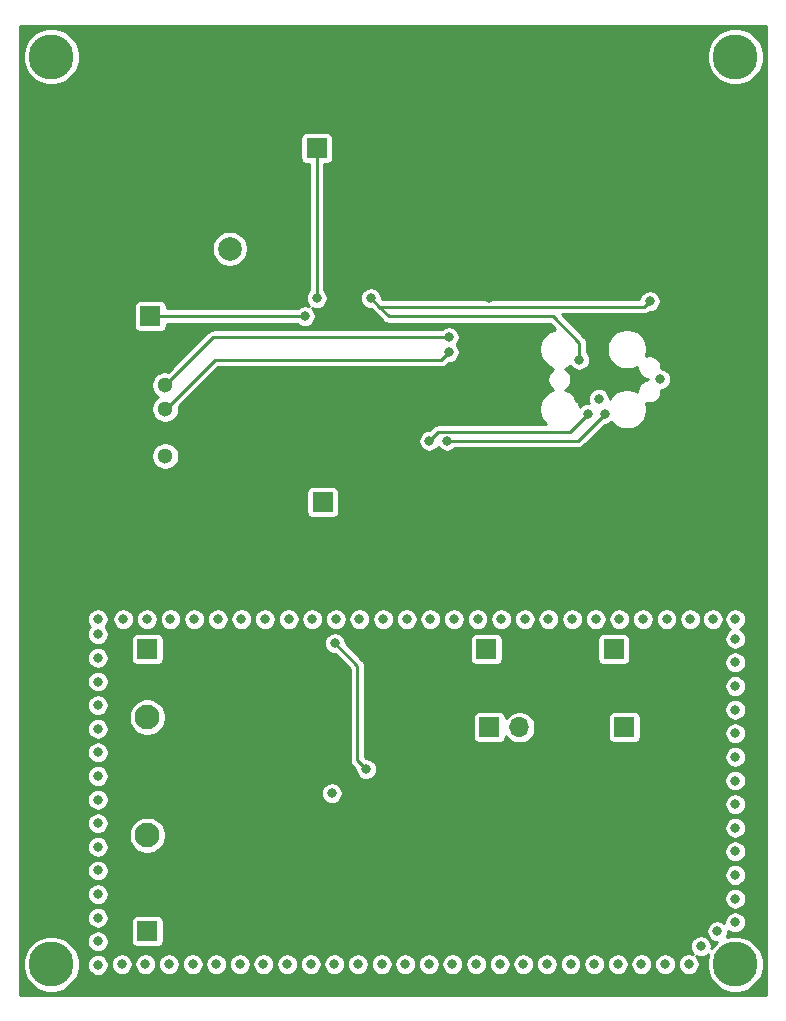
<source format=gbr>
%TF.GenerationSoftware,KiCad,Pcbnew,(5.1.9)-1*%
%TF.CreationDate,2021-03-30T23:29:09-04:00*%
%TF.ProjectId,BasicSTM32,42617369-6353-4544-9d33-322e6b696361,rev?*%
%TF.SameCoordinates,Original*%
%TF.FileFunction,Copper,L3,Inr*%
%TF.FilePolarity,Positive*%
%FSLAX46Y46*%
G04 Gerber Fmt 4.6, Leading zero omitted, Abs format (unit mm)*
G04 Created by KiCad (PCBNEW (5.1.9)-1) date 2021-03-30 23:29:09*
%MOMM*%
%LPD*%
G01*
G04 APERTURE LIST*
%TA.AperFunction,ComponentPad*%
%ADD10C,1.300000*%
%TD*%
%TA.AperFunction,ComponentPad*%
%ADD11R,1.700000X1.700000*%
%TD*%
%TA.AperFunction,ComponentPad*%
%ADD12C,2.100000*%
%TD*%
%TA.AperFunction,ComponentPad*%
%ADD13O,1.700000X1.700000*%
%TD*%
%TA.AperFunction,ComponentPad*%
%ADD14C,2.000000*%
%TD*%
%TA.AperFunction,ViaPad*%
%ADD15C,3.800000*%
%TD*%
%TA.AperFunction,ViaPad*%
%ADD16C,0.800000*%
%TD*%
%TA.AperFunction,Conductor*%
%ADD17C,0.250000*%
%TD*%
%TA.AperFunction,Conductor*%
%ADD18C,0.254000*%
%TD*%
%TA.AperFunction,Conductor*%
%ADD19C,0.100000*%
%TD*%
G04 APERTURE END LIST*
D10*
%TO.N,GND*%
%TO.C,J11*%
X71247000Y-104298000D03*
%TO.N,VDD*%
X71247000Y-102298000D03*
%TO.N,Net-(J11-Pad2)*%
X71247000Y-100298000D03*
%TO.N,Net-(J11-Pad1)*%
X71247000Y-98298000D03*
%TD*%
D11*
%TO.N,GND*%
%TO.C,J2*%
X69723000Y-144526000D03*
%TD*%
D12*
%TO.N,GND*%
%TO.C,J1*%
X69723000Y-136398000D03*
%TO.N,Net-(C1-Pad1)*%
X69723000Y-126398000D03*
%TD*%
D11*
%TO.N,Net-(J10-Pad1)*%
%TO.C,J10*%
X84582000Y-108204000D03*
%TD*%
%TO.N,Net-(J9-Pad1)*%
%TO.C,J9*%
X84074000Y-78232000D03*
%TD*%
%TO.N,Net-(J8-Pad1)*%
%TO.C,J8*%
X69977000Y-92456000D03*
%TD*%
D13*
%TO.N,VDD*%
%TO.C,J7*%
X112649000Y-127254000D03*
D11*
%TO.N,+3V3*%
X110109000Y-127254000D03*
%TD*%
%TO.N,+3V3*%
%TO.C,J6*%
X109220000Y-120650000D03*
%TD*%
D13*
%TO.N,Net-(C7-Pad1)*%
%TO.C,J5*%
X101219000Y-127254000D03*
D11*
%TO.N,+5V*%
X98679000Y-127254000D03*
%TD*%
%TO.N,+5V*%
%TO.C,J4*%
X98425000Y-120650000D03*
%TD*%
%TO.N,Net-(C1-Pad1)*%
%TO.C,J3*%
X69723000Y-120650000D03*
%TD*%
D14*
%TO.N,VDD*%
%TO.C,FB1*%
X76708000Y-81661000D03*
%TO.N,/MCU/VDDA22*%
X76708000Y-86741000D03*
%TD*%
D15*
%TO.N,*%
X61595000Y-147320000D03*
X119507000Y-147320000D03*
X119507000Y-70485000D03*
X61595000Y-70485000D03*
D16*
%TO.N,GND*%
X107950000Y-99441000D03*
X113157000Y-97790000D03*
X85344000Y-132842000D03*
X67691000Y-118110000D03*
X69691000Y-118110000D03*
X71691000Y-118110000D03*
X73691000Y-118110000D03*
X75691000Y-118110000D03*
X77691000Y-118110000D03*
X79691000Y-118110000D03*
X81691000Y-118110000D03*
X83691000Y-118110000D03*
X85691000Y-118110000D03*
X87691000Y-118110000D03*
X89691000Y-118110000D03*
X91691000Y-118110000D03*
X93691000Y-118110000D03*
X95691000Y-118110000D03*
X97691000Y-118110000D03*
X99691000Y-118110000D03*
X101691000Y-118110000D03*
X103691000Y-118110000D03*
X105691000Y-118110000D03*
X107691000Y-118110000D03*
X109691000Y-118110000D03*
X111691000Y-118110000D03*
X113691000Y-118110000D03*
X115691000Y-118110000D03*
X67564000Y-147320000D03*
X77564000Y-147320000D03*
X81564000Y-147320000D03*
X87564000Y-147320000D03*
X89564000Y-147320000D03*
X91564000Y-147320000D03*
X95564000Y-147320000D03*
X85564000Y-147320000D03*
X83564000Y-147320000D03*
X69564000Y-147320000D03*
X97564000Y-147320000D03*
X75564000Y-147320000D03*
X99564000Y-147320000D03*
X93564000Y-147320000D03*
X79564000Y-147320000D03*
X71564000Y-147320000D03*
X73564000Y-147320000D03*
X107564000Y-147320000D03*
X109564000Y-147320000D03*
X111564000Y-147320000D03*
X101564000Y-147320000D03*
X105564000Y-147320000D03*
X113564000Y-147320000D03*
X103564000Y-147320000D03*
X115564000Y-147320000D03*
X65532000Y-145386000D03*
X65532000Y-143386000D03*
X65532000Y-123386000D03*
X65532000Y-135386000D03*
X65532000Y-127386000D03*
X65532000Y-147386000D03*
X65532000Y-131386000D03*
X65532000Y-129386000D03*
X65532000Y-133386000D03*
X65532000Y-121386000D03*
X65532000Y-137386000D03*
X65532000Y-141386000D03*
X65532000Y-119386000D03*
X65532000Y-139386000D03*
X65532000Y-125386000D03*
X65532000Y-118110000D03*
X119507000Y-118110000D03*
X119507000Y-137767000D03*
X119507000Y-125767000D03*
X119507000Y-141767000D03*
X119507000Y-119767000D03*
X119507000Y-139767000D03*
X119507000Y-121767000D03*
X119507000Y-143767000D03*
X119507000Y-123767000D03*
X119507000Y-135767000D03*
X119507000Y-131767000D03*
X119507000Y-127767000D03*
X119507000Y-129767000D03*
X119507000Y-133767000D03*
X116586000Y-145796000D03*
X117602000Y-118110000D03*
X117983000Y-144526000D03*
%TO.N,/MCU/NRST*%
X88646000Y-90932000D03*
X106299000Y-96139000D03*
X112268000Y-91186000D03*
%TO.N,Net-(IC1-Pad6)*%
X85598000Y-120142000D03*
X88265000Y-130810000D03*
%TO.N,VDD*%
X79629000Y-91440000D03*
X92583000Y-86741000D03*
X76708000Y-79629000D03*
X106273600Y-99441000D03*
X86360000Y-86741000D03*
X98679000Y-90932000D03*
X95123000Y-106299000D03*
X79629000Y-102997000D03*
X108712000Y-107188000D03*
X112014000Y-107188000D03*
X100584000Y-113919000D03*
X86741000Y-115951000D03*
X112268000Y-123571000D03*
X114268000Y-123571000D03*
X116268000Y-123571000D03*
X112268000Y-125571000D03*
X114268000Y-125571000D03*
X116268000Y-125571000D03*
X114268000Y-127571000D03*
X116268000Y-127571000D03*
X112268000Y-129524000D03*
X114268000Y-129524000D03*
X116268000Y-129524000D03*
X114268000Y-131540000D03*
X116268000Y-131540000D03*
X112268000Y-131540000D03*
%TO.N,Net-(J8-Pad1)*%
X83058000Y-92456000D03*
%TO.N,Net-(J9-Pad1)*%
X84074000Y-90932000D03*
%TO.N,Net-(J11-Pad1)*%
X95250000Y-94234000D03*
%TO.N,Net-(J12-Pad4)*%
X95123000Y-102997000D03*
X108458000Y-100711000D03*
%TO.N,Net-(J12-Pad2)*%
X93599000Y-102997000D03*
X107061000Y-100711000D03*
%TO.N,Net-(J11-Pad2)*%
X95250000Y-95504000D03*
%TD*%
D17*
%TO.N,/MCU/NRST*%
X111796999Y-91657001D02*
X112268000Y-91186000D01*
X89371001Y-91657001D02*
X111796999Y-91657001D01*
X88646000Y-90932000D02*
X89371001Y-91657001D01*
X104067028Y-92456000D02*
X106299000Y-94687972D01*
X90170000Y-92456000D02*
X104067028Y-92456000D01*
X106299000Y-94687972D02*
X106299000Y-96139000D01*
X89371001Y-91657001D02*
X90170000Y-92456000D01*
%TO.N,Net-(IC1-Pad6)*%
X87503000Y-130048000D02*
X88265000Y-130810000D01*
X87503000Y-122047000D02*
X87503000Y-130048000D01*
X85598000Y-120142000D02*
X87503000Y-122047000D01*
%TO.N,Net-(J8-Pad1)*%
X83058000Y-92456000D02*
X69977000Y-92456000D01*
%TO.N,Net-(J9-Pad1)*%
X84074000Y-90932000D02*
X84074000Y-78232000D01*
%TO.N,Net-(J11-Pad1)*%
X75311000Y-94234000D02*
X95250000Y-94234000D01*
X71247000Y-98298000D02*
X75311000Y-94234000D01*
%TO.N,Net-(J12-Pad4)*%
X106172000Y-102997000D02*
X108458000Y-100711000D01*
X95123000Y-102997000D02*
X106172000Y-102997000D01*
%TO.N,Net-(J12-Pad2)*%
X105500001Y-102271999D02*
X107061000Y-100711000D01*
X94324001Y-102271999D02*
X105500001Y-102271999D01*
X93599000Y-102997000D02*
X94324001Y-102271999D01*
%TO.N,Net-(J11-Pad2)*%
X94615000Y-96139000D02*
X95250000Y-95504000D01*
X75438000Y-96139000D02*
X94615000Y-96139000D01*
X71279000Y-100298000D02*
X75438000Y-96139000D01*
X71247000Y-100298000D02*
X71279000Y-100298000D01*
%TD*%
D18*
%TO.N,VDD*%
X122130001Y-149943000D02*
X58972000Y-149943000D01*
X58972000Y-147080961D01*
X59168000Y-147080961D01*
X59168000Y-147559039D01*
X59261268Y-148027930D01*
X59444221Y-148469615D01*
X59709826Y-148867122D01*
X60047878Y-149205174D01*
X60445385Y-149470779D01*
X60887070Y-149653732D01*
X61355961Y-149747000D01*
X61834039Y-149747000D01*
X62302930Y-149653732D01*
X62744615Y-149470779D01*
X63142122Y-149205174D01*
X63480174Y-148867122D01*
X63745779Y-148469615D01*
X63928732Y-148027930D01*
X64022000Y-147559039D01*
X64022000Y-147294699D01*
X64605000Y-147294699D01*
X64605000Y-147477301D01*
X64640624Y-147656396D01*
X64710504Y-147825099D01*
X64811952Y-147976928D01*
X64941072Y-148106048D01*
X65092901Y-148207496D01*
X65261604Y-148277376D01*
X65440699Y-148313000D01*
X65623301Y-148313000D01*
X65802396Y-148277376D01*
X65971099Y-148207496D01*
X66122928Y-148106048D01*
X66252048Y-147976928D01*
X66353496Y-147825099D01*
X66423376Y-147656396D01*
X66459000Y-147477301D01*
X66459000Y-147294699D01*
X66445872Y-147228699D01*
X66637000Y-147228699D01*
X66637000Y-147411301D01*
X66672624Y-147590396D01*
X66742504Y-147759099D01*
X66843952Y-147910928D01*
X66973072Y-148040048D01*
X67124901Y-148141496D01*
X67293604Y-148211376D01*
X67472699Y-148247000D01*
X67655301Y-148247000D01*
X67834396Y-148211376D01*
X68003099Y-148141496D01*
X68154928Y-148040048D01*
X68284048Y-147910928D01*
X68385496Y-147759099D01*
X68455376Y-147590396D01*
X68491000Y-147411301D01*
X68491000Y-147228699D01*
X68637000Y-147228699D01*
X68637000Y-147411301D01*
X68672624Y-147590396D01*
X68742504Y-147759099D01*
X68843952Y-147910928D01*
X68973072Y-148040048D01*
X69124901Y-148141496D01*
X69293604Y-148211376D01*
X69472699Y-148247000D01*
X69655301Y-148247000D01*
X69834396Y-148211376D01*
X70003099Y-148141496D01*
X70154928Y-148040048D01*
X70284048Y-147910928D01*
X70385496Y-147759099D01*
X70455376Y-147590396D01*
X70491000Y-147411301D01*
X70491000Y-147228699D01*
X70637000Y-147228699D01*
X70637000Y-147411301D01*
X70672624Y-147590396D01*
X70742504Y-147759099D01*
X70843952Y-147910928D01*
X70973072Y-148040048D01*
X71124901Y-148141496D01*
X71293604Y-148211376D01*
X71472699Y-148247000D01*
X71655301Y-148247000D01*
X71834396Y-148211376D01*
X72003099Y-148141496D01*
X72154928Y-148040048D01*
X72284048Y-147910928D01*
X72385496Y-147759099D01*
X72455376Y-147590396D01*
X72491000Y-147411301D01*
X72491000Y-147228699D01*
X72637000Y-147228699D01*
X72637000Y-147411301D01*
X72672624Y-147590396D01*
X72742504Y-147759099D01*
X72843952Y-147910928D01*
X72973072Y-148040048D01*
X73124901Y-148141496D01*
X73293604Y-148211376D01*
X73472699Y-148247000D01*
X73655301Y-148247000D01*
X73834396Y-148211376D01*
X74003099Y-148141496D01*
X74154928Y-148040048D01*
X74284048Y-147910928D01*
X74385496Y-147759099D01*
X74455376Y-147590396D01*
X74491000Y-147411301D01*
X74491000Y-147228699D01*
X74637000Y-147228699D01*
X74637000Y-147411301D01*
X74672624Y-147590396D01*
X74742504Y-147759099D01*
X74843952Y-147910928D01*
X74973072Y-148040048D01*
X75124901Y-148141496D01*
X75293604Y-148211376D01*
X75472699Y-148247000D01*
X75655301Y-148247000D01*
X75834396Y-148211376D01*
X76003099Y-148141496D01*
X76154928Y-148040048D01*
X76284048Y-147910928D01*
X76385496Y-147759099D01*
X76455376Y-147590396D01*
X76491000Y-147411301D01*
X76491000Y-147228699D01*
X76637000Y-147228699D01*
X76637000Y-147411301D01*
X76672624Y-147590396D01*
X76742504Y-147759099D01*
X76843952Y-147910928D01*
X76973072Y-148040048D01*
X77124901Y-148141496D01*
X77293604Y-148211376D01*
X77472699Y-148247000D01*
X77655301Y-148247000D01*
X77834396Y-148211376D01*
X78003099Y-148141496D01*
X78154928Y-148040048D01*
X78284048Y-147910928D01*
X78385496Y-147759099D01*
X78455376Y-147590396D01*
X78491000Y-147411301D01*
X78491000Y-147228699D01*
X78637000Y-147228699D01*
X78637000Y-147411301D01*
X78672624Y-147590396D01*
X78742504Y-147759099D01*
X78843952Y-147910928D01*
X78973072Y-148040048D01*
X79124901Y-148141496D01*
X79293604Y-148211376D01*
X79472699Y-148247000D01*
X79655301Y-148247000D01*
X79834396Y-148211376D01*
X80003099Y-148141496D01*
X80154928Y-148040048D01*
X80284048Y-147910928D01*
X80385496Y-147759099D01*
X80455376Y-147590396D01*
X80491000Y-147411301D01*
X80491000Y-147228699D01*
X80637000Y-147228699D01*
X80637000Y-147411301D01*
X80672624Y-147590396D01*
X80742504Y-147759099D01*
X80843952Y-147910928D01*
X80973072Y-148040048D01*
X81124901Y-148141496D01*
X81293604Y-148211376D01*
X81472699Y-148247000D01*
X81655301Y-148247000D01*
X81834396Y-148211376D01*
X82003099Y-148141496D01*
X82154928Y-148040048D01*
X82284048Y-147910928D01*
X82385496Y-147759099D01*
X82455376Y-147590396D01*
X82491000Y-147411301D01*
X82491000Y-147228699D01*
X82637000Y-147228699D01*
X82637000Y-147411301D01*
X82672624Y-147590396D01*
X82742504Y-147759099D01*
X82843952Y-147910928D01*
X82973072Y-148040048D01*
X83124901Y-148141496D01*
X83293604Y-148211376D01*
X83472699Y-148247000D01*
X83655301Y-148247000D01*
X83834396Y-148211376D01*
X84003099Y-148141496D01*
X84154928Y-148040048D01*
X84284048Y-147910928D01*
X84385496Y-147759099D01*
X84455376Y-147590396D01*
X84491000Y-147411301D01*
X84491000Y-147228699D01*
X84637000Y-147228699D01*
X84637000Y-147411301D01*
X84672624Y-147590396D01*
X84742504Y-147759099D01*
X84843952Y-147910928D01*
X84973072Y-148040048D01*
X85124901Y-148141496D01*
X85293604Y-148211376D01*
X85472699Y-148247000D01*
X85655301Y-148247000D01*
X85834396Y-148211376D01*
X86003099Y-148141496D01*
X86154928Y-148040048D01*
X86284048Y-147910928D01*
X86385496Y-147759099D01*
X86455376Y-147590396D01*
X86491000Y-147411301D01*
X86491000Y-147228699D01*
X86637000Y-147228699D01*
X86637000Y-147411301D01*
X86672624Y-147590396D01*
X86742504Y-147759099D01*
X86843952Y-147910928D01*
X86973072Y-148040048D01*
X87124901Y-148141496D01*
X87293604Y-148211376D01*
X87472699Y-148247000D01*
X87655301Y-148247000D01*
X87834396Y-148211376D01*
X88003099Y-148141496D01*
X88154928Y-148040048D01*
X88284048Y-147910928D01*
X88385496Y-147759099D01*
X88455376Y-147590396D01*
X88491000Y-147411301D01*
X88491000Y-147228699D01*
X88637000Y-147228699D01*
X88637000Y-147411301D01*
X88672624Y-147590396D01*
X88742504Y-147759099D01*
X88843952Y-147910928D01*
X88973072Y-148040048D01*
X89124901Y-148141496D01*
X89293604Y-148211376D01*
X89472699Y-148247000D01*
X89655301Y-148247000D01*
X89834396Y-148211376D01*
X90003099Y-148141496D01*
X90154928Y-148040048D01*
X90284048Y-147910928D01*
X90385496Y-147759099D01*
X90455376Y-147590396D01*
X90491000Y-147411301D01*
X90491000Y-147228699D01*
X90637000Y-147228699D01*
X90637000Y-147411301D01*
X90672624Y-147590396D01*
X90742504Y-147759099D01*
X90843952Y-147910928D01*
X90973072Y-148040048D01*
X91124901Y-148141496D01*
X91293604Y-148211376D01*
X91472699Y-148247000D01*
X91655301Y-148247000D01*
X91834396Y-148211376D01*
X92003099Y-148141496D01*
X92154928Y-148040048D01*
X92284048Y-147910928D01*
X92385496Y-147759099D01*
X92455376Y-147590396D01*
X92491000Y-147411301D01*
X92491000Y-147228699D01*
X92637000Y-147228699D01*
X92637000Y-147411301D01*
X92672624Y-147590396D01*
X92742504Y-147759099D01*
X92843952Y-147910928D01*
X92973072Y-148040048D01*
X93124901Y-148141496D01*
X93293604Y-148211376D01*
X93472699Y-148247000D01*
X93655301Y-148247000D01*
X93834396Y-148211376D01*
X94003099Y-148141496D01*
X94154928Y-148040048D01*
X94284048Y-147910928D01*
X94385496Y-147759099D01*
X94455376Y-147590396D01*
X94491000Y-147411301D01*
X94491000Y-147228699D01*
X94637000Y-147228699D01*
X94637000Y-147411301D01*
X94672624Y-147590396D01*
X94742504Y-147759099D01*
X94843952Y-147910928D01*
X94973072Y-148040048D01*
X95124901Y-148141496D01*
X95293604Y-148211376D01*
X95472699Y-148247000D01*
X95655301Y-148247000D01*
X95834396Y-148211376D01*
X96003099Y-148141496D01*
X96154928Y-148040048D01*
X96284048Y-147910928D01*
X96385496Y-147759099D01*
X96455376Y-147590396D01*
X96491000Y-147411301D01*
X96491000Y-147228699D01*
X96637000Y-147228699D01*
X96637000Y-147411301D01*
X96672624Y-147590396D01*
X96742504Y-147759099D01*
X96843952Y-147910928D01*
X96973072Y-148040048D01*
X97124901Y-148141496D01*
X97293604Y-148211376D01*
X97472699Y-148247000D01*
X97655301Y-148247000D01*
X97834396Y-148211376D01*
X98003099Y-148141496D01*
X98154928Y-148040048D01*
X98284048Y-147910928D01*
X98385496Y-147759099D01*
X98455376Y-147590396D01*
X98491000Y-147411301D01*
X98491000Y-147228699D01*
X98637000Y-147228699D01*
X98637000Y-147411301D01*
X98672624Y-147590396D01*
X98742504Y-147759099D01*
X98843952Y-147910928D01*
X98973072Y-148040048D01*
X99124901Y-148141496D01*
X99293604Y-148211376D01*
X99472699Y-148247000D01*
X99655301Y-148247000D01*
X99834396Y-148211376D01*
X100003099Y-148141496D01*
X100154928Y-148040048D01*
X100284048Y-147910928D01*
X100385496Y-147759099D01*
X100455376Y-147590396D01*
X100491000Y-147411301D01*
X100491000Y-147228699D01*
X100637000Y-147228699D01*
X100637000Y-147411301D01*
X100672624Y-147590396D01*
X100742504Y-147759099D01*
X100843952Y-147910928D01*
X100973072Y-148040048D01*
X101124901Y-148141496D01*
X101293604Y-148211376D01*
X101472699Y-148247000D01*
X101655301Y-148247000D01*
X101834396Y-148211376D01*
X102003099Y-148141496D01*
X102154928Y-148040048D01*
X102284048Y-147910928D01*
X102385496Y-147759099D01*
X102455376Y-147590396D01*
X102491000Y-147411301D01*
X102491000Y-147228699D01*
X102637000Y-147228699D01*
X102637000Y-147411301D01*
X102672624Y-147590396D01*
X102742504Y-147759099D01*
X102843952Y-147910928D01*
X102973072Y-148040048D01*
X103124901Y-148141496D01*
X103293604Y-148211376D01*
X103472699Y-148247000D01*
X103655301Y-148247000D01*
X103834396Y-148211376D01*
X104003099Y-148141496D01*
X104154928Y-148040048D01*
X104284048Y-147910928D01*
X104385496Y-147759099D01*
X104455376Y-147590396D01*
X104491000Y-147411301D01*
X104491000Y-147228699D01*
X104637000Y-147228699D01*
X104637000Y-147411301D01*
X104672624Y-147590396D01*
X104742504Y-147759099D01*
X104843952Y-147910928D01*
X104973072Y-148040048D01*
X105124901Y-148141496D01*
X105293604Y-148211376D01*
X105472699Y-148247000D01*
X105655301Y-148247000D01*
X105834396Y-148211376D01*
X106003099Y-148141496D01*
X106154928Y-148040048D01*
X106284048Y-147910928D01*
X106385496Y-147759099D01*
X106455376Y-147590396D01*
X106491000Y-147411301D01*
X106491000Y-147228699D01*
X106637000Y-147228699D01*
X106637000Y-147411301D01*
X106672624Y-147590396D01*
X106742504Y-147759099D01*
X106843952Y-147910928D01*
X106973072Y-148040048D01*
X107124901Y-148141496D01*
X107293604Y-148211376D01*
X107472699Y-148247000D01*
X107655301Y-148247000D01*
X107834396Y-148211376D01*
X108003099Y-148141496D01*
X108154928Y-148040048D01*
X108284048Y-147910928D01*
X108385496Y-147759099D01*
X108455376Y-147590396D01*
X108491000Y-147411301D01*
X108491000Y-147228699D01*
X108637000Y-147228699D01*
X108637000Y-147411301D01*
X108672624Y-147590396D01*
X108742504Y-147759099D01*
X108843952Y-147910928D01*
X108973072Y-148040048D01*
X109124901Y-148141496D01*
X109293604Y-148211376D01*
X109472699Y-148247000D01*
X109655301Y-148247000D01*
X109834396Y-148211376D01*
X110003099Y-148141496D01*
X110154928Y-148040048D01*
X110284048Y-147910928D01*
X110385496Y-147759099D01*
X110455376Y-147590396D01*
X110491000Y-147411301D01*
X110491000Y-147228699D01*
X110637000Y-147228699D01*
X110637000Y-147411301D01*
X110672624Y-147590396D01*
X110742504Y-147759099D01*
X110843952Y-147910928D01*
X110973072Y-148040048D01*
X111124901Y-148141496D01*
X111293604Y-148211376D01*
X111472699Y-148247000D01*
X111655301Y-148247000D01*
X111834396Y-148211376D01*
X112003099Y-148141496D01*
X112154928Y-148040048D01*
X112284048Y-147910928D01*
X112385496Y-147759099D01*
X112455376Y-147590396D01*
X112491000Y-147411301D01*
X112491000Y-147228699D01*
X112637000Y-147228699D01*
X112637000Y-147411301D01*
X112672624Y-147590396D01*
X112742504Y-147759099D01*
X112843952Y-147910928D01*
X112973072Y-148040048D01*
X113124901Y-148141496D01*
X113293604Y-148211376D01*
X113472699Y-148247000D01*
X113655301Y-148247000D01*
X113834396Y-148211376D01*
X114003099Y-148141496D01*
X114154928Y-148040048D01*
X114284048Y-147910928D01*
X114385496Y-147759099D01*
X114455376Y-147590396D01*
X114491000Y-147411301D01*
X114491000Y-147228699D01*
X114637000Y-147228699D01*
X114637000Y-147411301D01*
X114672624Y-147590396D01*
X114742504Y-147759099D01*
X114843952Y-147910928D01*
X114973072Y-148040048D01*
X115124901Y-148141496D01*
X115293604Y-148211376D01*
X115472699Y-148247000D01*
X115655301Y-148247000D01*
X115834396Y-148211376D01*
X116003099Y-148141496D01*
X116154928Y-148040048D01*
X116284048Y-147910928D01*
X116385496Y-147759099D01*
X116455376Y-147590396D01*
X116491000Y-147411301D01*
X116491000Y-147228699D01*
X116455376Y-147049604D01*
X116385496Y-146880901D01*
X116284048Y-146729072D01*
X116190554Y-146635578D01*
X116315604Y-146687376D01*
X116494699Y-146723000D01*
X116677301Y-146723000D01*
X116856396Y-146687376D01*
X117025099Y-146617496D01*
X117176928Y-146516048D01*
X117238578Y-146454398D01*
X117173268Y-146612070D01*
X117080000Y-147080961D01*
X117080000Y-147559039D01*
X117173268Y-148027930D01*
X117356221Y-148469615D01*
X117621826Y-148867122D01*
X117959878Y-149205174D01*
X118357385Y-149470779D01*
X118799070Y-149653732D01*
X119267961Y-149747000D01*
X119746039Y-149747000D01*
X120214930Y-149653732D01*
X120656615Y-149470779D01*
X121054122Y-149205174D01*
X121392174Y-148867122D01*
X121657779Y-148469615D01*
X121840732Y-148027930D01*
X121934000Y-147559039D01*
X121934000Y-147080961D01*
X121840732Y-146612070D01*
X121657779Y-146170385D01*
X121392174Y-145772878D01*
X121054122Y-145434826D01*
X120656615Y-145169221D01*
X120214930Y-144986268D01*
X119746039Y-144893000D01*
X119267961Y-144893000D01*
X118799070Y-144986268D01*
X118787015Y-144991261D01*
X118804496Y-144965099D01*
X118874376Y-144796396D01*
X118910000Y-144617301D01*
X118910000Y-144480976D01*
X118916072Y-144487048D01*
X119067901Y-144588496D01*
X119236604Y-144658376D01*
X119415699Y-144694000D01*
X119598301Y-144694000D01*
X119777396Y-144658376D01*
X119946099Y-144588496D01*
X120097928Y-144487048D01*
X120227048Y-144357928D01*
X120328496Y-144206099D01*
X120398376Y-144037396D01*
X120434000Y-143858301D01*
X120434000Y-143675699D01*
X120398376Y-143496604D01*
X120328496Y-143327901D01*
X120227048Y-143176072D01*
X120097928Y-143046952D01*
X119946099Y-142945504D01*
X119777396Y-142875624D01*
X119598301Y-142840000D01*
X119415699Y-142840000D01*
X119236604Y-142875624D01*
X119067901Y-142945504D01*
X118916072Y-143046952D01*
X118786952Y-143176072D01*
X118685504Y-143327901D01*
X118615624Y-143496604D01*
X118580000Y-143675699D01*
X118580000Y-143812024D01*
X118573928Y-143805952D01*
X118422099Y-143704504D01*
X118253396Y-143634624D01*
X118074301Y-143599000D01*
X117891699Y-143599000D01*
X117712604Y-143634624D01*
X117543901Y-143704504D01*
X117392072Y-143805952D01*
X117262952Y-143935072D01*
X117161504Y-144086901D01*
X117091624Y-144255604D01*
X117056000Y-144434699D01*
X117056000Y-144617301D01*
X117091624Y-144796396D01*
X117161504Y-144965099D01*
X117262952Y-145116928D01*
X117392072Y-145246048D01*
X117543901Y-145347496D01*
X117712604Y-145417376D01*
X117891699Y-145453000D01*
X117941704Y-145453000D01*
X117621826Y-145772878D01*
X117499279Y-145956284D01*
X117513000Y-145887301D01*
X117513000Y-145704699D01*
X117477376Y-145525604D01*
X117407496Y-145356901D01*
X117306048Y-145205072D01*
X117176928Y-145075952D01*
X117025099Y-144974504D01*
X116856396Y-144904624D01*
X116677301Y-144869000D01*
X116494699Y-144869000D01*
X116315604Y-144904624D01*
X116146901Y-144974504D01*
X115995072Y-145075952D01*
X115865952Y-145205072D01*
X115764504Y-145356901D01*
X115694624Y-145525604D01*
X115659000Y-145704699D01*
X115659000Y-145887301D01*
X115694624Y-146066396D01*
X115764504Y-146235099D01*
X115865952Y-146386928D01*
X115959446Y-146480422D01*
X115834396Y-146428624D01*
X115655301Y-146393000D01*
X115472699Y-146393000D01*
X115293604Y-146428624D01*
X115124901Y-146498504D01*
X114973072Y-146599952D01*
X114843952Y-146729072D01*
X114742504Y-146880901D01*
X114672624Y-147049604D01*
X114637000Y-147228699D01*
X114491000Y-147228699D01*
X114455376Y-147049604D01*
X114385496Y-146880901D01*
X114284048Y-146729072D01*
X114154928Y-146599952D01*
X114003099Y-146498504D01*
X113834396Y-146428624D01*
X113655301Y-146393000D01*
X113472699Y-146393000D01*
X113293604Y-146428624D01*
X113124901Y-146498504D01*
X112973072Y-146599952D01*
X112843952Y-146729072D01*
X112742504Y-146880901D01*
X112672624Y-147049604D01*
X112637000Y-147228699D01*
X112491000Y-147228699D01*
X112455376Y-147049604D01*
X112385496Y-146880901D01*
X112284048Y-146729072D01*
X112154928Y-146599952D01*
X112003099Y-146498504D01*
X111834396Y-146428624D01*
X111655301Y-146393000D01*
X111472699Y-146393000D01*
X111293604Y-146428624D01*
X111124901Y-146498504D01*
X110973072Y-146599952D01*
X110843952Y-146729072D01*
X110742504Y-146880901D01*
X110672624Y-147049604D01*
X110637000Y-147228699D01*
X110491000Y-147228699D01*
X110455376Y-147049604D01*
X110385496Y-146880901D01*
X110284048Y-146729072D01*
X110154928Y-146599952D01*
X110003099Y-146498504D01*
X109834396Y-146428624D01*
X109655301Y-146393000D01*
X109472699Y-146393000D01*
X109293604Y-146428624D01*
X109124901Y-146498504D01*
X108973072Y-146599952D01*
X108843952Y-146729072D01*
X108742504Y-146880901D01*
X108672624Y-147049604D01*
X108637000Y-147228699D01*
X108491000Y-147228699D01*
X108455376Y-147049604D01*
X108385496Y-146880901D01*
X108284048Y-146729072D01*
X108154928Y-146599952D01*
X108003099Y-146498504D01*
X107834396Y-146428624D01*
X107655301Y-146393000D01*
X107472699Y-146393000D01*
X107293604Y-146428624D01*
X107124901Y-146498504D01*
X106973072Y-146599952D01*
X106843952Y-146729072D01*
X106742504Y-146880901D01*
X106672624Y-147049604D01*
X106637000Y-147228699D01*
X106491000Y-147228699D01*
X106455376Y-147049604D01*
X106385496Y-146880901D01*
X106284048Y-146729072D01*
X106154928Y-146599952D01*
X106003099Y-146498504D01*
X105834396Y-146428624D01*
X105655301Y-146393000D01*
X105472699Y-146393000D01*
X105293604Y-146428624D01*
X105124901Y-146498504D01*
X104973072Y-146599952D01*
X104843952Y-146729072D01*
X104742504Y-146880901D01*
X104672624Y-147049604D01*
X104637000Y-147228699D01*
X104491000Y-147228699D01*
X104455376Y-147049604D01*
X104385496Y-146880901D01*
X104284048Y-146729072D01*
X104154928Y-146599952D01*
X104003099Y-146498504D01*
X103834396Y-146428624D01*
X103655301Y-146393000D01*
X103472699Y-146393000D01*
X103293604Y-146428624D01*
X103124901Y-146498504D01*
X102973072Y-146599952D01*
X102843952Y-146729072D01*
X102742504Y-146880901D01*
X102672624Y-147049604D01*
X102637000Y-147228699D01*
X102491000Y-147228699D01*
X102455376Y-147049604D01*
X102385496Y-146880901D01*
X102284048Y-146729072D01*
X102154928Y-146599952D01*
X102003099Y-146498504D01*
X101834396Y-146428624D01*
X101655301Y-146393000D01*
X101472699Y-146393000D01*
X101293604Y-146428624D01*
X101124901Y-146498504D01*
X100973072Y-146599952D01*
X100843952Y-146729072D01*
X100742504Y-146880901D01*
X100672624Y-147049604D01*
X100637000Y-147228699D01*
X100491000Y-147228699D01*
X100455376Y-147049604D01*
X100385496Y-146880901D01*
X100284048Y-146729072D01*
X100154928Y-146599952D01*
X100003099Y-146498504D01*
X99834396Y-146428624D01*
X99655301Y-146393000D01*
X99472699Y-146393000D01*
X99293604Y-146428624D01*
X99124901Y-146498504D01*
X98973072Y-146599952D01*
X98843952Y-146729072D01*
X98742504Y-146880901D01*
X98672624Y-147049604D01*
X98637000Y-147228699D01*
X98491000Y-147228699D01*
X98455376Y-147049604D01*
X98385496Y-146880901D01*
X98284048Y-146729072D01*
X98154928Y-146599952D01*
X98003099Y-146498504D01*
X97834396Y-146428624D01*
X97655301Y-146393000D01*
X97472699Y-146393000D01*
X97293604Y-146428624D01*
X97124901Y-146498504D01*
X96973072Y-146599952D01*
X96843952Y-146729072D01*
X96742504Y-146880901D01*
X96672624Y-147049604D01*
X96637000Y-147228699D01*
X96491000Y-147228699D01*
X96455376Y-147049604D01*
X96385496Y-146880901D01*
X96284048Y-146729072D01*
X96154928Y-146599952D01*
X96003099Y-146498504D01*
X95834396Y-146428624D01*
X95655301Y-146393000D01*
X95472699Y-146393000D01*
X95293604Y-146428624D01*
X95124901Y-146498504D01*
X94973072Y-146599952D01*
X94843952Y-146729072D01*
X94742504Y-146880901D01*
X94672624Y-147049604D01*
X94637000Y-147228699D01*
X94491000Y-147228699D01*
X94455376Y-147049604D01*
X94385496Y-146880901D01*
X94284048Y-146729072D01*
X94154928Y-146599952D01*
X94003099Y-146498504D01*
X93834396Y-146428624D01*
X93655301Y-146393000D01*
X93472699Y-146393000D01*
X93293604Y-146428624D01*
X93124901Y-146498504D01*
X92973072Y-146599952D01*
X92843952Y-146729072D01*
X92742504Y-146880901D01*
X92672624Y-147049604D01*
X92637000Y-147228699D01*
X92491000Y-147228699D01*
X92455376Y-147049604D01*
X92385496Y-146880901D01*
X92284048Y-146729072D01*
X92154928Y-146599952D01*
X92003099Y-146498504D01*
X91834396Y-146428624D01*
X91655301Y-146393000D01*
X91472699Y-146393000D01*
X91293604Y-146428624D01*
X91124901Y-146498504D01*
X90973072Y-146599952D01*
X90843952Y-146729072D01*
X90742504Y-146880901D01*
X90672624Y-147049604D01*
X90637000Y-147228699D01*
X90491000Y-147228699D01*
X90455376Y-147049604D01*
X90385496Y-146880901D01*
X90284048Y-146729072D01*
X90154928Y-146599952D01*
X90003099Y-146498504D01*
X89834396Y-146428624D01*
X89655301Y-146393000D01*
X89472699Y-146393000D01*
X89293604Y-146428624D01*
X89124901Y-146498504D01*
X88973072Y-146599952D01*
X88843952Y-146729072D01*
X88742504Y-146880901D01*
X88672624Y-147049604D01*
X88637000Y-147228699D01*
X88491000Y-147228699D01*
X88455376Y-147049604D01*
X88385496Y-146880901D01*
X88284048Y-146729072D01*
X88154928Y-146599952D01*
X88003099Y-146498504D01*
X87834396Y-146428624D01*
X87655301Y-146393000D01*
X87472699Y-146393000D01*
X87293604Y-146428624D01*
X87124901Y-146498504D01*
X86973072Y-146599952D01*
X86843952Y-146729072D01*
X86742504Y-146880901D01*
X86672624Y-147049604D01*
X86637000Y-147228699D01*
X86491000Y-147228699D01*
X86455376Y-147049604D01*
X86385496Y-146880901D01*
X86284048Y-146729072D01*
X86154928Y-146599952D01*
X86003099Y-146498504D01*
X85834396Y-146428624D01*
X85655301Y-146393000D01*
X85472699Y-146393000D01*
X85293604Y-146428624D01*
X85124901Y-146498504D01*
X84973072Y-146599952D01*
X84843952Y-146729072D01*
X84742504Y-146880901D01*
X84672624Y-147049604D01*
X84637000Y-147228699D01*
X84491000Y-147228699D01*
X84455376Y-147049604D01*
X84385496Y-146880901D01*
X84284048Y-146729072D01*
X84154928Y-146599952D01*
X84003099Y-146498504D01*
X83834396Y-146428624D01*
X83655301Y-146393000D01*
X83472699Y-146393000D01*
X83293604Y-146428624D01*
X83124901Y-146498504D01*
X82973072Y-146599952D01*
X82843952Y-146729072D01*
X82742504Y-146880901D01*
X82672624Y-147049604D01*
X82637000Y-147228699D01*
X82491000Y-147228699D01*
X82455376Y-147049604D01*
X82385496Y-146880901D01*
X82284048Y-146729072D01*
X82154928Y-146599952D01*
X82003099Y-146498504D01*
X81834396Y-146428624D01*
X81655301Y-146393000D01*
X81472699Y-146393000D01*
X81293604Y-146428624D01*
X81124901Y-146498504D01*
X80973072Y-146599952D01*
X80843952Y-146729072D01*
X80742504Y-146880901D01*
X80672624Y-147049604D01*
X80637000Y-147228699D01*
X80491000Y-147228699D01*
X80455376Y-147049604D01*
X80385496Y-146880901D01*
X80284048Y-146729072D01*
X80154928Y-146599952D01*
X80003099Y-146498504D01*
X79834396Y-146428624D01*
X79655301Y-146393000D01*
X79472699Y-146393000D01*
X79293604Y-146428624D01*
X79124901Y-146498504D01*
X78973072Y-146599952D01*
X78843952Y-146729072D01*
X78742504Y-146880901D01*
X78672624Y-147049604D01*
X78637000Y-147228699D01*
X78491000Y-147228699D01*
X78455376Y-147049604D01*
X78385496Y-146880901D01*
X78284048Y-146729072D01*
X78154928Y-146599952D01*
X78003099Y-146498504D01*
X77834396Y-146428624D01*
X77655301Y-146393000D01*
X77472699Y-146393000D01*
X77293604Y-146428624D01*
X77124901Y-146498504D01*
X76973072Y-146599952D01*
X76843952Y-146729072D01*
X76742504Y-146880901D01*
X76672624Y-147049604D01*
X76637000Y-147228699D01*
X76491000Y-147228699D01*
X76455376Y-147049604D01*
X76385496Y-146880901D01*
X76284048Y-146729072D01*
X76154928Y-146599952D01*
X76003099Y-146498504D01*
X75834396Y-146428624D01*
X75655301Y-146393000D01*
X75472699Y-146393000D01*
X75293604Y-146428624D01*
X75124901Y-146498504D01*
X74973072Y-146599952D01*
X74843952Y-146729072D01*
X74742504Y-146880901D01*
X74672624Y-147049604D01*
X74637000Y-147228699D01*
X74491000Y-147228699D01*
X74455376Y-147049604D01*
X74385496Y-146880901D01*
X74284048Y-146729072D01*
X74154928Y-146599952D01*
X74003099Y-146498504D01*
X73834396Y-146428624D01*
X73655301Y-146393000D01*
X73472699Y-146393000D01*
X73293604Y-146428624D01*
X73124901Y-146498504D01*
X72973072Y-146599952D01*
X72843952Y-146729072D01*
X72742504Y-146880901D01*
X72672624Y-147049604D01*
X72637000Y-147228699D01*
X72491000Y-147228699D01*
X72455376Y-147049604D01*
X72385496Y-146880901D01*
X72284048Y-146729072D01*
X72154928Y-146599952D01*
X72003099Y-146498504D01*
X71834396Y-146428624D01*
X71655301Y-146393000D01*
X71472699Y-146393000D01*
X71293604Y-146428624D01*
X71124901Y-146498504D01*
X70973072Y-146599952D01*
X70843952Y-146729072D01*
X70742504Y-146880901D01*
X70672624Y-147049604D01*
X70637000Y-147228699D01*
X70491000Y-147228699D01*
X70455376Y-147049604D01*
X70385496Y-146880901D01*
X70284048Y-146729072D01*
X70154928Y-146599952D01*
X70003099Y-146498504D01*
X69834396Y-146428624D01*
X69655301Y-146393000D01*
X69472699Y-146393000D01*
X69293604Y-146428624D01*
X69124901Y-146498504D01*
X68973072Y-146599952D01*
X68843952Y-146729072D01*
X68742504Y-146880901D01*
X68672624Y-147049604D01*
X68637000Y-147228699D01*
X68491000Y-147228699D01*
X68455376Y-147049604D01*
X68385496Y-146880901D01*
X68284048Y-146729072D01*
X68154928Y-146599952D01*
X68003099Y-146498504D01*
X67834396Y-146428624D01*
X67655301Y-146393000D01*
X67472699Y-146393000D01*
X67293604Y-146428624D01*
X67124901Y-146498504D01*
X66973072Y-146599952D01*
X66843952Y-146729072D01*
X66742504Y-146880901D01*
X66672624Y-147049604D01*
X66637000Y-147228699D01*
X66445872Y-147228699D01*
X66423376Y-147115604D01*
X66353496Y-146946901D01*
X66252048Y-146795072D01*
X66122928Y-146665952D01*
X65971099Y-146564504D01*
X65802396Y-146494624D01*
X65623301Y-146459000D01*
X65440699Y-146459000D01*
X65261604Y-146494624D01*
X65092901Y-146564504D01*
X64941072Y-146665952D01*
X64811952Y-146795072D01*
X64710504Y-146946901D01*
X64640624Y-147115604D01*
X64605000Y-147294699D01*
X64022000Y-147294699D01*
X64022000Y-147080961D01*
X63928732Y-146612070D01*
X63745779Y-146170385D01*
X63480174Y-145772878D01*
X63142122Y-145434826D01*
X62932407Y-145294699D01*
X64605000Y-145294699D01*
X64605000Y-145477301D01*
X64640624Y-145656396D01*
X64710504Y-145825099D01*
X64811952Y-145976928D01*
X64941072Y-146106048D01*
X65092901Y-146207496D01*
X65261604Y-146277376D01*
X65440699Y-146313000D01*
X65623301Y-146313000D01*
X65802396Y-146277376D01*
X65971099Y-146207496D01*
X66122928Y-146106048D01*
X66252048Y-145976928D01*
X66353496Y-145825099D01*
X66423376Y-145656396D01*
X66459000Y-145477301D01*
X66459000Y-145294699D01*
X66423376Y-145115604D01*
X66353496Y-144946901D01*
X66252048Y-144795072D01*
X66122928Y-144665952D01*
X65971099Y-144564504D01*
X65802396Y-144494624D01*
X65623301Y-144459000D01*
X65440699Y-144459000D01*
X65261604Y-144494624D01*
X65092901Y-144564504D01*
X64941072Y-144665952D01*
X64811952Y-144795072D01*
X64710504Y-144946901D01*
X64640624Y-145115604D01*
X64605000Y-145294699D01*
X62932407Y-145294699D01*
X62744615Y-145169221D01*
X62302930Y-144986268D01*
X61834039Y-144893000D01*
X61355961Y-144893000D01*
X60887070Y-144986268D01*
X60445385Y-145169221D01*
X60047878Y-145434826D01*
X59709826Y-145772878D01*
X59444221Y-146170385D01*
X59261268Y-146612070D01*
X59168000Y-147080961D01*
X58972000Y-147080961D01*
X58972000Y-143294699D01*
X64605000Y-143294699D01*
X64605000Y-143477301D01*
X64640624Y-143656396D01*
X64710504Y-143825099D01*
X64811952Y-143976928D01*
X64941072Y-144106048D01*
X65092901Y-144207496D01*
X65261604Y-144277376D01*
X65440699Y-144313000D01*
X65623301Y-144313000D01*
X65802396Y-144277376D01*
X65971099Y-144207496D01*
X66122928Y-144106048D01*
X66252048Y-143976928D01*
X66353496Y-143825099D01*
X66415255Y-143676000D01*
X68343451Y-143676000D01*
X68343451Y-145376000D01*
X68353626Y-145479310D01*
X68383761Y-145578650D01*
X68432696Y-145670202D01*
X68498552Y-145750448D01*
X68578798Y-145816304D01*
X68670350Y-145865239D01*
X68769690Y-145895374D01*
X68873000Y-145905549D01*
X70573000Y-145905549D01*
X70676310Y-145895374D01*
X70775650Y-145865239D01*
X70867202Y-145816304D01*
X70947448Y-145750448D01*
X71013304Y-145670202D01*
X71062239Y-145578650D01*
X71092374Y-145479310D01*
X71102549Y-145376000D01*
X71102549Y-143676000D01*
X71092374Y-143572690D01*
X71062239Y-143473350D01*
X71013304Y-143381798D01*
X70947448Y-143301552D01*
X70867202Y-143235696D01*
X70775650Y-143186761D01*
X70676310Y-143156626D01*
X70573000Y-143146451D01*
X68873000Y-143146451D01*
X68769690Y-143156626D01*
X68670350Y-143186761D01*
X68578798Y-143235696D01*
X68498552Y-143301552D01*
X68432696Y-143381798D01*
X68383761Y-143473350D01*
X68353626Y-143572690D01*
X68343451Y-143676000D01*
X66415255Y-143676000D01*
X66423376Y-143656396D01*
X66459000Y-143477301D01*
X66459000Y-143294699D01*
X66423376Y-143115604D01*
X66353496Y-142946901D01*
X66252048Y-142795072D01*
X66122928Y-142665952D01*
X65971099Y-142564504D01*
X65802396Y-142494624D01*
X65623301Y-142459000D01*
X65440699Y-142459000D01*
X65261604Y-142494624D01*
X65092901Y-142564504D01*
X64941072Y-142665952D01*
X64811952Y-142795072D01*
X64710504Y-142946901D01*
X64640624Y-143115604D01*
X64605000Y-143294699D01*
X58972000Y-143294699D01*
X58972000Y-141294699D01*
X64605000Y-141294699D01*
X64605000Y-141477301D01*
X64640624Y-141656396D01*
X64710504Y-141825099D01*
X64811952Y-141976928D01*
X64941072Y-142106048D01*
X65092901Y-142207496D01*
X65261604Y-142277376D01*
X65440699Y-142313000D01*
X65623301Y-142313000D01*
X65802396Y-142277376D01*
X65971099Y-142207496D01*
X66122928Y-142106048D01*
X66252048Y-141976928D01*
X66353496Y-141825099D01*
X66415380Y-141675699D01*
X118580000Y-141675699D01*
X118580000Y-141858301D01*
X118615624Y-142037396D01*
X118685504Y-142206099D01*
X118786952Y-142357928D01*
X118916072Y-142487048D01*
X119067901Y-142588496D01*
X119236604Y-142658376D01*
X119415699Y-142694000D01*
X119598301Y-142694000D01*
X119777396Y-142658376D01*
X119946099Y-142588496D01*
X120097928Y-142487048D01*
X120227048Y-142357928D01*
X120328496Y-142206099D01*
X120398376Y-142037396D01*
X120434000Y-141858301D01*
X120434000Y-141675699D01*
X120398376Y-141496604D01*
X120328496Y-141327901D01*
X120227048Y-141176072D01*
X120097928Y-141046952D01*
X119946099Y-140945504D01*
X119777396Y-140875624D01*
X119598301Y-140840000D01*
X119415699Y-140840000D01*
X119236604Y-140875624D01*
X119067901Y-140945504D01*
X118916072Y-141046952D01*
X118786952Y-141176072D01*
X118685504Y-141327901D01*
X118615624Y-141496604D01*
X118580000Y-141675699D01*
X66415380Y-141675699D01*
X66423376Y-141656396D01*
X66459000Y-141477301D01*
X66459000Y-141294699D01*
X66423376Y-141115604D01*
X66353496Y-140946901D01*
X66252048Y-140795072D01*
X66122928Y-140665952D01*
X65971099Y-140564504D01*
X65802396Y-140494624D01*
X65623301Y-140459000D01*
X65440699Y-140459000D01*
X65261604Y-140494624D01*
X65092901Y-140564504D01*
X64941072Y-140665952D01*
X64811952Y-140795072D01*
X64710504Y-140946901D01*
X64640624Y-141115604D01*
X64605000Y-141294699D01*
X58972000Y-141294699D01*
X58972000Y-139294699D01*
X64605000Y-139294699D01*
X64605000Y-139477301D01*
X64640624Y-139656396D01*
X64710504Y-139825099D01*
X64811952Y-139976928D01*
X64941072Y-140106048D01*
X65092901Y-140207496D01*
X65261604Y-140277376D01*
X65440699Y-140313000D01*
X65623301Y-140313000D01*
X65802396Y-140277376D01*
X65971099Y-140207496D01*
X66122928Y-140106048D01*
X66252048Y-139976928D01*
X66353496Y-139825099D01*
X66415380Y-139675699D01*
X118580000Y-139675699D01*
X118580000Y-139858301D01*
X118615624Y-140037396D01*
X118685504Y-140206099D01*
X118786952Y-140357928D01*
X118916072Y-140487048D01*
X119067901Y-140588496D01*
X119236604Y-140658376D01*
X119415699Y-140694000D01*
X119598301Y-140694000D01*
X119777396Y-140658376D01*
X119946099Y-140588496D01*
X120097928Y-140487048D01*
X120227048Y-140357928D01*
X120328496Y-140206099D01*
X120398376Y-140037396D01*
X120434000Y-139858301D01*
X120434000Y-139675699D01*
X120398376Y-139496604D01*
X120328496Y-139327901D01*
X120227048Y-139176072D01*
X120097928Y-139046952D01*
X119946099Y-138945504D01*
X119777396Y-138875624D01*
X119598301Y-138840000D01*
X119415699Y-138840000D01*
X119236604Y-138875624D01*
X119067901Y-138945504D01*
X118916072Y-139046952D01*
X118786952Y-139176072D01*
X118685504Y-139327901D01*
X118615624Y-139496604D01*
X118580000Y-139675699D01*
X66415380Y-139675699D01*
X66423376Y-139656396D01*
X66459000Y-139477301D01*
X66459000Y-139294699D01*
X66423376Y-139115604D01*
X66353496Y-138946901D01*
X66252048Y-138795072D01*
X66122928Y-138665952D01*
X65971099Y-138564504D01*
X65802396Y-138494624D01*
X65623301Y-138459000D01*
X65440699Y-138459000D01*
X65261604Y-138494624D01*
X65092901Y-138564504D01*
X64941072Y-138665952D01*
X64811952Y-138795072D01*
X64710504Y-138946901D01*
X64640624Y-139115604D01*
X64605000Y-139294699D01*
X58972000Y-139294699D01*
X58972000Y-137294699D01*
X64605000Y-137294699D01*
X64605000Y-137477301D01*
X64640624Y-137656396D01*
X64710504Y-137825099D01*
X64811952Y-137976928D01*
X64941072Y-138106048D01*
X65092901Y-138207496D01*
X65261604Y-138277376D01*
X65440699Y-138313000D01*
X65623301Y-138313000D01*
X65802396Y-138277376D01*
X65971099Y-138207496D01*
X66122928Y-138106048D01*
X66252048Y-137976928D01*
X66353496Y-137825099D01*
X66423376Y-137656396D01*
X66459000Y-137477301D01*
X66459000Y-137294699D01*
X66423376Y-137115604D01*
X66353496Y-136946901D01*
X66252048Y-136795072D01*
X66122928Y-136665952D01*
X65971099Y-136564504D01*
X65802396Y-136494624D01*
X65623301Y-136459000D01*
X65440699Y-136459000D01*
X65261604Y-136494624D01*
X65092901Y-136564504D01*
X64941072Y-136665952D01*
X64811952Y-136795072D01*
X64710504Y-136946901D01*
X64640624Y-137115604D01*
X64605000Y-137294699D01*
X58972000Y-137294699D01*
X58972000Y-135294699D01*
X64605000Y-135294699D01*
X64605000Y-135477301D01*
X64640624Y-135656396D01*
X64710504Y-135825099D01*
X64811952Y-135976928D01*
X64941072Y-136106048D01*
X65092901Y-136207496D01*
X65261604Y-136277376D01*
X65440699Y-136313000D01*
X65623301Y-136313000D01*
X65802396Y-136277376D01*
X65886160Y-136242679D01*
X68146000Y-136242679D01*
X68146000Y-136553321D01*
X68206604Y-136857994D01*
X68325481Y-137144989D01*
X68498064Y-137403279D01*
X68717721Y-137622936D01*
X68976011Y-137795519D01*
X69263006Y-137914396D01*
X69567679Y-137975000D01*
X69878321Y-137975000D01*
X70182994Y-137914396D01*
X70469989Y-137795519D01*
X70649313Y-137675699D01*
X118580000Y-137675699D01*
X118580000Y-137858301D01*
X118615624Y-138037396D01*
X118685504Y-138206099D01*
X118786952Y-138357928D01*
X118916072Y-138487048D01*
X119067901Y-138588496D01*
X119236604Y-138658376D01*
X119415699Y-138694000D01*
X119598301Y-138694000D01*
X119777396Y-138658376D01*
X119946099Y-138588496D01*
X120097928Y-138487048D01*
X120227048Y-138357928D01*
X120328496Y-138206099D01*
X120398376Y-138037396D01*
X120434000Y-137858301D01*
X120434000Y-137675699D01*
X120398376Y-137496604D01*
X120328496Y-137327901D01*
X120227048Y-137176072D01*
X120097928Y-137046952D01*
X119946099Y-136945504D01*
X119777396Y-136875624D01*
X119598301Y-136840000D01*
X119415699Y-136840000D01*
X119236604Y-136875624D01*
X119067901Y-136945504D01*
X118916072Y-137046952D01*
X118786952Y-137176072D01*
X118685504Y-137327901D01*
X118615624Y-137496604D01*
X118580000Y-137675699D01*
X70649313Y-137675699D01*
X70728279Y-137622936D01*
X70947936Y-137403279D01*
X71120519Y-137144989D01*
X71239396Y-136857994D01*
X71300000Y-136553321D01*
X71300000Y-136242679D01*
X71239396Y-135938006D01*
X71130746Y-135675699D01*
X118580000Y-135675699D01*
X118580000Y-135858301D01*
X118615624Y-136037396D01*
X118685504Y-136206099D01*
X118786952Y-136357928D01*
X118916072Y-136487048D01*
X119067901Y-136588496D01*
X119236604Y-136658376D01*
X119415699Y-136694000D01*
X119598301Y-136694000D01*
X119777396Y-136658376D01*
X119946099Y-136588496D01*
X120097928Y-136487048D01*
X120227048Y-136357928D01*
X120328496Y-136206099D01*
X120398376Y-136037396D01*
X120434000Y-135858301D01*
X120434000Y-135675699D01*
X120398376Y-135496604D01*
X120328496Y-135327901D01*
X120227048Y-135176072D01*
X120097928Y-135046952D01*
X119946099Y-134945504D01*
X119777396Y-134875624D01*
X119598301Y-134840000D01*
X119415699Y-134840000D01*
X119236604Y-134875624D01*
X119067901Y-134945504D01*
X118916072Y-135046952D01*
X118786952Y-135176072D01*
X118685504Y-135327901D01*
X118615624Y-135496604D01*
X118580000Y-135675699D01*
X71130746Y-135675699D01*
X71120519Y-135651011D01*
X70947936Y-135392721D01*
X70728279Y-135173064D01*
X70469989Y-135000481D01*
X70182994Y-134881604D01*
X69878321Y-134821000D01*
X69567679Y-134821000D01*
X69263006Y-134881604D01*
X68976011Y-135000481D01*
X68717721Y-135173064D01*
X68498064Y-135392721D01*
X68325481Y-135651011D01*
X68206604Y-135938006D01*
X68146000Y-136242679D01*
X65886160Y-136242679D01*
X65971099Y-136207496D01*
X66122928Y-136106048D01*
X66252048Y-135976928D01*
X66353496Y-135825099D01*
X66423376Y-135656396D01*
X66459000Y-135477301D01*
X66459000Y-135294699D01*
X66423376Y-135115604D01*
X66353496Y-134946901D01*
X66252048Y-134795072D01*
X66122928Y-134665952D01*
X65971099Y-134564504D01*
X65802396Y-134494624D01*
X65623301Y-134459000D01*
X65440699Y-134459000D01*
X65261604Y-134494624D01*
X65092901Y-134564504D01*
X64941072Y-134665952D01*
X64811952Y-134795072D01*
X64710504Y-134946901D01*
X64640624Y-135115604D01*
X64605000Y-135294699D01*
X58972000Y-135294699D01*
X58972000Y-133294699D01*
X64605000Y-133294699D01*
X64605000Y-133477301D01*
X64640624Y-133656396D01*
X64710504Y-133825099D01*
X64811952Y-133976928D01*
X64941072Y-134106048D01*
X65092901Y-134207496D01*
X65261604Y-134277376D01*
X65440699Y-134313000D01*
X65623301Y-134313000D01*
X65802396Y-134277376D01*
X65971099Y-134207496D01*
X66122928Y-134106048D01*
X66252048Y-133976928D01*
X66353496Y-133825099D01*
X66423376Y-133656396D01*
X66459000Y-133477301D01*
X66459000Y-133294699D01*
X66423376Y-133115604D01*
X66353496Y-132946901D01*
X66252048Y-132795072D01*
X66207675Y-132750699D01*
X84417000Y-132750699D01*
X84417000Y-132933301D01*
X84452624Y-133112396D01*
X84522504Y-133281099D01*
X84623952Y-133432928D01*
X84753072Y-133562048D01*
X84904901Y-133663496D01*
X85073604Y-133733376D01*
X85252699Y-133769000D01*
X85435301Y-133769000D01*
X85614396Y-133733376D01*
X85753638Y-133675699D01*
X118580000Y-133675699D01*
X118580000Y-133858301D01*
X118615624Y-134037396D01*
X118685504Y-134206099D01*
X118786952Y-134357928D01*
X118916072Y-134487048D01*
X119067901Y-134588496D01*
X119236604Y-134658376D01*
X119415699Y-134694000D01*
X119598301Y-134694000D01*
X119777396Y-134658376D01*
X119946099Y-134588496D01*
X120097928Y-134487048D01*
X120227048Y-134357928D01*
X120328496Y-134206099D01*
X120398376Y-134037396D01*
X120434000Y-133858301D01*
X120434000Y-133675699D01*
X120398376Y-133496604D01*
X120328496Y-133327901D01*
X120227048Y-133176072D01*
X120097928Y-133046952D01*
X119946099Y-132945504D01*
X119777396Y-132875624D01*
X119598301Y-132840000D01*
X119415699Y-132840000D01*
X119236604Y-132875624D01*
X119067901Y-132945504D01*
X118916072Y-133046952D01*
X118786952Y-133176072D01*
X118685504Y-133327901D01*
X118615624Y-133496604D01*
X118580000Y-133675699D01*
X85753638Y-133675699D01*
X85783099Y-133663496D01*
X85934928Y-133562048D01*
X86064048Y-133432928D01*
X86165496Y-133281099D01*
X86235376Y-133112396D01*
X86271000Y-132933301D01*
X86271000Y-132750699D01*
X86235376Y-132571604D01*
X86165496Y-132402901D01*
X86064048Y-132251072D01*
X85934928Y-132121952D01*
X85783099Y-132020504D01*
X85614396Y-131950624D01*
X85435301Y-131915000D01*
X85252699Y-131915000D01*
X85073604Y-131950624D01*
X84904901Y-132020504D01*
X84753072Y-132121952D01*
X84623952Y-132251072D01*
X84522504Y-132402901D01*
X84452624Y-132571604D01*
X84417000Y-132750699D01*
X66207675Y-132750699D01*
X66122928Y-132665952D01*
X65971099Y-132564504D01*
X65802396Y-132494624D01*
X65623301Y-132459000D01*
X65440699Y-132459000D01*
X65261604Y-132494624D01*
X65092901Y-132564504D01*
X64941072Y-132665952D01*
X64811952Y-132795072D01*
X64710504Y-132946901D01*
X64640624Y-133115604D01*
X64605000Y-133294699D01*
X58972000Y-133294699D01*
X58972000Y-131294699D01*
X64605000Y-131294699D01*
X64605000Y-131477301D01*
X64640624Y-131656396D01*
X64710504Y-131825099D01*
X64811952Y-131976928D01*
X64941072Y-132106048D01*
X65092901Y-132207496D01*
X65261604Y-132277376D01*
X65440699Y-132313000D01*
X65623301Y-132313000D01*
X65802396Y-132277376D01*
X65971099Y-132207496D01*
X66122928Y-132106048D01*
X66252048Y-131976928D01*
X66353496Y-131825099D01*
X66423376Y-131656396D01*
X66459000Y-131477301D01*
X66459000Y-131294699D01*
X66423376Y-131115604D01*
X66353496Y-130946901D01*
X66252048Y-130795072D01*
X66122928Y-130665952D01*
X65971099Y-130564504D01*
X65802396Y-130494624D01*
X65623301Y-130459000D01*
X65440699Y-130459000D01*
X65261604Y-130494624D01*
X65092901Y-130564504D01*
X64941072Y-130665952D01*
X64811952Y-130795072D01*
X64710504Y-130946901D01*
X64640624Y-131115604D01*
X64605000Y-131294699D01*
X58972000Y-131294699D01*
X58972000Y-129294699D01*
X64605000Y-129294699D01*
X64605000Y-129477301D01*
X64640624Y-129656396D01*
X64710504Y-129825099D01*
X64811952Y-129976928D01*
X64941072Y-130106048D01*
X65092901Y-130207496D01*
X65261604Y-130277376D01*
X65440699Y-130313000D01*
X65623301Y-130313000D01*
X65802396Y-130277376D01*
X65971099Y-130207496D01*
X66122928Y-130106048D01*
X66252048Y-129976928D01*
X66353496Y-129825099D01*
X66423376Y-129656396D01*
X66459000Y-129477301D01*
X66459000Y-129294699D01*
X66423376Y-129115604D01*
X66353496Y-128946901D01*
X66252048Y-128795072D01*
X66122928Y-128665952D01*
X65971099Y-128564504D01*
X65802396Y-128494624D01*
X65623301Y-128459000D01*
X65440699Y-128459000D01*
X65261604Y-128494624D01*
X65092901Y-128564504D01*
X64941072Y-128665952D01*
X64811952Y-128795072D01*
X64710504Y-128946901D01*
X64640624Y-129115604D01*
X64605000Y-129294699D01*
X58972000Y-129294699D01*
X58972000Y-127294699D01*
X64605000Y-127294699D01*
X64605000Y-127477301D01*
X64640624Y-127656396D01*
X64710504Y-127825099D01*
X64811952Y-127976928D01*
X64941072Y-128106048D01*
X65092901Y-128207496D01*
X65261604Y-128277376D01*
X65440699Y-128313000D01*
X65623301Y-128313000D01*
X65802396Y-128277376D01*
X65971099Y-128207496D01*
X66122928Y-128106048D01*
X66252048Y-127976928D01*
X66353496Y-127825099D01*
X66423376Y-127656396D01*
X66459000Y-127477301D01*
X66459000Y-127294699D01*
X66423376Y-127115604D01*
X66353496Y-126946901D01*
X66252048Y-126795072D01*
X66122928Y-126665952D01*
X65971099Y-126564504D01*
X65802396Y-126494624D01*
X65623301Y-126459000D01*
X65440699Y-126459000D01*
X65261604Y-126494624D01*
X65092901Y-126564504D01*
X64941072Y-126665952D01*
X64811952Y-126795072D01*
X64710504Y-126946901D01*
X64640624Y-127115604D01*
X64605000Y-127294699D01*
X58972000Y-127294699D01*
X58972000Y-125294699D01*
X64605000Y-125294699D01*
X64605000Y-125477301D01*
X64640624Y-125656396D01*
X64710504Y-125825099D01*
X64811952Y-125976928D01*
X64941072Y-126106048D01*
X65092901Y-126207496D01*
X65261604Y-126277376D01*
X65440699Y-126313000D01*
X65623301Y-126313000D01*
X65802396Y-126277376D01*
X65886160Y-126242679D01*
X68146000Y-126242679D01*
X68146000Y-126553321D01*
X68206604Y-126857994D01*
X68325481Y-127144989D01*
X68498064Y-127403279D01*
X68717721Y-127622936D01*
X68976011Y-127795519D01*
X69263006Y-127914396D01*
X69567679Y-127975000D01*
X69878321Y-127975000D01*
X70182994Y-127914396D01*
X70469989Y-127795519D01*
X70728279Y-127622936D01*
X70947936Y-127403279D01*
X71120519Y-127144989D01*
X71239396Y-126857994D01*
X71300000Y-126553321D01*
X71300000Y-126242679D01*
X71239396Y-125938006D01*
X71120519Y-125651011D01*
X70947936Y-125392721D01*
X70728279Y-125173064D01*
X70469989Y-125000481D01*
X70182994Y-124881604D01*
X69878321Y-124821000D01*
X69567679Y-124821000D01*
X69263006Y-124881604D01*
X68976011Y-125000481D01*
X68717721Y-125173064D01*
X68498064Y-125392721D01*
X68325481Y-125651011D01*
X68206604Y-125938006D01*
X68146000Y-126242679D01*
X65886160Y-126242679D01*
X65971099Y-126207496D01*
X66122928Y-126106048D01*
X66252048Y-125976928D01*
X66353496Y-125825099D01*
X66423376Y-125656396D01*
X66459000Y-125477301D01*
X66459000Y-125294699D01*
X66423376Y-125115604D01*
X66353496Y-124946901D01*
X66252048Y-124795072D01*
X66122928Y-124665952D01*
X65971099Y-124564504D01*
X65802396Y-124494624D01*
X65623301Y-124459000D01*
X65440699Y-124459000D01*
X65261604Y-124494624D01*
X65092901Y-124564504D01*
X64941072Y-124665952D01*
X64811952Y-124795072D01*
X64710504Y-124946901D01*
X64640624Y-125115604D01*
X64605000Y-125294699D01*
X58972000Y-125294699D01*
X58972000Y-123294699D01*
X64605000Y-123294699D01*
X64605000Y-123477301D01*
X64640624Y-123656396D01*
X64710504Y-123825099D01*
X64811952Y-123976928D01*
X64941072Y-124106048D01*
X65092901Y-124207496D01*
X65261604Y-124277376D01*
X65440699Y-124313000D01*
X65623301Y-124313000D01*
X65802396Y-124277376D01*
X65971099Y-124207496D01*
X66122928Y-124106048D01*
X66252048Y-123976928D01*
X66353496Y-123825099D01*
X66423376Y-123656396D01*
X66459000Y-123477301D01*
X66459000Y-123294699D01*
X66423376Y-123115604D01*
X66353496Y-122946901D01*
X66252048Y-122795072D01*
X66122928Y-122665952D01*
X65971099Y-122564504D01*
X65802396Y-122494624D01*
X65623301Y-122459000D01*
X65440699Y-122459000D01*
X65261604Y-122494624D01*
X65092901Y-122564504D01*
X64941072Y-122665952D01*
X64811952Y-122795072D01*
X64710504Y-122946901D01*
X64640624Y-123115604D01*
X64605000Y-123294699D01*
X58972000Y-123294699D01*
X58972000Y-121294699D01*
X64605000Y-121294699D01*
X64605000Y-121477301D01*
X64640624Y-121656396D01*
X64710504Y-121825099D01*
X64811952Y-121976928D01*
X64941072Y-122106048D01*
X65092901Y-122207496D01*
X65261604Y-122277376D01*
X65440699Y-122313000D01*
X65623301Y-122313000D01*
X65802396Y-122277376D01*
X65971099Y-122207496D01*
X66122928Y-122106048D01*
X66252048Y-121976928D01*
X66353496Y-121825099D01*
X66423376Y-121656396D01*
X66459000Y-121477301D01*
X66459000Y-121294699D01*
X66423376Y-121115604D01*
X66353496Y-120946901D01*
X66252048Y-120795072D01*
X66122928Y-120665952D01*
X65971099Y-120564504D01*
X65802396Y-120494624D01*
X65623301Y-120459000D01*
X65440699Y-120459000D01*
X65261604Y-120494624D01*
X65092901Y-120564504D01*
X64941072Y-120665952D01*
X64811952Y-120795072D01*
X64710504Y-120946901D01*
X64640624Y-121115604D01*
X64605000Y-121294699D01*
X58972000Y-121294699D01*
X58972000Y-118018699D01*
X64605000Y-118018699D01*
X64605000Y-118201301D01*
X64640624Y-118380396D01*
X64710504Y-118549099D01*
X64811952Y-118700928D01*
X64859024Y-118748000D01*
X64811952Y-118795072D01*
X64710504Y-118946901D01*
X64640624Y-119115604D01*
X64605000Y-119294699D01*
X64605000Y-119477301D01*
X64640624Y-119656396D01*
X64710504Y-119825099D01*
X64811952Y-119976928D01*
X64941072Y-120106048D01*
X65092901Y-120207496D01*
X65261604Y-120277376D01*
X65440699Y-120313000D01*
X65623301Y-120313000D01*
X65802396Y-120277376D01*
X65971099Y-120207496D01*
X66122928Y-120106048D01*
X66252048Y-119976928D01*
X66353496Y-119825099D01*
X66363892Y-119800000D01*
X68343451Y-119800000D01*
X68343451Y-121500000D01*
X68353626Y-121603310D01*
X68383761Y-121702650D01*
X68432696Y-121794202D01*
X68498552Y-121874448D01*
X68578798Y-121940304D01*
X68670350Y-121989239D01*
X68769690Y-122019374D01*
X68873000Y-122029549D01*
X70573000Y-122029549D01*
X70676310Y-122019374D01*
X70775650Y-121989239D01*
X70867202Y-121940304D01*
X70947448Y-121874448D01*
X71013304Y-121794202D01*
X71062239Y-121702650D01*
X71092374Y-121603310D01*
X71102549Y-121500000D01*
X71102549Y-120050699D01*
X84671000Y-120050699D01*
X84671000Y-120233301D01*
X84706624Y-120412396D01*
X84776504Y-120581099D01*
X84877952Y-120732928D01*
X85007072Y-120862048D01*
X85158901Y-120963496D01*
X85327604Y-121033376D01*
X85506699Y-121069000D01*
X85602934Y-121069000D01*
X86851000Y-122317067D01*
X86851001Y-130015968D01*
X86847846Y-130048000D01*
X86860435Y-130175814D01*
X86897717Y-130298716D01*
X86897718Y-130298717D01*
X86958260Y-130411984D01*
X87039737Y-130511264D01*
X87064614Y-130531680D01*
X87338000Y-130805066D01*
X87338000Y-130901301D01*
X87373624Y-131080396D01*
X87443504Y-131249099D01*
X87544952Y-131400928D01*
X87674072Y-131530048D01*
X87825901Y-131631496D01*
X87994604Y-131701376D01*
X88173699Y-131737000D01*
X88356301Y-131737000D01*
X88535396Y-131701376D01*
X88597384Y-131675699D01*
X118580000Y-131675699D01*
X118580000Y-131858301D01*
X118615624Y-132037396D01*
X118685504Y-132206099D01*
X118786952Y-132357928D01*
X118916072Y-132487048D01*
X119067901Y-132588496D01*
X119236604Y-132658376D01*
X119415699Y-132694000D01*
X119598301Y-132694000D01*
X119777396Y-132658376D01*
X119946099Y-132588496D01*
X120097928Y-132487048D01*
X120227048Y-132357928D01*
X120328496Y-132206099D01*
X120398376Y-132037396D01*
X120434000Y-131858301D01*
X120434000Y-131675699D01*
X120398376Y-131496604D01*
X120328496Y-131327901D01*
X120227048Y-131176072D01*
X120097928Y-131046952D01*
X119946099Y-130945504D01*
X119777396Y-130875624D01*
X119598301Y-130840000D01*
X119415699Y-130840000D01*
X119236604Y-130875624D01*
X119067901Y-130945504D01*
X118916072Y-131046952D01*
X118786952Y-131176072D01*
X118685504Y-131327901D01*
X118615624Y-131496604D01*
X118580000Y-131675699D01*
X88597384Y-131675699D01*
X88704099Y-131631496D01*
X88855928Y-131530048D01*
X88985048Y-131400928D01*
X89086496Y-131249099D01*
X89156376Y-131080396D01*
X89192000Y-130901301D01*
X89192000Y-130718699D01*
X89156376Y-130539604D01*
X89086496Y-130370901D01*
X88985048Y-130219072D01*
X88855928Y-130089952D01*
X88704099Y-129988504D01*
X88535396Y-129918624D01*
X88356301Y-129883000D01*
X88260066Y-129883000D01*
X88155000Y-129777934D01*
X88155000Y-129675699D01*
X118580000Y-129675699D01*
X118580000Y-129858301D01*
X118615624Y-130037396D01*
X118685504Y-130206099D01*
X118786952Y-130357928D01*
X118916072Y-130487048D01*
X119067901Y-130588496D01*
X119236604Y-130658376D01*
X119415699Y-130694000D01*
X119598301Y-130694000D01*
X119777396Y-130658376D01*
X119946099Y-130588496D01*
X120097928Y-130487048D01*
X120227048Y-130357928D01*
X120328496Y-130206099D01*
X120398376Y-130037396D01*
X120434000Y-129858301D01*
X120434000Y-129675699D01*
X120398376Y-129496604D01*
X120328496Y-129327901D01*
X120227048Y-129176072D01*
X120097928Y-129046952D01*
X119946099Y-128945504D01*
X119777396Y-128875624D01*
X119598301Y-128840000D01*
X119415699Y-128840000D01*
X119236604Y-128875624D01*
X119067901Y-128945504D01*
X118916072Y-129046952D01*
X118786952Y-129176072D01*
X118685504Y-129327901D01*
X118615624Y-129496604D01*
X118580000Y-129675699D01*
X88155000Y-129675699D01*
X88155000Y-126404000D01*
X97299451Y-126404000D01*
X97299451Y-128104000D01*
X97309626Y-128207310D01*
X97339761Y-128306650D01*
X97388696Y-128398202D01*
X97454552Y-128478448D01*
X97534798Y-128544304D01*
X97626350Y-128593239D01*
X97725690Y-128623374D01*
X97829000Y-128633549D01*
X99529000Y-128633549D01*
X99632310Y-128623374D01*
X99731650Y-128593239D01*
X99823202Y-128544304D01*
X99903448Y-128478448D01*
X99969304Y-128398202D01*
X100018239Y-128306650D01*
X100048374Y-128207310D01*
X100058549Y-128104000D01*
X100058549Y-127995798D01*
X100149414Y-128131787D01*
X100341213Y-128323586D01*
X100566746Y-128474282D01*
X100817344Y-128578083D01*
X101083377Y-128631000D01*
X101354623Y-128631000D01*
X101620656Y-128578083D01*
X101871254Y-128474282D01*
X102096787Y-128323586D01*
X102288586Y-128131787D01*
X102439282Y-127906254D01*
X102543083Y-127655656D01*
X102596000Y-127389623D01*
X102596000Y-127118377D01*
X102543083Y-126852344D01*
X102439282Y-126601746D01*
X102307153Y-126404000D01*
X108729451Y-126404000D01*
X108729451Y-128104000D01*
X108739626Y-128207310D01*
X108769761Y-128306650D01*
X108818696Y-128398202D01*
X108884552Y-128478448D01*
X108964798Y-128544304D01*
X109056350Y-128593239D01*
X109155690Y-128623374D01*
X109259000Y-128633549D01*
X110959000Y-128633549D01*
X111062310Y-128623374D01*
X111161650Y-128593239D01*
X111253202Y-128544304D01*
X111333448Y-128478448D01*
X111399304Y-128398202D01*
X111448239Y-128306650D01*
X111478374Y-128207310D01*
X111488549Y-128104000D01*
X111488549Y-127675699D01*
X118580000Y-127675699D01*
X118580000Y-127858301D01*
X118615624Y-128037396D01*
X118685504Y-128206099D01*
X118786952Y-128357928D01*
X118916072Y-128487048D01*
X119067901Y-128588496D01*
X119236604Y-128658376D01*
X119415699Y-128694000D01*
X119598301Y-128694000D01*
X119777396Y-128658376D01*
X119946099Y-128588496D01*
X120097928Y-128487048D01*
X120227048Y-128357928D01*
X120328496Y-128206099D01*
X120398376Y-128037396D01*
X120434000Y-127858301D01*
X120434000Y-127675699D01*
X120398376Y-127496604D01*
X120328496Y-127327901D01*
X120227048Y-127176072D01*
X120097928Y-127046952D01*
X119946099Y-126945504D01*
X119777396Y-126875624D01*
X119598301Y-126840000D01*
X119415699Y-126840000D01*
X119236604Y-126875624D01*
X119067901Y-126945504D01*
X118916072Y-127046952D01*
X118786952Y-127176072D01*
X118685504Y-127327901D01*
X118615624Y-127496604D01*
X118580000Y-127675699D01*
X111488549Y-127675699D01*
X111488549Y-126404000D01*
X111478374Y-126300690D01*
X111448239Y-126201350D01*
X111399304Y-126109798D01*
X111333448Y-126029552D01*
X111253202Y-125963696D01*
X111161650Y-125914761D01*
X111062310Y-125884626D01*
X110959000Y-125874451D01*
X109259000Y-125874451D01*
X109155690Y-125884626D01*
X109056350Y-125914761D01*
X108964798Y-125963696D01*
X108884552Y-126029552D01*
X108818696Y-126109798D01*
X108769761Y-126201350D01*
X108739626Y-126300690D01*
X108729451Y-126404000D01*
X102307153Y-126404000D01*
X102288586Y-126376213D01*
X102096787Y-126184414D01*
X101871254Y-126033718D01*
X101620656Y-125929917D01*
X101354623Y-125877000D01*
X101083377Y-125877000D01*
X100817344Y-125929917D01*
X100566746Y-126033718D01*
X100341213Y-126184414D01*
X100149414Y-126376213D01*
X100058549Y-126512202D01*
X100058549Y-126404000D01*
X100048374Y-126300690D01*
X100018239Y-126201350D01*
X99969304Y-126109798D01*
X99903448Y-126029552D01*
X99823202Y-125963696D01*
X99731650Y-125914761D01*
X99632310Y-125884626D01*
X99529000Y-125874451D01*
X97829000Y-125874451D01*
X97725690Y-125884626D01*
X97626350Y-125914761D01*
X97534798Y-125963696D01*
X97454552Y-126029552D01*
X97388696Y-126109798D01*
X97339761Y-126201350D01*
X97309626Y-126300690D01*
X97299451Y-126404000D01*
X88155000Y-126404000D01*
X88155000Y-125675699D01*
X118580000Y-125675699D01*
X118580000Y-125858301D01*
X118615624Y-126037396D01*
X118685504Y-126206099D01*
X118786952Y-126357928D01*
X118916072Y-126487048D01*
X119067901Y-126588496D01*
X119236604Y-126658376D01*
X119415699Y-126694000D01*
X119598301Y-126694000D01*
X119777396Y-126658376D01*
X119946099Y-126588496D01*
X120097928Y-126487048D01*
X120227048Y-126357928D01*
X120328496Y-126206099D01*
X120398376Y-126037396D01*
X120434000Y-125858301D01*
X120434000Y-125675699D01*
X120398376Y-125496604D01*
X120328496Y-125327901D01*
X120227048Y-125176072D01*
X120097928Y-125046952D01*
X119946099Y-124945504D01*
X119777396Y-124875624D01*
X119598301Y-124840000D01*
X119415699Y-124840000D01*
X119236604Y-124875624D01*
X119067901Y-124945504D01*
X118916072Y-125046952D01*
X118786952Y-125176072D01*
X118685504Y-125327901D01*
X118615624Y-125496604D01*
X118580000Y-125675699D01*
X88155000Y-125675699D01*
X88155000Y-123675699D01*
X118580000Y-123675699D01*
X118580000Y-123858301D01*
X118615624Y-124037396D01*
X118685504Y-124206099D01*
X118786952Y-124357928D01*
X118916072Y-124487048D01*
X119067901Y-124588496D01*
X119236604Y-124658376D01*
X119415699Y-124694000D01*
X119598301Y-124694000D01*
X119777396Y-124658376D01*
X119946099Y-124588496D01*
X120097928Y-124487048D01*
X120227048Y-124357928D01*
X120328496Y-124206099D01*
X120398376Y-124037396D01*
X120434000Y-123858301D01*
X120434000Y-123675699D01*
X120398376Y-123496604D01*
X120328496Y-123327901D01*
X120227048Y-123176072D01*
X120097928Y-123046952D01*
X119946099Y-122945504D01*
X119777396Y-122875624D01*
X119598301Y-122840000D01*
X119415699Y-122840000D01*
X119236604Y-122875624D01*
X119067901Y-122945504D01*
X118916072Y-123046952D01*
X118786952Y-123176072D01*
X118685504Y-123327901D01*
X118615624Y-123496604D01*
X118580000Y-123675699D01*
X88155000Y-123675699D01*
X88155000Y-122079022D01*
X88158154Y-122047000D01*
X88145565Y-121919185D01*
X88108283Y-121796284D01*
X88108283Y-121796283D01*
X88047741Y-121683016D01*
X87966264Y-121583736D01*
X87941388Y-121563321D01*
X86525000Y-120146934D01*
X86525000Y-120050699D01*
X86489376Y-119871604D01*
X86459717Y-119800000D01*
X97045451Y-119800000D01*
X97045451Y-121500000D01*
X97055626Y-121603310D01*
X97085761Y-121702650D01*
X97134696Y-121794202D01*
X97200552Y-121874448D01*
X97280798Y-121940304D01*
X97372350Y-121989239D01*
X97471690Y-122019374D01*
X97575000Y-122029549D01*
X99275000Y-122029549D01*
X99378310Y-122019374D01*
X99477650Y-121989239D01*
X99569202Y-121940304D01*
X99649448Y-121874448D01*
X99715304Y-121794202D01*
X99764239Y-121702650D01*
X99794374Y-121603310D01*
X99804549Y-121500000D01*
X99804549Y-119800000D01*
X107840451Y-119800000D01*
X107840451Y-121500000D01*
X107850626Y-121603310D01*
X107880761Y-121702650D01*
X107929696Y-121794202D01*
X107995552Y-121874448D01*
X108075798Y-121940304D01*
X108167350Y-121989239D01*
X108266690Y-122019374D01*
X108370000Y-122029549D01*
X110070000Y-122029549D01*
X110173310Y-122019374D01*
X110272650Y-121989239D01*
X110364202Y-121940304D01*
X110444448Y-121874448D01*
X110510304Y-121794202D01*
X110559239Y-121702650D01*
X110567414Y-121675699D01*
X118580000Y-121675699D01*
X118580000Y-121858301D01*
X118615624Y-122037396D01*
X118685504Y-122206099D01*
X118786952Y-122357928D01*
X118916072Y-122487048D01*
X119067901Y-122588496D01*
X119236604Y-122658376D01*
X119415699Y-122694000D01*
X119598301Y-122694000D01*
X119777396Y-122658376D01*
X119946099Y-122588496D01*
X120097928Y-122487048D01*
X120227048Y-122357928D01*
X120328496Y-122206099D01*
X120398376Y-122037396D01*
X120434000Y-121858301D01*
X120434000Y-121675699D01*
X120398376Y-121496604D01*
X120328496Y-121327901D01*
X120227048Y-121176072D01*
X120097928Y-121046952D01*
X119946099Y-120945504D01*
X119777396Y-120875624D01*
X119598301Y-120840000D01*
X119415699Y-120840000D01*
X119236604Y-120875624D01*
X119067901Y-120945504D01*
X118916072Y-121046952D01*
X118786952Y-121176072D01*
X118685504Y-121327901D01*
X118615624Y-121496604D01*
X118580000Y-121675699D01*
X110567414Y-121675699D01*
X110589374Y-121603310D01*
X110599549Y-121500000D01*
X110599549Y-119800000D01*
X110589374Y-119696690D01*
X110559239Y-119597350D01*
X110510304Y-119505798D01*
X110444448Y-119425552D01*
X110364202Y-119359696D01*
X110272650Y-119310761D01*
X110173310Y-119280626D01*
X110070000Y-119270451D01*
X108370000Y-119270451D01*
X108266690Y-119280626D01*
X108167350Y-119310761D01*
X108075798Y-119359696D01*
X107995552Y-119425552D01*
X107929696Y-119505798D01*
X107880761Y-119597350D01*
X107850626Y-119696690D01*
X107840451Y-119800000D01*
X99804549Y-119800000D01*
X99794374Y-119696690D01*
X99764239Y-119597350D01*
X99715304Y-119505798D01*
X99649448Y-119425552D01*
X99569202Y-119359696D01*
X99477650Y-119310761D01*
X99378310Y-119280626D01*
X99275000Y-119270451D01*
X97575000Y-119270451D01*
X97471690Y-119280626D01*
X97372350Y-119310761D01*
X97280798Y-119359696D01*
X97200552Y-119425552D01*
X97134696Y-119505798D01*
X97085761Y-119597350D01*
X97055626Y-119696690D01*
X97045451Y-119800000D01*
X86459717Y-119800000D01*
X86419496Y-119702901D01*
X86318048Y-119551072D01*
X86188928Y-119421952D01*
X86037099Y-119320504D01*
X85868396Y-119250624D01*
X85689301Y-119215000D01*
X85506699Y-119215000D01*
X85327604Y-119250624D01*
X85158901Y-119320504D01*
X85007072Y-119421952D01*
X84877952Y-119551072D01*
X84776504Y-119702901D01*
X84706624Y-119871604D01*
X84671000Y-120050699D01*
X71102549Y-120050699D01*
X71102549Y-119800000D01*
X71092374Y-119696690D01*
X71062239Y-119597350D01*
X71013304Y-119505798D01*
X70947448Y-119425552D01*
X70867202Y-119359696D01*
X70775650Y-119310761D01*
X70676310Y-119280626D01*
X70573000Y-119270451D01*
X68873000Y-119270451D01*
X68769690Y-119280626D01*
X68670350Y-119310761D01*
X68578798Y-119359696D01*
X68498552Y-119425552D01*
X68432696Y-119505798D01*
X68383761Y-119597350D01*
X68353626Y-119696690D01*
X68343451Y-119800000D01*
X66363892Y-119800000D01*
X66423376Y-119656396D01*
X66459000Y-119477301D01*
X66459000Y-119294699D01*
X66423376Y-119115604D01*
X66353496Y-118946901D01*
X66252048Y-118795072D01*
X66204976Y-118748000D01*
X66252048Y-118700928D01*
X66353496Y-118549099D01*
X66423376Y-118380396D01*
X66459000Y-118201301D01*
X66459000Y-118018699D01*
X66764000Y-118018699D01*
X66764000Y-118201301D01*
X66799624Y-118380396D01*
X66869504Y-118549099D01*
X66970952Y-118700928D01*
X67100072Y-118830048D01*
X67251901Y-118931496D01*
X67420604Y-119001376D01*
X67599699Y-119037000D01*
X67782301Y-119037000D01*
X67961396Y-119001376D01*
X68130099Y-118931496D01*
X68281928Y-118830048D01*
X68411048Y-118700928D01*
X68512496Y-118549099D01*
X68582376Y-118380396D01*
X68618000Y-118201301D01*
X68618000Y-118018699D01*
X68764000Y-118018699D01*
X68764000Y-118201301D01*
X68799624Y-118380396D01*
X68869504Y-118549099D01*
X68970952Y-118700928D01*
X69100072Y-118830048D01*
X69251901Y-118931496D01*
X69420604Y-119001376D01*
X69599699Y-119037000D01*
X69782301Y-119037000D01*
X69961396Y-119001376D01*
X70130099Y-118931496D01*
X70281928Y-118830048D01*
X70411048Y-118700928D01*
X70512496Y-118549099D01*
X70582376Y-118380396D01*
X70618000Y-118201301D01*
X70618000Y-118018699D01*
X70764000Y-118018699D01*
X70764000Y-118201301D01*
X70799624Y-118380396D01*
X70869504Y-118549099D01*
X70970952Y-118700928D01*
X71100072Y-118830048D01*
X71251901Y-118931496D01*
X71420604Y-119001376D01*
X71599699Y-119037000D01*
X71782301Y-119037000D01*
X71961396Y-119001376D01*
X72130099Y-118931496D01*
X72281928Y-118830048D01*
X72411048Y-118700928D01*
X72512496Y-118549099D01*
X72582376Y-118380396D01*
X72618000Y-118201301D01*
X72618000Y-118018699D01*
X72764000Y-118018699D01*
X72764000Y-118201301D01*
X72799624Y-118380396D01*
X72869504Y-118549099D01*
X72970952Y-118700928D01*
X73100072Y-118830048D01*
X73251901Y-118931496D01*
X73420604Y-119001376D01*
X73599699Y-119037000D01*
X73782301Y-119037000D01*
X73961396Y-119001376D01*
X74130099Y-118931496D01*
X74281928Y-118830048D01*
X74411048Y-118700928D01*
X74512496Y-118549099D01*
X74582376Y-118380396D01*
X74618000Y-118201301D01*
X74618000Y-118018699D01*
X74764000Y-118018699D01*
X74764000Y-118201301D01*
X74799624Y-118380396D01*
X74869504Y-118549099D01*
X74970952Y-118700928D01*
X75100072Y-118830048D01*
X75251901Y-118931496D01*
X75420604Y-119001376D01*
X75599699Y-119037000D01*
X75782301Y-119037000D01*
X75961396Y-119001376D01*
X76130099Y-118931496D01*
X76281928Y-118830048D01*
X76411048Y-118700928D01*
X76512496Y-118549099D01*
X76582376Y-118380396D01*
X76618000Y-118201301D01*
X76618000Y-118018699D01*
X76764000Y-118018699D01*
X76764000Y-118201301D01*
X76799624Y-118380396D01*
X76869504Y-118549099D01*
X76970952Y-118700928D01*
X77100072Y-118830048D01*
X77251901Y-118931496D01*
X77420604Y-119001376D01*
X77599699Y-119037000D01*
X77782301Y-119037000D01*
X77961396Y-119001376D01*
X78130099Y-118931496D01*
X78281928Y-118830048D01*
X78411048Y-118700928D01*
X78512496Y-118549099D01*
X78582376Y-118380396D01*
X78618000Y-118201301D01*
X78618000Y-118018699D01*
X78764000Y-118018699D01*
X78764000Y-118201301D01*
X78799624Y-118380396D01*
X78869504Y-118549099D01*
X78970952Y-118700928D01*
X79100072Y-118830048D01*
X79251901Y-118931496D01*
X79420604Y-119001376D01*
X79599699Y-119037000D01*
X79782301Y-119037000D01*
X79961396Y-119001376D01*
X80130099Y-118931496D01*
X80281928Y-118830048D01*
X80411048Y-118700928D01*
X80512496Y-118549099D01*
X80582376Y-118380396D01*
X80618000Y-118201301D01*
X80618000Y-118018699D01*
X80764000Y-118018699D01*
X80764000Y-118201301D01*
X80799624Y-118380396D01*
X80869504Y-118549099D01*
X80970952Y-118700928D01*
X81100072Y-118830048D01*
X81251901Y-118931496D01*
X81420604Y-119001376D01*
X81599699Y-119037000D01*
X81782301Y-119037000D01*
X81961396Y-119001376D01*
X82130099Y-118931496D01*
X82281928Y-118830048D01*
X82411048Y-118700928D01*
X82512496Y-118549099D01*
X82582376Y-118380396D01*
X82618000Y-118201301D01*
X82618000Y-118018699D01*
X82764000Y-118018699D01*
X82764000Y-118201301D01*
X82799624Y-118380396D01*
X82869504Y-118549099D01*
X82970952Y-118700928D01*
X83100072Y-118830048D01*
X83251901Y-118931496D01*
X83420604Y-119001376D01*
X83599699Y-119037000D01*
X83782301Y-119037000D01*
X83961396Y-119001376D01*
X84130099Y-118931496D01*
X84281928Y-118830048D01*
X84411048Y-118700928D01*
X84512496Y-118549099D01*
X84582376Y-118380396D01*
X84618000Y-118201301D01*
X84618000Y-118018699D01*
X84764000Y-118018699D01*
X84764000Y-118201301D01*
X84799624Y-118380396D01*
X84869504Y-118549099D01*
X84970952Y-118700928D01*
X85100072Y-118830048D01*
X85251901Y-118931496D01*
X85420604Y-119001376D01*
X85599699Y-119037000D01*
X85782301Y-119037000D01*
X85961396Y-119001376D01*
X86130099Y-118931496D01*
X86281928Y-118830048D01*
X86411048Y-118700928D01*
X86512496Y-118549099D01*
X86582376Y-118380396D01*
X86618000Y-118201301D01*
X86618000Y-118018699D01*
X86764000Y-118018699D01*
X86764000Y-118201301D01*
X86799624Y-118380396D01*
X86869504Y-118549099D01*
X86970952Y-118700928D01*
X87100072Y-118830048D01*
X87251901Y-118931496D01*
X87420604Y-119001376D01*
X87599699Y-119037000D01*
X87782301Y-119037000D01*
X87961396Y-119001376D01*
X88130099Y-118931496D01*
X88281928Y-118830048D01*
X88411048Y-118700928D01*
X88512496Y-118549099D01*
X88582376Y-118380396D01*
X88618000Y-118201301D01*
X88618000Y-118018699D01*
X88764000Y-118018699D01*
X88764000Y-118201301D01*
X88799624Y-118380396D01*
X88869504Y-118549099D01*
X88970952Y-118700928D01*
X89100072Y-118830048D01*
X89251901Y-118931496D01*
X89420604Y-119001376D01*
X89599699Y-119037000D01*
X89782301Y-119037000D01*
X89961396Y-119001376D01*
X90130099Y-118931496D01*
X90281928Y-118830048D01*
X90411048Y-118700928D01*
X90512496Y-118549099D01*
X90582376Y-118380396D01*
X90618000Y-118201301D01*
X90618000Y-118018699D01*
X90764000Y-118018699D01*
X90764000Y-118201301D01*
X90799624Y-118380396D01*
X90869504Y-118549099D01*
X90970952Y-118700928D01*
X91100072Y-118830048D01*
X91251901Y-118931496D01*
X91420604Y-119001376D01*
X91599699Y-119037000D01*
X91782301Y-119037000D01*
X91961396Y-119001376D01*
X92130099Y-118931496D01*
X92281928Y-118830048D01*
X92411048Y-118700928D01*
X92512496Y-118549099D01*
X92582376Y-118380396D01*
X92618000Y-118201301D01*
X92618000Y-118018699D01*
X92764000Y-118018699D01*
X92764000Y-118201301D01*
X92799624Y-118380396D01*
X92869504Y-118549099D01*
X92970952Y-118700928D01*
X93100072Y-118830048D01*
X93251901Y-118931496D01*
X93420604Y-119001376D01*
X93599699Y-119037000D01*
X93782301Y-119037000D01*
X93961396Y-119001376D01*
X94130099Y-118931496D01*
X94281928Y-118830048D01*
X94411048Y-118700928D01*
X94512496Y-118549099D01*
X94582376Y-118380396D01*
X94618000Y-118201301D01*
X94618000Y-118018699D01*
X94764000Y-118018699D01*
X94764000Y-118201301D01*
X94799624Y-118380396D01*
X94869504Y-118549099D01*
X94970952Y-118700928D01*
X95100072Y-118830048D01*
X95251901Y-118931496D01*
X95420604Y-119001376D01*
X95599699Y-119037000D01*
X95782301Y-119037000D01*
X95961396Y-119001376D01*
X96130099Y-118931496D01*
X96281928Y-118830048D01*
X96411048Y-118700928D01*
X96512496Y-118549099D01*
X96582376Y-118380396D01*
X96618000Y-118201301D01*
X96618000Y-118018699D01*
X96764000Y-118018699D01*
X96764000Y-118201301D01*
X96799624Y-118380396D01*
X96869504Y-118549099D01*
X96970952Y-118700928D01*
X97100072Y-118830048D01*
X97251901Y-118931496D01*
X97420604Y-119001376D01*
X97599699Y-119037000D01*
X97782301Y-119037000D01*
X97961396Y-119001376D01*
X98130099Y-118931496D01*
X98281928Y-118830048D01*
X98411048Y-118700928D01*
X98512496Y-118549099D01*
X98582376Y-118380396D01*
X98618000Y-118201301D01*
X98618000Y-118018699D01*
X98764000Y-118018699D01*
X98764000Y-118201301D01*
X98799624Y-118380396D01*
X98869504Y-118549099D01*
X98970952Y-118700928D01*
X99100072Y-118830048D01*
X99251901Y-118931496D01*
X99420604Y-119001376D01*
X99599699Y-119037000D01*
X99782301Y-119037000D01*
X99961396Y-119001376D01*
X100130099Y-118931496D01*
X100281928Y-118830048D01*
X100411048Y-118700928D01*
X100512496Y-118549099D01*
X100582376Y-118380396D01*
X100618000Y-118201301D01*
X100618000Y-118018699D01*
X100764000Y-118018699D01*
X100764000Y-118201301D01*
X100799624Y-118380396D01*
X100869504Y-118549099D01*
X100970952Y-118700928D01*
X101100072Y-118830048D01*
X101251901Y-118931496D01*
X101420604Y-119001376D01*
X101599699Y-119037000D01*
X101782301Y-119037000D01*
X101961396Y-119001376D01*
X102130099Y-118931496D01*
X102281928Y-118830048D01*
X102411048Y-118700928D01*
X102512496Y-118549099D01*
X102582376Y-118380396D01*
X102618000Y-118201301D01*
X102618000Y-118018699D01*
X102764000Y-118018699D01*
X102764000Y-118201301D01*
X102799624Y-118380396D01*
X102869504Y-118549099D01*
X102970952Y-118700928D01*
X103100072Y-118830048D01*
X103251901Y-118931496D01*
X103420604Y-119001376D01*
X103599699Y-119037000D01*
X103782301Y-119037000D01*
X103961396Y-119001376D01*
X104130099Y-118931496D01*
X104281928Y-118830048D01*
X104411048Y-118700928D01*
X104512496Y-118549099D01*
X104582376Y-118380396D01*
X104618000Y-118201301D01*
X104618000Y-118018699D01*
X104764000Y-118018699D01*
X104764000Y-118201301D01*
X104799624Y-118380396D01*
X104869504Y-118549099D01*
X104970952Y-118700928D01*
X105100072Y-118830048D01*
X105251901Y-118931496D01*
X105420604Y-119001376D01*
X105599699Y-119037000D01*
X105782301Y-119037000D01*
X105961396Y-119001376D01*
X106130099Y-118931496D01*
X106281928Y-118830048D01*
X106411048Y-118700928D01*
X106512496Y-118549099D01*
X106582376Y-118380396D01*
X106618000Y-118201301D01*
X106618000Y-118018699D01*
X106764000Y-118018699D01*
X106764000Y-118201301D01*
X106799624Y-118380396D01*
X106869504Y-118549099D01*
X106970952Y-118700928D01*
X107100072Y-118830048D01*
X107251901Y-118931496D01*
X107420604Y-119001376D01*
X107599699Y-119037000D01*
X107782301Y-119037000D01*
X107961396Y-119001376D01*
X108130099Y-118931496D01*
X108281928Y-118830048D01*
X108411048Y-118700928D01*
X108512496Y-118549099D01*
X108582376Y-118380396D01*
X108618000Y-118201301D01*
X108618000Y-118018699D01*
X108764000Y-118018699D01*
X108764000Y-118201301D01*
X108799624Y-118380396D01*
X108869504Y-118549099D01*
X108970952Y-118700928D01*
X109100072Y-118830048D01*
X109251901Y-118931496D01*
X109420604Y-119001376D01*
X109599699Y-119037000D01*
X109782301Y-119037000D01*
X109961396Y-119001376D01*
X110130099Y-118931496D01*
X110281928Y-118830048D01*
X110411048Y-118700928D01*
X110512496Y-118549099D01*
X110582376Y-118380396D01*
X110618000Y-118201301D01*
X110618000Y-118018699D01*
X110764000Y-118018699D01*
X110764000Y-118201301D01*
X110799624Y-118380396D01*
X110869504Y-118549099D01*
X110970952Y-118700928D01*
X111100072Y-118830048D01*
X111251901Y-118931496D01*
X111420604Y-119001376D01*
X111599699Y-119037000D01*
X111782301Y-119037000D01*
X111961396Y-119001376D01*
X112130099Y-118931496D01*
X112281928Y-118830048D01*
X112411048Y-118700928D01*
X112512496Y-118549099D01*
X112582376Y-118380396D01*
X112618000Y-118201301D01*
X112618000Y-118018699D01*
X112764000Y-118018699D01*
X112764000Y-118201301D01*
X112799624Y-118380396D01*
X112869504Y-118549099D01*
X112970952Y-118700928D01*
X113100072Y-118830048D01*
X113251901Y-118931496D01*
X113420604Y-119001376D01*
X113599699Y-119037000D01*
X113782301Y-119037000D01*
X113961396Y-119001376D01*
X114130099Y-118931496D01*
X114281928Y-118830048D01*
X114411048Y-118700928D01*
X114512496Y-118549099D01*
X114582376Y-118380396D01*
X114618000Y-118201301D01*
X114618000Y-118018699D01*
X114764000Y-118018699D01*
X114764000Y-118201301D01*
X114799624Y-118380396D01*
X114869504Y-118549099D01*
X114970952Y-118700928D01*
X115100072Y-118830048D01*
X115251901Y-118931496D01*
X115420604Y-119001376D01*
X115599699Y-119037000D01*
X115782301Y-119037000D01*
X115961396Y-119001376D01*
X116130099Y-118931496D01*
X116281928Y-118830048D01*
X116411048Y-118700928D01*
X116512496Y-118549099D01*
X116582376Y-118380396D01*
X116618000Y-118201301D01*
X116618000Y-118018699D01*
X116675000Y-118018699D01*
X116675000Y-118201301D01*
X116710624Y-118380396D01*
X116780504Y-118549099D01*
X116881952Y-118700928D01*
X117011072Y-118830048D01*
X117162901Y-118931496D01*
X117331604Y-119001376D01*
X117510699Y-119037000D01*
X117693301Y-119037000D01*
X117872396Y-119001376D01*
X118041099Y-118931496D01*
X118192928Y-118830048D01*
X118322048Y-118700928D01*
X118423496Y-118549099D01*
X118493376Y-118380396D01*
X118529000Y-118201301D01*
X118529000Y-118018699D01*
X118580000Y-118018699D01*
X118580000Y-118201301D01*
X118615624Y-118380396D01*
X118685504Y-118549099D01*
X118786952Y-118700928D01*
X118916072Y-118830048D01*
X119067901Y-118931496D01*
X119084810Y-118938500D01*
X119067901Y-118945504D01*
X118916072Y-119046952D01*
X118786952Y-119176072D01*
X118685504Y-119327901D01*
X118615624Y-119496604D01*
X118580000Y-119675699D01*
X118580000Y-119858301D01*
X118615624Y-120037396D01*
X118685504Y-120206099D01*
X118786952Y-120357928D01*
X118916072Y-120487048D01*
X119067901Y-120588496D01*
X119236604Y-120658376D01*
X119415699Y-120694000D01*
X119598301Y-120694000D01*
X119777396Y-120658376D01*
X119946099Y-120588496D01*
X120097928Y-120487048D01*
X120227048Y-120357928D01*
X120328496Y-120206099D01*
X120398376Y-120037396D01*
X120434000Y-119858301D01*
X120434000Y-119675699D01*
X120398376Y-119496604D01*
X120328496Y-119327901D01*
X120227048Y-119176072D01*
X120097928Y-119046952D01*
X119946099Y-118945504D01*
X119929190Y-118938500D01*
X119946099Y-118931496D01*
X120097928Y-118830048D01*
X120227048Y-118700928D01*
X120328496Y-118549099D01*
X120398376Y-118380396D01*
X120434000Y-118201301D01*
X120434000Y-118018699D01*
X120398376Y-117839604D01*
X120328496Y-117670901D01*
X120227048Y-117519072D01*
X120097928Y-117389952D01*
X119946099Y-117288504D01*
X119777396Y-117218624D01*
X119598301Y-117183000D01*
X119415699Y-117183000D01*
X119236604Y-117218624D01*
X119067901Y-117288504D01*
X118916072Y-117389952D01*
X118786952Y-117519072D01*
X118685504Y-117670901D01*
X118615624Y-117839604D01*
X118580000Y-118018699D01*
X118529000Y-118018699D01*
X118493376Y-117839604D01*
X118423496Y-117670901D01*
X118322048Y-117519072D01*
X118192928Y-117389952D01*
X118041099Y-117288504D01*
X117872396Y-117218624D01*
X117693301Y-117183000D01*
X117510699Y-117183000D01*
X117331604Y-117218624D01*
X117162901Y-117288504D01*
X117011072Y-117389952D01*
X116881952Y-117519072D01*
X116780504Y-117670901D01*
X116710624Y-117839604D01*
X116675000Y-118018699D01*
X116618000Y-118018699D01*
X116582376Y-117839604D01*
X116512496Y-117670901D01*
X116411048Y-117519072D01*
X116281928Y-117389952D01*
X116130099Y-117288504D01*
X115961396Y-117218624D01*
X115782301Y-117183000D01*
X115599699Y-117183000D01*
X115420604Y-117218624D01*
X115251901Y-117288504D01*
X115100072Y-117389952D01*
X114970952Y-117519072D01*
X114869504Y-117670901D01*
X114799624Y-117839604D01*
X114764000Y-118018699D01*
X114618000Y-118018699D01*
X114582376Y-117839604D01*
X114512496Y-117670901D01*
X114411048Y-117519072D01*
X114281928Y-117389952D01*
X114130099Y-117288504D01*
X113961396Y-117218624D01*
X113782301Y-117183000D01*
X113599699Y-117183000D01*
X113420604Y-117218624D01*
X113251901Y-117288504D01*
X113100072Y-117389952D01*
X112970952Y-117519072D01*
X112869504Y-117670901D01*
X112799624Y-117839604D01*
X112764000Y-118018699D01*
X112618000Y-118018699D01*
X112582376Y-117839604D01*
X112512496Y-117670901D01*
X112411048Y-117519072D01*
X112281928Y-117389952D01*
X112130099Y-117288504D01*
X111961396Y-117218624D01*
X111782301Y-117183000D01*
X111599699Y-117183000D01*
X111420604Y-117218624D01*
X111251901Y-117288504D01*
X111100072Y-117389952D01*
X110970952Y-117519072D01*
X110869504Y-117670901D01*
X110799624Y-117839604D01*
X110764000Y-118018699D01*
X110618000Y-118018699D01*
X110582376Y-117839604D01*
X110512496Y-117670901D01*
X110411048Y-117519072D01*
X110281928Y-117389952D01*
X110130099Y-117288504D01*
X109961396Y-117218624D01*
X109782301Y-117183000D01*
X109599699Y-117183000D01*
X109420604Y-117218624D01*
X109251901Y-117288504D01*
X109100072Y-117389952D01*
X108970952Y-117519072D01*
X108869504Y-117670901D01*
X108799624Y-117839604D01*
X108764000Y-118018699D01*
X108618000Y-118018699D01*
X108582376Y-117839604D01*
X108512496Y-117670901D01*
X108411048Y-117519072D01*
X108281928Y-117389952D01*
X108130099Y-117288504D01*
X107961396Y-117218624D01*
X107782301Y-117183000D01*
X107599699Y-117183000D01*
X107420604Y-117218624D01*
X107251901Y-117288504D01*
X107100072Y-117389952D01*
X106970952Y-117519072D01*
X106869504Y-117670901D01*
X106799624Y-117839604D01*
X106764000Y-118018699D01*
X106618000Y-118018699D01*
X106582376Y-117839604D01*
X106512496Y-117670901D01*
X106411048Y-117519072D01*
X106281928Y-117389952D01*
X106130099Y-117288504D01*
X105961396Y-117218624D01*
X105782301Y-117183000D01*
X105599699Y-117183000D01*
X105420604Y-117218624D01*
X105251901Y-117288504D01*
X105100072Y-117389952D01*
X104970952Y-117519072D01*
X104869504Y-117670901D01*
X104799624Y-117839604D01*
X104764000Y-118018699D01*
X104618000Y-118018699D01*
X104582376Y-117839604D01*
X104512496Y-117670901D01*
X104411048Y-117519072D01*
X104281928Y-117389952D01*
X104130099Y-117288504D01*
X103961396Y-117218624D01*
X103782301Y-117183000D01*
X103599699Y-117183000D01*
X103420604Y-117218624D01*
X103251901Y-117288504D01*
X103100072Y-117389952D01*
X102970952Y-117519072D01*
X102869504Y-117670901D01*
X102799624Y-117839604D01*
X102764000Y-118018699D01*
X102618000Y-118018699D01*
X102582376Y-117839604D01*
X102512496Y-117670901D01*
X102411048Y-117519072D01*
X102281928Y-117389952D01*
X102130099Y-117288504D01*
X101961396Y-117218624D01*
X101782301Y-117183000D01*
X101599699Y-117183000D01*
X101420604Y-117218624D01*
X101251901Y-117288504D01*
X101100072Y-117389952D01*
X100970952Y-117519072D01*
X100869504Y-117670901D01*
X100799624Y-117839604D01*
X100764000Y-118018699D01*
X100618000Y-118018699D01*
X100582376Y-117839604D01*
X100512496Y-117670901D01*
X100411048Y-117519072D01*
X100281928Y-117389952D01*
X100130099Y-117288504D01*
X99961396Y-117218624D01*
X99782301Y-117183000D01*
X99599699Y-117183000D01*
X99420604Y-117218624D01*
X99251901Y-117288504D01*
X99100072Y-117389952D01*
X98970952Y-117519072D01*
X98869504Y-117670901D01*
X98799624Y-117839604D01*
X98764000Y-118018699D01*
X98618000Y-118018699D01*
X98582376Y-117839604D01*
X98512496Y-117670901D01*
X98411048Y-117519072D01*
X98281928Y-117389952D01*
X98130099Y-117288504D01*
X97961396Y-117218624D01*
X97782301Y-117183000D01*
X97599699Y-117183000D01*
X97420604Y-117218624D01*
X97251901Y-117288504D01*
X97100072Y-117389952D01*
X96970952Y-117519072D01*
X96869504Y-117670901D01*
X96799624Y-117839604D01*
X96764000Y-118018699D01*
X96618000Y-118018699D01*
X96582376Y-117839604D01*
X96512496Y-117670901D01*
X96411048Y-117519072D01*
X96281928Y-117389952D01*
X96130099Y-117288504D01*
X95961396Y-117218624D01*
X95782301Y-117183000D01*
X95599699Y-117183000D01*
X95420604Y-117218624D01*
X95251901Y-117288504D01*
X95100072Y-117389952D01*
X94970952Y-117519072D01*
X94869504Y-117670901D01*
X94799624Y-117839604D01*
X94764000Y-118018699D01*
X94618000Y-118018699D01*
X94582376Y-117839604D01*
X94512496Y-117670901D01*
X94411048Y-117519072D01*
X94281928Y-117389952D01*
X94130099Y-117288504D01*
X93961396Y-117218624D01*
X93782301Y-117183000D01*
X93599699Y-117183000D01*
X93420604Y-117218624D01*
X93251901Y-117288504D01*
X93100072Y-117389952D01*
X92970952Y-117519072D01*
X92869504Y-117670901D01*
X92799624Y-117839604D01*
X92764000Y-118018699D01*
X92618000Y-118018699D01*
X92582376Y-117839604D01*
X92512496Y-117670901D01*
X92411048Y-117519072D01*
X92281928Y-117389952D01*
X92130099Y-117288504D01*
X91961396Y-117218624D01*
X91782301Y-117183000D01*
X91599699Y-117183000D01*
X91420604Y-117218624D01*
X91251901Y-117288504D01*
X91100072Y-117389952D01*
X90970952Y-117519072D01*
X90869504Y-117670901D01*
X90799624Y-117839604D01*
X90764000Y-118018699D01*
X90618000Y-118018699D01*
X90582376Y-117839604D01*
X90512496Y-117670901D01*
X90411048Y-117519072D01*
X90281928Y-117389952D01*
X90130099Y-117288504D01*
X89961396Y-117218624D01*
X89782301Y-117183000D01*
X89599699Y-117183000D01*
X89420604Y-117218624D01*
X89251901Y-117288504D01*
X89100072Y-117389952D01*
X88970952Y-117519072D01*
X88869504Y-117670901D01*
X88799624Y-117839604D01*
X88764000Y-118018699D01*
X88618000Y-118018699D01*
X88582376Y-117839604D01*
X88512496Y-117670901D01*
X88411048Y-117519072D01*
X88281928Y-117389952D01*
X88130099Y-117288504D01*
X87961396Y-117218624D01*
X87782301Y-117183000D01*
X87599699Y-117183000D01*
X87420604Y-117218624D01*
X87251901Y-117288504D01*
X87100072Y-117389952D01*
X86970952Y-117519072D01*
X86869504Y-117670901D01*
X86799624Y-117839604D01*
X86764000Y-118018699D01*
X86618000Y-118018699D01*
X86582376Y-117839604D01*
X86512496Y-117670901D01*
X86411048Y-117519072D01*
X86281928Y-117389952D01*
X86130099Y-117288504D01*
X85961396Y-117218624D01*
X85782301Y-117183000D01*
X85599699Y-117183000D01*
X85420604Y-117218624D01*
X85251901Y-117288504D01*
X85100072Y-117389952D01*
X84970952Y-117519072D01*
X84869504Y-117670901D01*
X84799624Y-117839604D01*
X84764000Y-118018699D01*
X84618000Y-118018699D01*
X84582376Y-117839604D01*
X84512496Y-117670901D01*
X84411048Y-117519072D01*
X84281928Y-117389952D01*
X84130099Y-117288504D01*
X83961396Y-117218624D01*
X83782301Y-117183000D01*
X83599699Y-117183000D01*
X83420604Y-117218624D01*
X83251901Y-117288504D01*
X83100072Y-117389952D01*
X82970952Y-117519072D01*
X82869504Y-117670901D01*
X82799624Y-117839604D01*
X82764000Y-118018699D01*
X82618000Y-118018699D01*
X82582376Y-117839604D01*
X82512496Y-117670901D01*
X82411048Y-117519072D01*
X82281928Y-117389952D01*
X82130099Y-117288504D01*
X81961396Y-117218624D01*
X81782301Y-117183000D01*
X81599699Y-117183000D01*
X81420604Y-117218624D01*
X81251901Y-117288504D01*
X81100072Y-117389952D01*
X80970952Y-117519072D01*
X80869504Y-117670901D01*
X80799624Y-117839604D01*
X80764000Y-118018699D01*
X80618000Y-118018699D01*
X80582376Y-117839604D01*
X80512496Y-117670901D01*
X80411048Y-117519072D01*
X80281928Y-117389952D01*
X80130099Y-117288504D01*
X79961396Y-117218624D01*
X79782301Y-117183000D01*
X79599699Y-117183000D01*
X79420604Y-117218624D01*
X79251901Y-117288504D01*
X79100072Y-117389952D01*
X78970952Y-117519072D01*
X78869504Y-117670901D01*
X78799624Y-117839604D01*
X78764000Y-118018699D01*
X78618000Y-118018699D01*
X78582376Y-117839604D01*
X78512496Y-117670901D01*
X78411048Y-117519072D01*
X78281928Y-117389952D01*
X78130099Y-117288504D01*
X77961396Y-117218624D01*
X77782301Y-117183000D01*
X77599699Y-117183000D01*
X77420604Y-117218624D01*
X77251901Y-117288504D01*
X77100072Y-117389952D01*
X76970952Y-117519072D01*
X76869504Y-117670901D01*
X76799624Y-117839604D01*
X76764000Y-118018699D01*
X76618000Y-118018699D01*
X76582376Y-117839604D01*
X76512496Y-117670901D01*
X76411048Y-117519072D01*
X76281928Y-117389952D01*
X76130099Y-117288504D01*
X75961396Y-117218624D01*
X75782301Y-117183000D01*
X75599699Y-117183000D01*
X75420604Y-117218624D01*
X75251901Y-117288504D01*
X75100072Y-117389952D01*
X74970952Y-117519072D01*
X74869504Y-117670901D01*
X74799624Y-117839604D01*
X74764000Y-118018699D01*
X74618000Y-118018699D01*
X74582376Y-117839604D01*
X74512496Y-117670901D01*
X74411048Y-117519072D01*
X74281928Y-117389952D01*
X74130099Y-117288504D01*
X73961396Y-117218624D01*
X73782301Y-117183000D01*
X73599699Y-117183000D01*
X73420604Y-117218624D01*
X73251901Y-117288504D01*
X73100072Y-117389952D01*
X72970952Y-117519072D01*
X72869504Y-117670901D01*
X72799624Y-117839604D01*
X72764000Y-118018699D01*
X72618000Y-118018699D01*
X72582376Y-117839604D01*
X72512496Y-117670901D01*
X72411048Y-117519072D01*
X72281928Y-117389952D01*
X72130099Y-117288504D01*
X71961396Y-117218624D01*
X71782301Y-117183000D01*
X71599699Y-117183000D01*
X71420604Y-117218624D01*
X71251901Y-117288504D01*
X71100072Y-117389952D01*
X70970952Y-117519072D01*
X70869504Y-117670901D01*
X70799624Y-117839604D01*
X70764000Y-118018699D01*
X70618000Y-118018699D01*
X70582376Y-117839604D01*
X70512496Y-117670901D01*
X70411048Y-117519072D01*
X70281928Y-117389952D01*
X70130099Y-117288504D01*
X69961396Y-117218624D01*
X69782301Y-117183000D01*
X69599699Y-117183000D01*
X69420604Y-117218624D01*
X69251901Y-117288504D01*
X69100072Y-117389952D01*
X68970952Y-117519072D01*
X68869504Y-117670901D01*
X68799624Y-117839604D01*
X68764000Y-118018699D01*
X68618000Y-118018699D01*
X68582376Y-117839604D01*
X68512496Y-117670901D01*
X68411048Y-117519072D01*
X68281928Y-117389952D01*
X68130099Y-117288504D01*
X67961396Y-117218624D01*
X67782301Y-117183000D01*
X67599699Y-117183000D01*
X67420604Y-117218624D01*
X67251901Y-117288504D01*
X67100072Y-117389952D01*
X66970952Y-117519072D01*
X66869504Y-117670901D01*
X66799624Y-117839604D01*
X66764000Y-118018699D01*
X66459000Y-118018699D01*
X66423376Y-117839604D01*
X66353496Y-117670901D01*
X66252048Y-117519072D01*
X66122928Y-117389952D01*
X65971099Y-117288504D01*
X65802396Y-117218624D01*
X65623301Y-117183000D01*
X65440699Y-117183000D01*
X65261604Y-117218624D01*
X65092901Y-117288504D01*
X64941072Y-117389952D01*
X64811952Y-117519072D01*
X64710504Y-117670901D01*
X64640624Y-117839604D01*
X64605000Y-118018699D01*
X58972000Y-118018699D01*
X58972000Y-107354000D01*
X83202451Y-107354000D01*
X83202451Y-109054000D01*
X83212626Y-109157310D01*
X83242761Y-109256650D01*
X83291696Y-109348202D01*
X83357552Y-109428448D01*
X83437798Y-109494304D01*
X83529350Y-109543239D01*
X83628690Y-109573374D01*
X83732000Y-109583549D01*
X85432000Y-109583549D01*
X85535310Y-109573374D01*
X85634650Y-109543239D01*
X85726202Y-109494304D01*
X85806448Y-109428448D01*
X85872304Y-109348202D01*
X85921239Y-109256650D01*
X85951374Y-109157310D01*
X85961549Y-109054000D01*
X85961549Y-107354000D01*
X85951374Y-107250690D01*
X85921239Y-107151350D01*
X85872304Y-107059798D01*
X85806448Y-106979552D01*
X85726202Y-106913696D01*
X85634650Y-106864761D01*
X85535310Y-106834626D01*
X85432000Y-106824451D01*
X83732000Y-106824451D01*
X83628690Y-106834626D01*
X83529350Y-106864761D01*
X83437798Y-106913696D01*
X83357552Y-106979552D01*
X83291696Y-107059798D01*
X83242761Y-107151350D01*
X83212626Y-107250690D01*
X83202451Y-107354000D01*
X58972000Y-107354000D01*
X58972000Y-104182076D01*
X70070000Y-104182076D01*
X70070000Y-104413924D01*
X70115231Y-104641318D01*
X70203956Y-104855519D01*
X70332764Y-105048294D01*
X70496706Y-105212236D01*
X70689481Y-105341044D01*
X70903682Y-105429769D01*
X71131076Y-105475000D01*
X71362924Y-105475000D01*
X71590318Y-105429769D01*
X71804519Y-105341044D01*
X71997294Y-105212236D01*
X72161236Y-105048294D01*
X72290044Y-104855519D01*
X72378769Y-104641318D01*
X72424000Y-104413924D01*
X72424000Y-104182076D01*
X72378769Y-103954682D01*
X72290044Y-103740481D01*
X72161236Y-103547706D01*
X71997294Y-103383764D01*
X71804519Y-103254956D01*
X71590318Y-103166231D01*
X71362924Y-103121000D01*
X71131076Y-103121000D01*
X70903682Y-103166231D01*
X70689481Y-103254956D01*
X70496706Y-103383764D01*
X70332764Y-103547706D01*
X70203956Y-103740481D01*
X70115231Y-103954682D01*
X70070000Y-104182076D01*
X58972000Y-104182076D01*
X58972000Y-98182076D01*
X70070000Y-98182076D01*
X70070000Y-98413924D01*
X70115231Y-98641318D01*
X70203956Y-98855519D01*
X70332764Y-99048294D01*
X70496706Y-99212236D01*
X70625061Y-99298000D01*
X70496706Y-99383764D01*
X70332764Y-99547706D01*
X70203956Y-99740481D01*
X70115231Y-99954682D01*
X70070000Y-100182076D01*
X70070000Y-100413924D01*
X70115231Y-100641318D01*
X70203956Y-100855519D01*
X70332764Y-101048294D01*
X70496706Y-101212236D01*
X70689481Y-101341044D01*
X70903682Y-101429769D01*
X71131076Y-101475000D01*
X71362924Y-101475000D01*
X71590318Y-101429769D01*
X71804519Y-101341044D01*
X71997294Y-101212236D01*
X72161236Y-101048294D01*
X72290044Y-100855519D01*
X72378769Y-100641318D01*
X72424000Y-100413924D01*
X72424000Y-100182076D01*
X72406246Y-100092820D01*
X75708067Y-96791000D01*
X94582978Y-96791000D01*
X94615000Y-96794154D01*
X94647022Y-96791000D01*
X94742814Y-96781565D01*
X94865717Y-96744283D01*
X94978984Y-96683741D01*
X95078264Y-96602264D01*
X95098684Y-96577382D01*
X95245066Y-96431000D01*
X95341301Y-96431000D01*
X95520396Y-96395376D01*
X95689099Y-96325496D01*
X95840928Y-96224048D01*
X95970048Y-96094928D01*
X96071496Y-95943099D01*
X96141376Y-95774396D01*
X96177000Y-95595301D01*
X96177000Y-95412699D01*
X96141376Y-95233604D01*
X96071496Y-95064901D01*
X95970048Y-94913072D01*
X95925976Y-94869000D01*
X95970048Y-94824928D01*
X96071496Y-94673099D01*
X96141376Y-94504396D01*
X96177000Y-94325301D01*
X96177000Y-94142699D01*
X96141376Y-93963604D01*
X96071496Y-93794901D01*
X95970048Y-93643072D01*
X95840928Y-93513952D01*
X95689099Y-93412504D01*
X95520396Y-93342624D01*
X95341301Y-93307000D01*
X95158699Y-93307000D01*
X94979604Y-93342624D01*
X94810901Y-93412504D01*
X94659072Y-93513952D01*
X94591024Y-93582000D01*
X75343022Y-93582000D01*
X75311000Y-93578846D01*
X75183185Y-93591435D01*
X75060283Y-93628717D01*
X74947016Y-93689259D01*
X74847736Y-93770736D01*
X74827320Y-93795613D01*
X71478871Y-97144063D01*
X71362924Y-97121000D01*
X71131076Y-97121000D01*
X70903682Y-97166231D01*
X70689481Y-97254956D01*
X70496706Y-97383764D01*
X70332764Y-97547706D01*
X70203956Y-97740481D01*
X70115231Y-97954682D01*
X70070000Y-98182076D01*
X58972000Y-98182076D01*
X58972000Y-91606000D01*
X68597451Y-91606000D01*
X68597451Y-93306000D01*
X68607626Y-93409310D01*
X68637761Y-93508650D01*
X68686696Y-93600202D01*
X68752552Y-93680448D01*
X68832798Y-93746304D01*
X68924350Y-93795239D01*
X69023690Y-93825374D01*
X69127000Y-93835549D01*
X70827000Y-93835549D01*
X70930310Y-93825374D01*
X71029650Y-93795239D01*
X71121202Y-93746304D01*
X71201448Y-93680448D01*
X71267304Y-93600202D01*
X71316239Y-93508650D01*
X71346374Y-93409310D01*
X71356549Y-93306000D01*
X71356549Y-93108000D01*
X82399024Y-93108000D01*
X82467072Y-93176048D01*
X82618901Y-93277496D01*
X82787604Y-93347376D01*
X82966699Y-93383000D01*
X83149301Y-93383000D01*
X83328396Y-93347376D01*
X83497099Y-93277496D01*
X83648928Y-93176048D01*
X83778048Y-93046928D01*
X83879496Y-92895099D01*
X83949376Y-92726396D01*
X83985000Y-92547301D01*
X83985000Y-92364699D01*
X83949376Y-92185604D01*
X83879496Y-92016901D01*
X83778048Y-91865072D01*
X83688797Y-91775821D01*
X83803604Y-91823376D01*
X83982699Y-91859000D01*
X84165301Y-91859000D01*
X84344396Y-91823376D01*
X84513099Y-91753496D01*
X84664928Y-91652048D01*
X84794048Y-91522928D01*
X84895496Y-91371099D01*
X84965376Y-91202396D01*
X85001000Y-91023301D01*
X85001000Y-90840699D01*
X87719000Y-90840699D01*
X87719000Y-91023301D01*
X87754624Y-91202396D01*
X87824504Y-91371099D01*
X87925952Y-91522928D01*
X88055072Y-91652048D01*
X88206901Y-91753496D01*
X88375604Y-91823376D01*
X88554699Y-91859000D01*
X88650933Y-91859000D01*
X88887321Y-92095388D01*
X88907737Y-92120265D01*
X88932619Y-92140685D01*
X89686320Y-92894387D01*
X89706736Y-92919264D01*
X89806016Y-93000741D01*
X89919283Y-93061283D01*
X90042185Y-93098565D01*
X90169999Y-93111154D01*
X90202021Y-93108000D01*
X103796962Y-93108000D01*
X104262544Y-93573582D01*
X104122514Y-93601436D01*
X103810504Y-93730675D01*
X103529702Y-93918300D01*
X103290900Y-94157102D01*
X103103275Y-94437904D01*
X102974036Y-94749914D01*
X102908150Y-95081141D01*
X102908150Y-95418859D01*
X102974036Y-95750086D01*
X103103275Y-96062096D01*
X103290900Y-96342898D01*
X103529702Y-96581700D01*
X103810504Y-96769325D01*
X104118887Y-96897062D01*
X103970922Y-96995928D01*
X103828528Y-97138322D01*
X103716650Y-97305760D01*
X103639587Y-97491806D01*
X103600300Y-97689312D01*
X103600300Y-97890688D01*
X103639587Y-98088194D01*
X103716650Y-98274240D01*
X103828528Y-98441678D01*
X103970922Y-98584072D01*
X104118887Y-98682938D01*
X103810504Y-98810675D01*
X103529702Y-98998300D01*
X103290900Y-99237102D01*
X103103275Y-99517904D01*
X102974036Y-99829914D01*
X102908150Y-100161141D01*
X102908150Y-100498859D01*
X102974036Y-100830086D01*
X103103275Y-101142096D01*
X103290900Y-101422898D01*
X103488001Y-101619999D01*
X94356022Y-101619999D01*
X94324000Y-101616845D01*
X94196186Y-101629434D01*
X94073284Y-101666716D01*
X93960017Y-101727258D01*
X93860737Y-101808735D01*
X93840321Y-101833612D01*
X93603933Y-102070000D01*
X93507699Y-102070000D01*
X93328604Y-102105624D01*
X93159901Y-102175504D01*
X93008072Y-102276952D01*
X92878952Y-102406072D01*
X92777504Y-102557901D01*
X92707624Y-102726604D01*
X92672000Y-102905699D01*
X92672000Y-103088301D01*
X92707624Y-103267396D01*
X92777504Y-103436099D01*
X92878952Y-103587928D01*
X93008072Y-103717048D01*
X93159901Y-103818496D01*
X93328604Y-103888376D01*
X93507699Y-103924000D01*
X93690301Y-103924000D01*
X93869396Y-103888376D01*
X94038099Y-103818496D01*
X94189928Y-103717048D01*
X94319048Y-103587928D01*
X94361000Y-103525142D01*
X94402952Y-103587928D01*
X94532072Y-103717048D01*
X94683901Y-103818496D01*
X94852604Y-103888376D01*
X95031699Y-103924000D01*
X95214301Y-103924000D01*
X95393396Y-103888376D01*
X95562099Y-103818496D01*
X95713928Y-103717048D01*
X95781976Y-103649000D01*
X106139978Y-103649000D01*
X106172000Y-103652154D01*
X106204022Y-103649000D01*
X106299814Y-103639565D01*
X106422717Y-103602283D01*
X106535984Y-103541741D01*
X106635264Y-103460264D01*
X106655685Y-103435381D01*
X108453067Y-101638000D01*
X108549301Y-101638000D01*
X108728396Y-101602376D01*
X108897099Y-101532496D01*
X109028020Y-101445018D01*
X109244702Y-101661700D01*
X109525504Y-101849325D01*
X109837514Y-101978564D01*
X110168741Y-102044450D01*
X110506459Y-102044450D01*
X110837686Y-101978564D01*
X111149696Y-101849325D01*
X111430498Y-101661700D01*
X111669300Y-101422898D01*
X111856925Y-101142096D01*
X111986164Y-100830086D01*
X112052050Y-100498859D01*
X112052050Y-100161141D01*
X111986164Y-99829914D01*
X111970999Y-99793303D01*
X112141912Y-99827300D01*
X112343288Y-99827300D01*
X112540794Y-99788013D01*
X112726840Y-99710950D01*
X112894278Y-99599072D01*
X113036672Y-99456678D01*
X113148550Y-99289240D01*
X113225613Y-99103194D01*
X113264900Y-98905688D01*
X113264900Y-98713698D01*
X113427396Y-98681376D01*
X113596099Y-98611496D01*
X113747928Y-98510048D01*
X113877048Y-98380928D01*
X113978496Y-98229099D01*
X114048376Y-98060396D01*
X114084000Y-97881301D01*
X114084000Y-97698699D01*
X114048376Y-97519604D01*
X113978496Y-97350901D01*
X113877048Y-97199072D01*
X113747928Y-97069952D01*
X113596099Y-96968504D01*
X113427396Y-96898624D01*
X113264900Y-96866302D01*
X113264900Y-96674312D01*
X113225613Y-96476806D01*
X113148550Y-96290760D01*
X113036672Y-96123322D01*
X112894278Y-95980928D01*
X112726840Y-95869050D01*
X112540794Y-95791987D01*
X112343288Y-95752700D01*
X112141912Y-95752700D01*
X111970999Y-95786697D01*
X111986164Y-95750086D01*
X112052050Y-95418859D01*
X112052050Y-95081141D01*
X111986164Y-94749914D01*
X111856925Y-94437904D01*
X111669300Y-94157102D01*
X111430498Y-93918300D01*
X111149696Y-93730675D01*
X110837686Y-93601436D01*
X110506459Y-93535550D01*
X110168741Y-93535550D01*
X109837514Y-93601436D01*
X109525504Y-93730675D01*
X109244702Y-93918300D01*
X109005900Y-94157102D01*
X108818275Y-94437904D01*
X108689036Y-94749914D01*
X108623150Y-95081141D01*
X108623150Y-95418859D01*
X108689036Y-95750086D01*
X108818275Y-96062096D01*
X109005900Y-96342898D01*
X109244702Y-96581700D01*
X109525504Y-96769325D01*
X109837514Y-96898564D01*
X110168741Y-96964450D01*
X110506459Y-96964450D01*
X110837686Y-96898564D01*
X111149696Y-96769325D01*
X111220300Y-96722149D01*
X111220300Y-96875688D01*
X111259587Y-97073194D01*
X111336650Y-97259240D01*
X111448528Y-97426678D01*
X111590922Y-97569072D01*
X111758360Y-97680950D01*
X111944406Y-97758013D01*
X112105213Y-97790000D01*
X111944406Y-97821987D01*
X111758360Y-97899050D01*
X111590922Y-98010928D01*
X111448528Y-98153322D01*
X111336650Y-98320760D01*
X111259587Y-98506806D01*
X111220300Y-98704312D01*
X111220300Y-98857851D01*
X111149696Y-98810675D01*
X110837686Y-98681436D01*
X110506459Y-98615550D01*
X110168741Y-98615550D01*
X109837514Y-98681436D01*
X109525504Y-98810675D01*
X109244702Y-98998300D01*
X109005900Y-99237102D01*
X108877000Y-99430015D01*
X108877000Y-99349699D01*
X108841376Y-99170604D01*
X108771496Y-99001901D01*
X108670048Y-98850072D01*
X108540928Y-98720952D01*
X108389099Y-98619504D01*
X108220396Y-98549624D01*
X108041301Y-98514000D01*
X107858699Y-98514000D01*
X107679604Y-98549624D01*
X107510901Y-98619504D01*
X107359072Y-98720952D01*
X107229952Y-98850072D01*
X107128504Y-99001901D01*
X107058624Y-99170604D01*
X107023000Y-99349699D01*
X107023000Y-99532301D01*
X107058624Y-99711396D01*
X107088698Y-99784000D01*
X106969699Y-99784000D01*
X106790604Y-99819624D01*
X106621901Y-99889504D01*
X106470072Y-99990952D01*
X106340952Y-100120072D01*
X106331650Y-100133994D01*
X106271164Y-99829914D01*
X106141925Y-99517904D01*
X105954300Y-99237102D01*
X105715498Y-98998300D01*
X105434696Y-98810675D01*
X105126313Y-98682938D01*
X105274278Y-98584072D01*
X105416672Y-98441678D01*
X105528550Y-98274240D01*
X105605613Y-98088194D01*
X105644900Y-97890688D01*
X105644900Y-97689312D01*
X105605613Y-97491806D01*
X105528550Y-97305760D01*
X105416672Y-97138322D01*
X105274278Y-96995928D01*
X105126313Y-96897062D01*
X105434696Y-96769325D01*
X105552626Y-96690527D01*
X105578952Y-96729928D01*
X105708072Y-96859048D01*
X105859901Y-96960496D01*
X106028604Y-97030376D01*
X106207699Y-97066000D01*
X106390301Y-97066000D01*
X106569396Y-97030376D01*
X106738099Y-96960496D01*
X106889928Y-96859048D01*
X107019048Y-96729928D01*
X107120496Y-96578099D01*
X107190376Y-96409396D01*
X107226000Y-96230301D01*
X107226000Y-96047699D01*
X107190376Y-95868604D01*
X107120496Y-95699901D01*
X107019048Y-95548072D01*
X106951000Y-95480024D01*
X106951000Y-94719993D01*
X106954154Y-94687971D01*
X106941565Y-94560157D01*
X106904283Y-94437255D01*
X106843741Y-94323988D01*
X106762264Y-94224708D01*
X106737388Y-94204293D01*
X104842095Y-92309001D01*
X111764977Y-92309001D01*
X111796999Y-92312155D01*
X111829021Y-92309001D01*
X111924813Y-92299566D01*
X112047716Y-92262284D01*
X112160983Y-92201742D01*
X112260263Y-92120265D01*
X112266225Y-92113000D01*
X112359301Y-92113000D01*
X112538396Y-92077376D01*
X112707099Y-92007496D01*
X112858928Y-91906048D01*
X112988048Y-91776928D01*
X113089496Y-91625099D01*
X113159376Y-91456396D01*
X113195000Y-91277301D01*
X113195000Y-91094699D01*
X113159376Y-90915604D01*
X113089496Y-90746901D01*
X112988048Y-90595072D01*
X112858928Y-90465952D01*
X112707099Y-90364504D01*
X112538396Y-90294624D01*
X112359301Y-90259000D01*
X112176699Y-90259000D01*
X111997604Y-90294624D01*
X111828901Y-90364504D01*
X111677072Y-90465952D01*
X111547952Y-90595072D01*
X111446504Y-90746901D01*
X111376624Y-90915604D01*
X111358842Y-91005001D01*
X89641068Y-91005001D01*
X89573000Y-90936933D01*
X89573000Y-90840699D01*
X89537376Y-90661604D01*
X89467496Y-90492901D01*
X89366048Y-90341072D01*
X89236928Y-90211952D01*
X89085099Y-90110504D01*
X88916396Y-90040624D01*
X88737301Y-90005000D01*
X88554699Y-90005000D01*
X88375604Y-90040624D01*
X88206901Y-90110504D01*
X88055072Y-90211952D01*
X87925952Y-90341072D01*
X87824504Y-90492901D01*
X87754624Y-90661604D01*
X87719000Y-90840699D01*
X85001000Y-90840699D01*
X84965376Y-90661604D01*
X84895496Y-90492901D01*
X84794048Y-90341072D01*
X84726000Y-90273024D01*
X84726000Y-79611549D01*
X84924000Y-79611549D01*
X85027310Y-79601374D01*
X85126650Y-79571239D01*
X85218202Y-79522304D01*
X85298448Y-79456448D01*
X85364304Y-79376202D01*
X85413239Y-79284650D01*
X85443374Y-79185310D01*
X85453549Y-79082000D01*
X85453549Y-77382000D01*
X85443374Y-77278690D01*
X85413239Y-77179350D01*
X85364304Y-77087798D01*
X85298448Y-77007552D01*
X85218202Y-76941696D01*
X85126650Y-76892761D01*
X85027310Y-76862626D01*
X84924000Y-76852451D01*
X83224000Y-76852451D01*
X83120690Y-76862626D01*
X83021350Y-76892761D01*
X82929798Y-76941696D01*
X82849552Y-77007552D01*
X82783696Y-77087798D01*
X82734761Y-77179350D01*
X82704626Y-77278690D01*
X82694451Y-77382000D01*
X82694451Y-79082000D01*
X82704626Y-79185310D01*
X82734761Y-79284650D01*
X82783696Y-79376202D01*
X82849552Y-79456448D01*
X82929798Y-79522304D01*
X83021350Y-79571239D01*
X83120690Y-79601374D01*
X83224000Y-79611549D01*
X83422001Y-79611549D01*
X83422000Y-90273024D01*
X83353952Y-90341072D01*
X83252504Y-90492901D01*
X83182624Y-90661604D01*
X83147000Y-90840699D01*
X83147000Y-91023301D01*
X83182624Y-91202396D01*
X83252504Y-91371099D01*
X83353952Y-91522928D01*
X83443203Y-91612179D01*
X83328396Y-91564624D01*
X83149301Y-91529000D01*
X82966699Y-91529000D01*
X82787604Y-91564624D01*
X82618901Y-91634504D01*
X82467072Y-91735952D01*
X82399024Y-91804000D01*
X71356549Y-91804000D01*
X71356549Y-91606000D01*
X71346374Y-91502690D01*
X71316239Y-91403350D01*
X71267304Y-91311798D01*
X71201448Y-91231552D01*
X71121202Y-91165696D01*
X71029650Y-91116761D01*
X70930310Y-91086626D01*
X70827000Y-91076451D01*
X69127000Y-91076451D01*
X69023690Y-91086626D01*
X68924350Y-91116761D01*
X68832798Y-91165696D01*
X68752552Y-91231552D01*
X68686696Y-91311798D01*
X68637761Y-91403350D01*
X68607626Y-91502690D01*
X68597451Y-91606000D01*
X58972000Y-91606000D01*
X58972000Y-86590604D01*
X75181000Y-86590604D01*
X75181000Y-86891396D01*
X75239681Y-87186410D01*
X75354790Y-87464306D01*
X75521901Y-87714406D01*
X75734594Y-87927099D01*
X75984694Y-88094210D01*
X76262590Y-88209319D01*
X76557604Y-88268000D01*
X76858396Y-88268000D01*
X77153410Y-88209319D01*
X77431306Y-88094210D01*
X77681406Y-87927099D01*
X77894099Y-87714406D01*
X78061210Y-87464306D01*
X78176319Y-87186410D01*
X78235000Y-86891396D01*
X78235000Y-86590604D01*
X78176319Y-86295590D01*
X78061210Y-86017694D01*
X77894099Y-85767594D01*
X77681406Y-85554901D01*
X77431306Y-85387790D01*
X77153410Y-85272681D01*
X76858396Y-85214000D01*
X76557604Y-85214000D01*
X76262590Y-85272681D01*
X75984694Y-85387790D01*
X75734594Y-85554901D01*
X75521901Y-85767594D01*
X75354790Y-86017694D01*
X75239681Y-86295590D01*
X75181000Y-86590604D01*
X58972000Y-86590604D01*
X58972000Y-70245961D01*
X59168000Y-70245961D01*
X59168000Y-70724039D01*
X59261268Y-71192930D01*
X59444221Y-71634615D01*
X59709826Y-72032122D01*
X60047878Y-72370174D01*
X60445385Y-72635779D01*
X60887070Y-72818732D01*
X61355961Y-72912000D01*
X61834039Y-72912000D01*
X62302930Y-72818732D01*
X62744615Y-72635779D01*
X63142122Y-72370174D01*
X63480174Y-72032122D01*
X63745779Y-71634615D01*
X63928732Y-71192930D01*
X64022000Y-70724039D01*
X64022000Y-70245961D01*
X117080000Y-70245961D01*
X117080000Y-70724039D01*
X117173268Y-71192930D01*
X117356221Y-71634615D01*
X117621826Y-72032122D01*
X117959878Y-72370174D01*
X118357385Y-72635779D01*
X118799070Y-72818732D01*
X119267961Y-72912000D01*
X119746039Y-72912000D01*
X120214930Y-72818732D01*
X120656615Y-72635779D01*
X121054122Y-72370174D01*
X121392174Y-72032122D01*
X121657779Y-71634615D01*
X121840732Y-71192930D01*
X121934000Y-70724039D01*
X121934000Y-70245961D01*
X121840732Y-69777070D01*
X121657779Y-69335385D01*
X121392174Y-68937878D01*
X121054122Y-68599826D01*
X120656615Y-68334221D01*
X120214930Y-68151268D01*
X119746039Y-68058000D01*
X119267961Y-68058000D01*
X118799070Y-68151268D01*
X118357385Y-68334221D01*
X117959878Y-68599826D01*
X117621826Y-68937878D01*
X117356221Y-69335385D01*
X117173268Y-69777070D01*
X117080000Y-70245961D01*
X64022000Y-70245961D01*
X63928732Y-69777070D01*
X63745779Y-69335385D01*
X63480174Y-68937878D01*
X63142122Y-68599826D01*
X62744615Y-68334221D01*
X62302930Y-68151268D01*
X61834039Y-68058000D01*
X61355961Y-68058000D01*
X60887070Y-68151268D01*
X60445385Y-68334221D01*
X60047878Y-68599826D01*
X59709826Y-68937878D01*
X59444221Y-69335385D01*
X59261268Y-69777070D01*
X59168000Y-70245961D01*
X58972000Y-70245961D01*
X58972000Y-67862000D01*
X122130000Y-67862000D01*
X122130001Y-149943000D01*
%TA.AperFunction,Conductor*%
D19*
G36*
X122130001Y-149943000D02*
G01*
X58972000Y-149943000D01*
X58972000Y-147080961D01*
X59168000Y-147080961D01*
X59168000Y-147559039D01*
X59261268Y-148027930D01*
X59444221Y-148469615D01*
X59709826Y-148867122D01*
X60047878Y-149205174D01*
X60445385Y-149470779D01*
X60887070Y-149653732D01*
X61355961Y-149747000D01*
X61834039Y-149747000D01*
X62302930Y-149653732D01*
X62744615Y-149470779D01*
X63142122Y-149205174D01*
X63480174Y-148867122D01*
X63745779Y-148469615D01*
X63928732Y-148027930D01*
X64022000Y-147559039D01*
X64022000Y-147294699D01*
X64605000Y-147294699D01*
X64605000Y-147477301D01*
X64640624Y-147656396D01*
X64710504Y-147825099D01*
X64811952Y-147976928D01*
X64941072Y-148106048D01*
X65092901Y-148207496D01*
X65261604Y-148277376D01*
X65440699Y-148313000D01*
X65623301Y-148313000D01*
X65802396Y-148277376D01*
X65971099Y-148207496D01*
X66122928Y-148106048D01*
X66252048Y-147976928D01*
X66353496Y-147825099D01*
X66423376Y-147656396D01*
X66459000Y-147477301D01*
X66459000Y-147294699D01*
X66445872Y-147228699D01*
X66637000Y-147228699D01*
X66637000Y-147411301D01*
X66672624Y-147590396D01*
X66742504Y-147759099D01*
X66843952Y-147910928D01*
X66973072Y-148040048D01*
X67124901Y-148141496D01*
X67293604Y-148211376D01*
X67472699Y-148247000D01*
X67655301Y-148247000D01*
X67834396Y-148211376D01*
X68003099Y-148141496D01*
X68154928Y-148040048D01*
X68284048Y-147910928D01*
X68385496Y-147759099D01*
X68455376Y-147590396D01*
X68491000Y-147411301D01*
X68491000Y-147228699D01*
X68637000Y-147228699D01*
X68637000Y-147411301D01*
X68672624Y-147590396D01*
X68742504Y-147759099D01*
X68843952Y-147910928D01*
X68973072Y-148040048D01*
X69124901Y-148141496D01*
X69293604Y-148211376D01*
X69472699Y-148247000D01*
X69655301Y-148247000D01*
X69834396Y-148211376D01*
X70003099Y-148141496D01*
X70154928Y-148040048D01*
X70284048Y-147910928D01*
X70385496Y-147759099D01*
X70455376Y-147590396D01*
X70491000Y-147411301D01*
X70491000Y-147228699D01*
X70637000Y-147228699D01*
X70637000Y-147411301D01*
X70672624Y-147590396D01*
X70742504Y-147759099D01*
X70843952Y-147910928D01*
X70973072Y-148040048D01*
X71124901Y-148141496D01*
X71293604Y-148211376D01*
X71472699Y-148247000D01*
X71655301Y-148247000D01*
X71834396Y-148211376D01*
X72003099Y-148141496D01*
X72154928Y-148040048D01*
X72284048Y-147910928D01*
X72385496Y-147759099D01*
X72455376Y-147590396D01*
X72491000Y-147411301D01*
X72491000Y-147228699D01*
X72637000Y-147228699D01*
X72637000Y-147411301D01*
X72672624Y-147590396D01*
X72742504Y-147759099D01*
X72843952Y-147910928D01*
X72973072Y-148040048D01*
X73124901Y-148141496D01*
X73293604Y-148211376D01*
X73472699Y-148247000D01*
X73655301Y-148247000D01*
X73834396Y-148211376D01*
X74003099Y-148141496D01*
X74154928Y-148040048D01*
X74284048Y-147910928D01*
X74385496Y-147759099D01*
X74455376Y-147590396D01*
X74491000Y-147411301D01*
X74491000Y-147228699D01*
X74637000Y-147228699D01*
X74637000Y-147411301D01*
X74672624Y-147590396D01*
X74742504Y-147759099D01*
X74843952Y-147910928D01*
X74973072Y-148040048D01*
X75124901Y-148141496D01*
X75293604Y-148211376D01*
X75472699Y-148247000D01*
X75655301Y-148247000D01*
X75834396Y-148211376D01*
X76003099Y-148141496D01*
X76154928Y-148040048D01*
X76284048Y-147910928D01*
X76385496Y-147759099D01*
X76455376Y-147590396D01*
X76491000Y-147411301D01*
X76491000Y-147228699D01*
X76637000Y-147228699D01*
X76637000Y-147411301D01*
X76672624Y-147590396D01*
X76742504Y-147759099D01*
X76843952Y-147910928D01*
X76973072Y-148040048D01*
X77124901Y-148141496D01*
X77293604Y-148211376D01*
X77472699Y-148247000D01*
X77655301Y-148247000D01*
X77834396Y-148211376D01*
X78003099Y-148141496D01*
X78154928Y-148040048D01*
X78284048Y-147910928D01*
X78385496Y-147759099D01*
X78455376Y-147590396D01*
X78491000Y-147411301D01*
X78491000Y-147228699D01*
X78637000Y-147228699D01*
X78637000Y-147411301D01*
X78672624Y-147590396D01*
X78742504Y-147759099D01*
X78843952Y-147910928D01*
X78973072Y-148040048D01*
X79124901Y-148141496D01*
X79293604Y-148211376D01*
X79472699Y-148247000D01*
X79655301Y-148247000D01*
X79834396Y-148211376D01*
X80003099Y-148141496D01*
X80154928Y-148040048D01*
X80284048Y-147910928D01*
X80385496Y-147759099D01*
X80455376Y-147590396D01*
X80491000Y-147411301D01*
X80491000Y-147228699D01*
X80637000Y-147228699D01*
X80637000Y-147411301D01*
X80672624Y-147590396D01*
X80742504Y-147759099D01*
X80843952Y-147910928D01*
X80973072Y-148040048D01*
X81124901Y-148141496D01*
X81293604Y-148211376D01*
X81472699Y-148247000D01*
X81655301Y-148247000D01*
X81834396Y-148211376D01*
X82003099Y-148141496D01*
X82154928Y-148040048D01*
X82284048Y-147910928D01*
X82385496Y-147759099D01*
X82455376Y-147590396D01*
X82491000Y-147411301D01*
X82491000Y-147228699D01*
X82637000Y-147228699D01*
X82637000Y-147411301D01*
X82672624Y-147590396D01*
X82742504Y-147759099D01*
X82843952Y-147910928D01*
X82973072Y-148040048D01*
X83124901Y-148141496D01*
X83293604Y-148211376D01*
X83472699Y-148247000D01*
X83655301Y-148247000D01*
X83834396Y-148211376D01*
X84003099Y-148141496D01*
X84154928Y-148040048D01*
X84284048Y-147910928D01*
X84385496Y-147759099D01*
X84455376Y-147590396D01*
X84491000Y-147411301D01*
X84491000Y-147228699D01*
X84637000Y-147228699D01*
X84637000Y-147411301D01*
X84672624Y-147590396D01*
X84742504Y-147759099D01*
X84843952Y-147910928D01*
X84973072Y-148040048D01*
X85124901Y-148141496D01*
X85293604Y-148211376D01*
X85472699Y-148247000D01*
X85655301Y-148247000D01*
X85834396Y-148211376D01*
X86003099Y-148141496D01*
X86154928Y-148040048D01*
X86284048Y-147910928D01*
X86385496Y-147759099D01*
X86455376Y-147590396D01*
X86491000Y-147411301D01*
X86491000Y-147228699D01*
X86637000Y-147228699D01*
X86637000Y-147411301D01*
X86672624Y-147590396D01*
X86742504Y-147759099D01*
X86843952Y-147910928D01*
X86973072Y-148040048D01*
X87124901Y-148141496D01*
X87293604Y-148211376D01*
X87472699Y-148247000D01*
X87655301Y-148247000D01*
X87834396Y-148211376D01*
X88003099Y-148141496D01*
X88154928Y-148040048D01*
X88284048Y-147910928D01*
X88385496Y-147759099D01*
X88455376Y-147590396D01*
X88491000Y-147411301D01*
X88491000Y-147228699D01*
X88637000Y-147228699D01*
X88637000Y-147411301D01*
X88672624Y-147590396D01*
X88742504Y-147759099D01*
X88843952Y-147910928D01*
X88973072Y-148040048D01*
X89124901Y-148141496D01*
X89293604Y-148211376D01*
X89472699Y-148247000D01*
X89655301Y-148247000D01*
X89834396Y-148211376D01*
X90003099Y-148141496D01*
X90154928Y-148040048D01*
X90284048Y-147910928D01*
X90385496Y-147759099D01*
X90455376Y-147590396D01*
X90491000Y-147411301D01*
X90491000Y-147228699D01*
X90637000Y-147228699D01*
X90637000Y-147411301D01*
X90672624Y-147590396D01*
X90742504Y-147759099D01*
X90843952Y-147910928D01*
X90973072Y-148040048D01*
X91124901Y-148141496D01*
X91293604Y-148211376D01*
X91472699Y-148247000D01*
X91655301Y-148247000D01*
X91834396Y-148211376D01*
X92003099Y-148141496D01*
X92154928Y-148040048D01*
X92284048Y-147910928D01*
X92385496Y-147759099D01*
X92455376Y-147590396D01*
X92491000Y-147411301D01*
X92491000Y-147228699D01*
X92637000Y-147228699D01*
X92637000Y-147411301D01*
X92672624Y-147590396D01*
X92742504Y-147759099D01*
X92843952Y-147910928D01*
X92973072Y-148040048D01*
X93124901Y-148141496D01*
X93293604Y-148211376D01*
X93472699Y-148247000D01*
X93655301Y-148247000D01*
X93834396Y-148211376D01*
X94003099Y-148141496D01*
X94154928Y-148040048D01*
X94284048Y-147910928D01*
X94385496Y-147759099D01*
X94455376Y-147590396D01*
X94491000Y-147411301D01*
X94491000Y-147228699D01*
X94637000Y-147228699D01*
X94637000Y-147411301D01*
X94672624Y-147590396D01*
X94742504Y-147759099D01*
X94843952Y-147910928D01*
X94973072Y-148040048D01*
X95124901Y-148141496D01*
X95293604Y-148211376D01*
X95472699Y-148247000D01*
X95655301Y-148247000D01*
X95834396Y-148211376D01*
X96003099Y-148141496D01*
X96154928Y-148040048D01*
X96284048Y-147910928D01*
X96385496Y-147759099D01*
X96455376Y-147590396D01*
X96491000Y-147411301D01*
X96491000Y-147228699D01*
X96637000Y-147228699D01*
X96637000Y-147411301D01*
X96672624Y-147590396D01*
X96742504Y-147759099D01*
X96843952Y-147910928D01*
X96973072Y-148040048D01*
X97124901Y-148141496D01*
X97293604Y-148211376D01*
X97472699Y-148247000D01*
X97655301Y-148247000D01*
X97834396Y-148211376D01*
X98003099Y-148141496D01*
X98154928Y-148040048D01*
X98284048Y-147910928D01*
X98385496Y-147759099D01*
X98455376Y-147590396D01*
X98491000Y-147411301D01*
X98491000Y-147228699D01*
X98637000Y-147228699D01*
X98637000Y-147411301D01*
X98672624Y-147590396D01*
X98742504Y-147759099D01*
X98843952Y-147910928D01*
X98973072Y-148040048D01*
X99124901Y-148141496D01*
X99293604Y-148211376D01*
X99472699Y-148247000D01*
X99655301Y-148247000D01*
X99834396Y-148211376D01*
X100003099Y-148141496D01*
X100154928Y-148040048D01*
X100284048Y-147910928D01*
X100385496Y-147759099D01*
X100455376Y-147590396D01*
X100491000Y-147411301D01*
X100491000Y-147228699D01*
X100637000Y-147228699D01*
X100637000Y-147411301D01*
X100672624Y-147590396D01*
X100742504Y-147759099D01*
X100843952Y-147910928D01*
X100973072Y-148040048D01*
X101124901Y-148141496D01*
X101293604Y-148211376D01*
X101472699Y-148247000D01*
X101655301Y-148247000D01*
X101834396Y-148211376D01*
X102003099Y-148141496D01*
X102154928Y-148040048D01*
X102284048Y-147910928D01*
X102385496Y-147759099D01*
X102455376Y-147590396D01*
X102491000Y-147411301D01*
X102491000Y-147228699D01*
X102637000Y-147228699D01*
X102637000Y-147411301D01*
X102672624Y-147590396D01*
X102742504Y-147759099D01*
X102843952Y-147910928D01*
X102973072Y-148040048D01*
X103124901Y-148141496D01*
X103293604Y-148211376D01*
X103472699Y-148247000D01*
X103655301Y-148247000D01*
X103834396Y-148211376D01*
X104003099Y-148141496D01*
X104154928Y-148040048D01*
X104284048Y-147910928D01*
X104385496Y-147759099D01*
X104455376Y-147590396D01*
X104491000Y-147411301D01*
X104491000Y-147228699D01*
X104637000Y-147228699D01*
X104637000Y-147411301D01*
X104672624Y-147590396D01*
X104742504Y-147759099D01*
X104843952Y-147910928D01*
X104973072Y-148040048D01*
X105124901Y-148141496D01*
X105293604Y-148211376D01*
X105472699Y-148247000D01*
X105655301Y-148247000D01*
X105834396Y-148211376D01*
X106003099Y-148141496D01*
X106154928Y-148040048D01*
X106284048Y-147910928D01*
X106385496Y-147759099D01*
X106455376Y-147590396D01*
X106491000Y-147411301D01*
X106491000Y-147228699D01*
X106637000Y-147228699D01*
X106637000Y-147411301D01*
X106672624Y-147590396D01*
X106742504Y-147759099D01*
X106843952Y-147910928D01*
X106973072Y-148040048D01*
X107124901Y-148141496D01*
X107293604Y-148211376D01*
X107472699Y-148247000D01*
X107655301Y-148247000D01*
X107834396Y-148211376D01*
X108003099Y-148141496D01*
X108154928Y-148040048D01*
X108284048Y-147910928D01*
X108385496Y-147759099D01*
X108455376Y-147590396D01*
X108491000Y-147411301D01*
X108491000Y-147228699D01*
X108637000Y-147228699D01*
X108637000Y-147411301D01*
X108672624Y-147590396D01*
X108742504Y-147759099D01*
X108843952Y-147910928D01*
X108973072Y-148040048D01*
X109124901Y-148141496D01*
X109293604Y-148211376D01*
X109472699Y-148247000D01*
X109655301Y-148247000D01*
X109834396Y-148211376D01*
X110003099Y-148141496D01*
X110154928Y-148040048D01*
X110284048Y-147910928D01*
X110385496Y-147759099D01*
X110455376Y-147590396D01*
X110491000Y-147411301D01*
X110491000Y-147228699D01*
X110637000Y-147228699D01*
X110637000Y-147411301D01*
X110672624Y-147590396D01*
X110742504Y-147759099D01*
X110843952Y-147910928D01*
X110973072Y-148040048D01*
X111124901Y-148141496D01*
X111293604Y-148211376D01*
X111472699Y-148247000D01*
X111655301Y-148247000D01*
X111834396Y-148211376D01*
X112003099Y-148141496D01*
X112154928Y-148040048D01*
X112284048Y-147910928D01*
X112385496Y-147759099D01*
X112455376Y-147590396D01*
X112491000Y-147411301D01*
X112491000Y-147228699D01*
X112637000Y-147228699D01*
X112637000Y-147411301D01*
X112672624Y-147590396D01*
X112742504Y-147759099D01*
X112843952Y-147910928D01*
X112973072Y-148040048D01*
X113124901Y-148141496D01*
X113293604Y-148211376D01*
X113472699Y-148247000D01*
X113655301Y-148247000D01*
X113834396Y-148211376D01*
X114003099Y-148141496D01*
X114154928Y-148040048D01*
X114284048Y-147910928D01*
X114385496Y-147759099D01*
X114455376Y-147590396D01*
X114491000Y-147411301D01*
X114491000Y-147228699D01*
X114637000Y-147228699D01*
X114637000Y-147411301D01*
X114672624Y-147590396D01*
X114742504Y-147759099D01*
X114843952Y-147910928D01*
X114973072Y-148040048D01*
X115124901Y-148141496D01*
X115293604Y-148211376D01*
X115472699Y-148247000D01*
X115655301Y-148247000D01*
X115834396Y-148211376D01*
X116003099Y-148141496D01*
X116154928Y-148040048D01*
X116284048Y-147910928D01*
X116385496Y-147759099D01*
X116455376Y-147590396D01*
X116491000Y-147411301D01*
X116491000Y-147228699D01*
X116455376Y-147049604D01*
X116385496Y-146880901D01*
X116284048Y-146729072D01*
X116190554Y-146635578D01*
X116315604Y-146687376D01*
X116494699Y-146723000D01*
X116677301Y-146723000D01*
X116856396Y-146687376D01*
X117025099Y-146617496D01*
X117176928Y-146516048D01*
X117238578Y-146454398D01*
X117173268Y-146612070D01*
X117080000Y-147080961D01*
X117080000Y-147559039D01*
X117173268Y-148027930D01*
X117356221Y-148469615D01*
X117621826Y-148867122D01*
X117959878Y-149205174D01*
X118357385Y-149470779D01*
X118799070Y-149653732D01*
X119267961Y-149747000D01*
X119746039Y-149747000D01*
X120214930Y-149653732D01*
X120656615Y-149470779D01*
X121054122Y-149205174D01*
X121392174Y-148867122D01*
X121657779Y-148469615D01*
X121840732Y-148027930D01*
X121934000Y-147559039D01*
X121934000Y-147080961D01*
X121840732Y-146612070D01*
X121657779Y-146170385D01*
X121392174Y-145772878D01*
X121054122Y-145434826D01*
X120656615Y-145169221D01*
X120214930Y-144986268D01*
X119746039Y-144893000D01*
X119267961Y-144893000D01*
X118799070Y-144986268D01*
X118787015Y-144991261D01*
X118804496Y-144965099D01*
X118874376Y-144796396D01*
X118910000Y-144617301D01*
X118910000Y-144480976D01*
X118916072Y-144487048D01*
X119067901Y-144588496D01*
X119236604Y-144658376D01*
X119415699Y-144694000D01*
X119598301Y-144694000D01*
X119777396Y-144658376D01*
X119946099Y-144588496D01*
X120097928Y-144487048D01*
X120227048Y-144357928D01*
X120328496Y-144206099D01*
X120398376Y-144037396D01*
X120434000Y-143858301D01*
X120434000Y-143675699D01*
X120398376Y-143496604D01*
X120328496Y-143327901D01*
X120227048Y-143176072D01*
X120097928Y-143046952D01*
X119946099Y-142945504D01*
X119777396Y-142875624D01*
X119598301Y-142840000D01*
X119415699Y-142840000D01*
X119236604Y-142875624D01*
X119067901Y-142945504D01*
X118916072Y-143046952D01*
X118786952Y-143176072D01*
X118685504Y-143327901D01*
X118615624Y-143496604D01*
X118580000Y-143675699D01*
X118580000Y-143812024D01*
X118573928Y-143805952D01*
X118422099Y-143704504D01*
X118253396Y-143634624D01*
X118074301Y-143599000D01*
X117891699Y-143599000D01*
X117712604Y-143634624D01*
X117543901Y-143704504D01*
X117392072Y-143805952D01*
X117262952Y-143935072D01*
X117161504Y-144086901D01*
X117091624Y-144255604D01*
X117056000Y-144434699D01*
X117056000Y-144617301D01*
X117091624Y-144796396D01*
X117161504Y-144965099D01*
X117262952Y-145116928D01*
X117392072Y-145246048D01*
X117543901Y-145347496D01*
X117712604Y-145417376D01*
X117891699Y-145453000D01*
X117941704Y-145453000D01*
X117621826Y-145772878D01*
X117499279Y-145956284D01*
X117513000Y-145887301D01*
X117513000Y-145704699D01*
X117477376Y-145525604D01*
X117407496Y-145356901D01*
X117306048Y-145205072D01*
X117176928Y-145075952D01*
X117025099Y-144974504D01*
X116856396Y-144904624D01*
X116677301Y-144869000D01*
X116494699Y-144869000D01*
X116315604Y-144904624D01*
X116146901Y-144974504D01*
X115995072Y-145075952D01*
X115865952Y-145205072D01*
X115764504Y-145356901D01*
X115694624Y-145525604D01*
X115659000Y-145704699D01*
X115659000Y-145887301D01*
X115694624Y-146066396D01*
X115764504Y-146235099D01*
X115865952Y-146386928D01*
X115959446Y-146480422D01*
X115834396Y-146428624D01*
X115655301Y-146393000D01*
X115472699Y-146393000D01*
X115293604Y-146428624D01*
X115124901Y-146498504D01*
X114973072Y-146599952D01*
X114843952Y-146729072D01*
X114742504Y-146880901D01*
X114672624Y-147049604D01*
X114637000Y-147228699D01*
X114491000Y-147228699D01*
X114455376Y-147049604D01*
X114385496Y-146880901D01*
X114284048Y-146729072D01*
X114154928Y-146599952D01*
X114003099Y-146498504D01*
X113834396Y-146428624D01*
X113655301Y-146393000D01*
X113472699Y-146393000D01*
X113293604Y-146428624D01*
X113124901Y-146498504D01*
X112973072Y-146599952D01*
X112843952Y-146729072D01*
X112742504Y-146880901D01*
X112672624Y-147049604D01*
X112637000Y-147228699D01*
X112491000Y-147228699D01*
X112455376Y-147049604D01*
X112385496Y-146880901D01*
X112284048Y-146729072D01*
X112154928Y-146599952D01*
X112003099Y-146498504D01*
X111834396Y-146428624D01*
X111655301Y-146393000D01*
X111472699Y-146393000D01*
X111293604Y-146428624D01*
X111124901Y-146498504D01*
X110973072Y-146599952D01*
X110843952Y-146729072D01*
X110742504Y-146880901D01*
X110672624Y-147049604D01*
X110637000Y-147228699D01*
X110491000Y-147228699D01*
X110455376Y-147049604D01*
X110385496Y-146880901D01*
X110284048Y-146729072D01*
X110154928Y-146599952D01*
X110003099Y-146498504D01*
X109834396Y-146428624D01*
X109655301Y-146393000D01*
X109472699Y-146393000D01*
X109293604Y-146428624D01*
X109124901Y-146498504D01*
X108973072Y-146599952D01*
X108843952Y-146729072D01*
X108742504Y-146880901D01*
X108672624Y-147049604D01*
X108637000Y-147228699D01*
X108491000Y-147228699D01*
X108455376Y-147049604D01*
X108385496Y-146880901D01*
X108284048Y-146729072D01*
X108154928Y-146599952D01*
X108003099Y-146498504D01*
X107834396Y-146428624D01*
X107655301Y-146393000D01*
X107472699Y-146393000D01*
X107293604Y-146428624D01*
X107124901Y-146498504D01*
X106973072Y-146599952D01*
X106843952Y-146729072D01*
X106742504Y-146880901D01*
X106672624Y-147049604D01*
X106637000Y-147228699D01*
X106491000Y-147228699D01*
X106455376Y-147049604D01*
X106385496Y-146880901D01*
X106284048Y-146729072D01*
X106154928Y-146599952D01*
X106003099Y-146498504D01*
X105834396Y-146428624D01*
X105655301Y-146393000D01*
X105472699Y-146393000D01*
X105293604Y-146428624D01*
X105124901Y-146498504D01*
X104973072Y-146599952D01*
X104843952Y-146729072D01*
X104742504Y-146880901D01*
X104672624Y-147049604D01*
X104637000Y-147228699D01*
X104491000Y-147228699D01*
X104455376Y-147049604D01*
X104385496Y-146880901D01*
X104284048Y-146729072D01*
X104154928Y-146599952D01*
X104003099Y-146498504D01*
X103834396Y-146428624D01*
X103655301Y-146393000D01*
X103472699Y-146393000D01*
X103293604Y-146428624D01*
X103124901Y-146498504D01*
X102973072Y-146599952D01*
X102843952Y-146729072D01*
X102742504Y-146880901D01*
X102672624Y-147049604D01*
X102637000Y-147228699D01*
X102491000Y-147228699D01*
X102455376Y-147049604D01*
X102385496Y-146880901D01*
X102284048Y-146729072D01*
X102154928Y-146599952D01*
X102003099Y-146498504D01*
X101834396Y-146428624D01*
X101655301Y-146393000D01*
X101472699Y-146393000D01*
X101293604Y-146428624D01*
X101124901Y-146498504D01*
X100973072Y-146599952D01*
X100843952Y-146729072D01*
X100742504Y-146880901D01*
X100672624Y-147049604D01*
X100637000Y-147228699D01*
X100491000Y-147228699D01*
X100455376Y-147049604D01*
X100385496Y-146880901D01*
X100284048Y-146729072D01*
X100154928Y-146599952D01*
X100003099Y-146498504D01*
X99834396Y-146428624D01*
X99655301Y-146393000D01*
X99472699Y-146393000D01*
X99293604Y-146428624D01*
X99124901Y-146498504D01*
X98973072Y-146599952D01*
X98843952Y-146729072D01*
X98742504Y-146880901D01*
X98672624Y-147049604D01*
X98637000Y-147228699D01*
X98491000Y-147228699D01*
X98455376Y-147049604D01*
X98385496Y-146880901D01*
X98284048Y-146729072D01*
X98154928Y-146599952D01*
X98003099Y-146498504D01*
X97834396Y-146428624D01*
X97655301Y-146393000D01*
X97472699Y-146393000D01*
X97293604Y-146428624D01*
X97124901Y-146498504D01*
X96973072Y-146599952D01*
X96843952Y-146729072D01*
X96742504Y-146880901D01*
X96672624Y-147049604D01*
X96637000Y-147228699D01*
X96491000Y-147228699D01*
X96455376Y-147049604D01*
X96385496Y-146880901D01*
X96284048Y-146729072D01*
X96154928Y-146599952D01*
X96003099Y-146498504D01*
X95834396Y-146428624D01*
X95655301Y-146393000D01*
X95472699Y-146393000D01*
X95293604Y-146428624D01*
X95124901Y-146498504D01*
X94973072Y-146599952D01*
X94843952Y-146729072D01*
X94742504Y-146880901D01*
X94672624Y-147049604D01*
X94637000Y-147228699D01*
X94491000Y-147228699D01*
X94455376Y-147049604D01*
X94385496Y-146880901D01*
X94284048Y-146729072D01*
X94154928Y-146599952D01*
X94003099Y-146498504D01*
X93834396Y-146428624D01*
X93655301Y-146393000D01*
X93472699Y-146393000D01*
X93293604Y-146428624D01*
X93124901Y-146498504D01*
X92973072Y-146599952D01*
X92843952Y-146729072D01*
X92742504Y-146880901D01*
X92672624Y-147049604D01*
X92637000Y-147228699D01*
X92491000Y-147228699D01*
X92455376Y-147049604D01*
X92385496Y-146880901D01*
X92284048Y-146729072D01*
X92154928Y-146599952D01*
X92003099Y-146498504D01*
X91834396Y-146428624D01*
X91655301Y-146393000D01*
X91472699Y-146393000D01*
X91293604Y-146428624D01*
X91124901Y-146498504D01*
X90973072Y-146599952D01*
X90843952Y-146729072D01*
X90742504Y-146880901D01*
X90672624Y-147049604D01*
X90637000Y-147228699D01*
X90491000Y-147228699D01*
X90455376Y-147049604D01*
X90385496Y-146880901D01*
X90284048Y-146729072D01*
X90154928Y-146599952D01*
X90003099Y-146498504D01*
X89834396Y-146428624D01*
X89655301Y-146393000D01*
X89472699Y-146393000D01*
X89293604Y-146428624D01*
X89124901Y-146498504D01*
X88973072Y-146599952D01*
X88843952Y-146729072D01*
X88742504Y-146880901D01*
X88672624Y-147049604D01*
X88637000Y-147228699D01*
X88491000Y-147228699D01*
X88455376Y-147049604D01*
X88385496Y-146880901D01*
X88284048Y-146729072D01*
X88154928Y-146599952D01*
X88003099Y-146498504D01*
X87834396Y-146428624D01*
X87655301Y-146393000D01*
X87472699Y-146393000D01*
X87293604Y-146428624D01*
X87124901Y-146498504D01*
X86973072Y-146599952D01*
X86843952Y-146729072D01*
X86742504Y-146880901D01*
X86672624Y-147049604D01*
X86637000Y-147228699D01*
X86491000Y-147228699D01*
X86455376Y-147049604D01*
X86385496Y-146880901D01*
X86284048Y-146729072D01*
X86154928Y-146599952D01*
X86003099Y-146498504D01*
X85834396Y-146428624D01*
X85655301Y-146393000D01*
X85472699Y-146393000D01*
X85293604Y-146428624D01*
X85124901Y-146498504D01*
X84973072Y-146599952D01*
X84843952Y-146729072D01*
X84742504Y-146880901D01*
X84672624Y-147049604D01*
X84637000Y-147228699D01*
X84491000Y-147228699D01*
X84455376Y-147049604D01*
X84385496Y-146880901D01*
X84284048Y-146729072D01*
X84154928Y-146599952D01*
X84003099Y-146498504D01*
X83834396Y-146428624D01*
X83655301Y-146393000D01*
X83472699Y-146393000D01*
X83293604Y-146428624D01*
X83124901Y-146498504D01*
X82973072Y-146599952D01*
X82843952Y-146729072D01*
X82742504Y-146880901D01*
X82672624Y-147049604D01*
X82637000Y-147228699D01*
X82491000Y-147228699D01*
X82455376Y-147049604D01*
X82385496Y-146880901D01*
X82284048Y-146729072D01*
X82154928Y-146599952D01*
X82003099Y-146498504D01*
X81834396Y-146428624D01*
X81655301Y-146393000D01*
X81472699Y-146393000D01*
X81293604Y-146428624D01*
X81124901Y-146498504D01*
X80973072Y-146599952D01*
X80843952Y-146729072D01*
X80742504Y-146880901D01*
X80672624Y-147049604D01*
X80637000Y-147228699D01*
X80491000Y-147228699D01*
X80455376Y-147049604D01*
X80385496Y-146880901D01*
X80284048Y-146729072D01*
X80154928Y-146599952D01*
X80003099Y-146498504D01*
X79834396Y-146428624D01*
X79655301Y-146393000D01*
X79472699Y-146393000D01*
X79293604Y-146428624D01*
X79124901Y-146498504D01*
X78973072Y-146599952D01*
X78843952Y-146729072D01*
X78742504Y-146880901D01*
X78672624Y-147049604D01*
X78637000Y-147228699D01*
X78491000Y-147228699D01*
X78455376Y-147049604D01*
X78385496Y-146880901D01*
X78284048Y-146729072D01*
X78154928Y-146599952D01*
X78003099Y-146498504D01*
X77834396Y-146428624D01*
X77655301Y-146393000D01*
X77472699Y-146393000D01*
X77293604Y-146428624D01*
X77124901Y-146498504D01*
X76973072Y-146599952D01*
X76843952Y-146729072D01*
X76742504Y-146880901D01*
X76672624Y-147049604D01*
X76637000Y-147228699D01*
X76491000Y-147228699D01*
X76455376Y-147049604D01*
X76385496Y-146880901D01*
X76284048Y-146729072D01*
X76154928Y-146599952D01*
X76003099Y-146498504D01*
X75834396Y-146428624D01*
X75655301Y-146393000D01*
X75472699Y-146393000D01*
X75293604Y-146428624D01*
X75124901Y-146498504D01*
X74973072Y-146599952D01*
X74843952Y-146729072D01*
X74742504Y-146880901D01*
X74672624Y-147049604D01*
X74637000Y-147228699D01*
X74491000Y-147228699D01*
X74455376Y-147049604D01*
X74385496Y-146880901D01*
X74284048Y-146729072D01*
X74154928Y-146599952D01*
X74003099Y-146498504D01*
X73834396Y-146428624D01*
X73655301Y-146393000D01*
X73472699Y-146393000D01*
X73293604Y-146428624D01*
X73124901Y-146498504D01*
X72973072Y-146599952D01*
X72843952Y-146729072D01*
X72742504Y-146880901D01*
X72672624Y-147049604D01*
X72637000Y-147228699D01*
X72491000Y-147228699D01*
X72455376Y-147049604D01*
X72385496Y-146880901D01*
X72284048Y-146729072D01*
X72154928Y-146599952D01*
X72003099Y-146498504D01*
X71834396Y-146428624D01*
X71655301Y-146393000D01*
X71472699Y-146393000D01*
X71293604Y-146428624D01*
X71124901Y-146498504D01*
X70973072Y-146599952D01*
X70843952Y-146729072D01*
X70742504Y-146880901D01*
X70672624Y-147049604D01*
X70637000Y-147228699D01*
X70491000Y-147228699D01*
X70455376Y-147049604D01*
X70385496Y-146880901D01*
X70284048Y-146729072D01*
X70154928Y-146599952D01*
X70003099Y-146498504D01*
X69834396Y-146428624D01*
X69655301Y-146393000D01*
X69472699Y-146393000D01*
X69293604Y-146428624D01*
X69124901Y-146498504D01*
X68973072Y-146599952D01*
X68843952Y-146729072D01*
X68742504Y-146880901D01*
X68672624Y-147049604D01*
X68637000Y-147228699D01*
X68491000Y-147228699D01*
X68455376Y-147049604D01*
X68385496Y-146880901D01*
X68284048Y-146729072D01*
X68154928Y-146599952D01*
X68003099Y-146498504D01*
X67834396Y-146428624D01*
X67655301Y-146393000D01*
X67472699Y-146393000D01*
X67293604Y-146428624D01*
X67124901Y-146498504D01*
X66973072Y-146599952D01*
X66843952Y-146729072D01*
X66742504Y-146880901D01*
X66672624Y-147049604D01*
X66637000Y-147228699D01*
X66445872Y-147228699D01*
X66423376Y-147115604D01*
X66353496Y-146946901D01*
X66252048Y-146795072D01*
X66122928Y-146665952D01*
X65971099Y-146564504D01*
X65802396Y-146494624D01*
X65623301Y-146459000D01*
X65440699Y-146459000D01*
X65261604Y-146494624D01*
X65092901Y-146564504D01*
X64941072Y-146665952D01*
X64811952Y-146795072D01*
X64710504Y-146946901D01*
X64640624Y-147115604D01*
X64605000Y-147294699D01*
X64022000Y-147294699D01*
X64022000Y-147080961D01*
X63928732Y-146612070D01*
X63745779Y-146170385D01*
X63480174Y-145772878D01*
X63142122Y-145434826D01*
X62932407Y-145294699D01*
X64605000Y-145294699D01*
X64605000Y-145477301D01*
X64640624Y-145656396D01*
X64710504Y-145825099D01*
X64811952Y-145976928D01*
X64941072Y-146106048D01*
X65092901Y-146207496D01*
X65261604Y-146277376D01*
X65440699Y-146313000D01*
X65623301Y-146313000D01*
X65802396Y-146277376D01*
X65971099Y-146207496D01*
X66122928Y-146106048D01*
X66252048Y-145976928D01*
X66353496Y-145825099D01*
X66423376Y-145656396D01*
X66459000Y-145477301D01*
X66459000Y-145294699D01*
X66423376Y-145115604D01*
X66353496Y-144946901D01*
X66252048Y-144795072D01*
X66122928Y-144665952D01*
X65971099Y-144564504D01*
X65802396Y-144494624D01*
X65623301Y-144459000D01*
X65440699Y-144459000D01*
X65261604Y-144494624D01*
X65092901Y-144564504D01*
X64941072Y-144665952D01*
X64811952Y-144795072D01*
X64710504Y-144946901D01*
X64640624Y-145115604D01*
X64605000Y-145294699D01*
X62932407Y-145294699D01*
X62744615Y-145169221D01*
X62302930Y-144986268D01*
X61834039Y-144893000D01*
X61355961Y-144893000D01*
X60887070Y-144986268D01*
X60445385Y-145169221D01*
X60047878Y-145434826D01*
X59709826Y-145772878D01*
X59444221Y-146170385D01*
X59261268Y-146612070D01*
X59168000Y-147080961D01*
X58972000Y-147080961D01*
X58972000Y-143294699D01*
X64605000Y-143294699D01*
X64605000Y-143477301D01*
X64640624Y-143656396D01*
X64710504Y-143825099D01*
X64811952Y-143976928D01*
X64941072Y-144106048D01*
X65092901Y-144207496D01*
X65261604Y-144277376D01*
X65440699Y-144313000D01*
X65623301Y-144313000D01*
X65802396Y-144277376D01*
X65971099Y-144207496D01*
X66122928Y-144106048D01*
X66252048Y-143976928D01*
X66353496Y-143825099D01*
X66415255Y-143676000D01*
X68343451Y-143676000D01*
X68343451Y-145376000D01*
X68353626Y-145479310D01*
X68383761Y-145578650D01*
X68432696Y-145670202D01*
X68498552Y-145750448D01*
X68578798Y-145816304D01*
X68670350Y-145865239D01*
X68769690Y-145895374D01*
X68873000Y-145905549D01*
X70573000Y-145905549D01*
X70676310Y-145895374D01*
X70775650Y-145865239D01*
X70867202Y-145816304D01*
X70947448Y-145750448D01*
X71013304Y-145670202D01*
X71062239Y-145578650D01*
X71092374Y-145479310D01*
X71102549Y-145376000D01*
X71102549Y-143676000D01*
X71092374Y-143572690D01*
X71062239Y-143473350D01*
X71013304Y-143381798D01*
X70947448Y-143301552D01*
X70867202Y-143235696D01*
X70775650Y-143186761D01*
X70676310Y-143156626D01*
X70573000Y-143146451D01*
X68873000Y-143146451D01*
X68769690Y-143156626D01*
X68670350Y-143186761D01*
X68578798Y-143235696D01*
X68498552Y-143301552D01*
X68432696Y-143381798D01*
X68383761Y-143473350D01*
X68353626Y-143572690D01*
X68343451Y-143676000D01*
X66415255Y-143676000D01*
X66423376Y-143656396D01*
X66459000Y-143477301D01*
X66459000Y-143294699D01*
X66423376Y-143115604D01*
X66353496Y-142946901D01*
X66252048Y-142795072D01*
X66122928Y-142665952D01*
X65971099Y-142564504D01*
X65802396Y-142494624D01*
X65623301Y-142459000D01*
X65440699Y-142459000D01*
X65261604Y-142494624D01*
X65092901Y-142564504D01*
X64941072Y-142665952D01*
X64811952Y-142795072D01*
X64710504Y-142946901D01*
X64640624Y-143115604D01*
X64605000Y-143294699D01*
X58972000Y-143294699D01*
X58972000Y-141294699D01*
X64605000Y-141294699D01*
X64605000Y-141477301D01*
X64640624Y-141656396D01*
X64710504Y-141825099D01*
X64811952Y-141976928D01*
X64941072Y-142106048D01*
X65092901Y-142207496D01*
X65261604Y-142277376D01*
X65440699Y-142313000D01*
X65623301Y-142313000D01*
X65802396Y-142277376D01*
X65971099Y-142207496D01*
X66122928Y-142106048D01*
X66252048Y-141976928D01*
X66353496Y-141825099D01*
X66415380Y-141675699D01*
X118580000Y-141675699D01*
X118580000Y-141858301D01*
X118615624Y-142037396D01*
X118685504Y-142206099D01*
X118786952Y-142357928D01*
X118916072Y-142487048D01*
X119067901Y-142588496D01*
X119236604Y-142658376D01*
X119415699Y-142694000D01*
X119598301Y-142694000D01*
X119777396Y-142658376D01*
X119946099Y-142588496D01*
X120097928Y-142487048D01*
X120227048Y-142357928D01*
X120328496Y-142206099D01*
X120398376Y-142037396D01*
X120434000Y-141858301D01*
X120434000Y-141675699D01*
X120398376Y-141496604D01*
X120328496Y-141327901D01*
X120227048Y-141176072D01*
X120097928Y-141046952D01*
X119946099Y-140945504D01*
X119777396Y-140875624D01*
X119598301Y-140840000D01*
X119415699Y-140840000D01*
X119236604Y-140875624D01*
X119067901Y-140945504D01*
X118916072Y-141046952D01*
X118786952Y-141176072D01*
X118685504Y-141327901D01*
X118615624Y-141496604D01*
X118580000Y-141675699D01*
X66415380Y-141675699D01*
X66423376Y-141656396D01*
X66459000Y-141477301D01*
X66459000Y-141294699D01*
X66423376Y-141115604D01*
X66353496Y-140946901D01*
X66252048Y-140795072D01*
X66122928Y-140665952D01*
X65971099Y-140564504D01*
X65802396Y-140494624D01*
X65623301Y-140459000D01*
X65440699Y-140459000D01*
X65261604Y-140494624D01*
X65092901Y-140564504D01*
X64941072Y-140665952D01*
X64811952Y-140795072D01*
X64710504Y-140946901D01*
X64640624Y-141115604D01*
X64605000Y-141294699D01*
X58972000Y-141294699D01*
X58972000Y-139294699D01*
X64605000Y-139294699D01*
X64605000Y-139477301D01*
X64640624Y-139656396D01*
X64710504Y-139825099D01*
X64811952Y-139976928D01*
X64941072Y-140106048D01*
X65092901Y-140207496D01*
X65261604Y-140277376D01*
X65440699Y-140313000D01*
X65623301Y-140313000D01*
X65802396Y-140277376D01*
X65971099Y-140207496D01*
X66122928Y-140106048D01*
X66252048Y-139976928D01*
X66353496Y-139825099D01*
X66415380Y-139675699D01*
X118580000Y-139675699D01*
X118580000Y-139858301D01*
X118615624Y-140037396D01*
X118685504Y-140206099D01*
X118786952Y-140357928D01*
X118916072Y-140487048D01*
X119067901Y-140588496D01*
X119236604Y-140658376D01*
X119415699Y-140694000D01*
X119598301Y-140694000D01*
X119777396Y-140658376D01*
X119946099Y-140588496D01*
X120097928Y-140487048D01*
X120227048Y-140357928D01*
X120328496Y-140206099D01*
X120398376Y-140037396D01*
X120434000Y-139858301D01*
X120434000Y-139675699D01*
X120398376Y-139496604D01*
X120328496Y-139327901D01*
X120227048Y-139176072D01*
X120097928Y-139046952D01*
X119946099Y-138945504D01*
X119777396Y-138875624D01*
X119598301Y-138840000D01*
X119415699Y-138840000D01*
X119236604Y-138875624D01*
X119067901Y-138945504D01*
X118916072Y-139046952D01*
X118786952Y-139176072D01*
X118685504Y-139327901D01*
X118615624Y-139496604D01*
X118580000Y-139675699D01*
X66415380Y-139675699D01*
X66423376Y-139656396D01*
X66459000Y-139477301D01*
X66459000Y-139294699D01*
X66423376Y-139115604D01*
X66353496Y-138946901D01*
X66252048Y-138795072D01*
X66122928Y-138665952D01*
X65971099Y-138564504D01*
X65802396Y-138494624D01*
X65623301Y-138459000D01*
X65440699Y-138459000D01*
X65261604Y-138494624D01*
X65092901Y-138564504D01*
X64941072Y-138665952D01*
X64811952Y-138795072D01*
X64710504Y-138946901D01*
X64640624Y-139115604D01*
X64605000Y-139294699D01*
X58972000Y-139294699D01*
X58972000Y-137294699D01*
X64605000Y-137294699D01*
X64605000Y-137477301D01*
X64640624Y-137656396D01*
X64710504Y-137825099D01*
X64811952Y-137976928D01*
X64941072Y-138106048D01*
X65092901Y-138207496D01*
X65261604Y-138277376D01*
X65440699Y-138313000D01*
X65623301Y-138313000D01*
X65802396Y-138277376D01*
X65971099Y-138207496D01*
X66122928Y-138106048D01*
X66252048Y-137976928D01*
X66353496Y-137825099D01*
X66423376Y-137656396D01*
X66459000Y-137477301D01*
X66459000Y-137294699D01*
X66423376Y-137115604D01*
X66353496Y-136946901D01*
X66252048Y-136795072D01*
X66122928Y-136665952D01*
X65971099Y-136564504D01*
X65802396Y-136494624D01*
X65623301Y-136459000D01*
X65440699Y-136459000D01*
X65261604Y-136494624D01*
X65092901Y-136564504D01*
X64941072Y-136665952D01*
X64811952Y-136795072D01*
X64710504Y-136946901D01*
X64640624Y-137115604D01*
X64605000Y-137294699D01*
X58972000Y-137294699D01*
X58972000Y-135294699D01*
X64605000Y-135294699D01*
X64605000Y-135477301D01*
X64640624Y-135656396D01*
X64710504Y-135825099D01*
X64811952Y-135976928D01*
X64941072Y-136106048D01*
X65092901Y-136207496D01*
X65261604Y-136277376D01*
X65440699Y-136313000D01*
X65623301Y-136313000D01*
X65802396Y-136277376D01*
X65886160Y-136242679D01*
X68146000Y-136242679D01*
X68146000Y-136553321D01*
X68206604Y-136857994D01*
X68325481Y-137144989D01*
X68498064Y-137403279D01*
X68717721Y-137622936D01*
X68976011Y-137795519D01*
X69263006Y-137914396D01*
X69567679Y-137975000D01*
X69878321Y-137975000D01*
X70182994Y-137914396D01*
X70469989Y-137795519D01*
X70649313Y-137675699D01*
X118580000Y-137675699D01*
X118580000Y-137858301D01*
X118615624Y-138037396D01*
X118685504Y-138206099D01*
X118786952Y-138357928D01*
X118916072Y-138487048D01*
X119067901Y-138588496D01*
X119236604Y-138658376D01*
X119415699Y-138694000D01*
X119598301Y-138694000D01*
X119777396Y-138658376D01*
X119946099Y-138588496D01*
X120097928Y-138487048D01*
X120227048Y-138357928D01*
X120328496Y-138206099D01*
X120398376Y-138037396D01*
X120434000Y-137858301D01*
X120434000Y-137675699D01*
X120398376Y-137496604D01*
X120328496Y-137327901D01*
X120227048Y-137176072D01*
X120097928Y-137046952D01*
X119946099Y-136945504D01*
X119777396Y-136875624D01*
X119598301Y-136840000D01*
X119415699Y-136840000D01*
X119236604Y-136875624D01*
X119067901Y-136945504D01*
X118916072Y-137046952D01*
X118786952Y-137176072D01*
X118685504Y-137327901D01*
X118615624Y-137496604D01*
X118580000Y-137675699D01*
X70649313Y-137675699D01*
X70728279Y-137622936D01*
X70947936Y-137403279D01*
X71120519Y-137144989D01*
X71239396Y-136857994D01*
X71300000Y-136553321D01*
X71300000Y-136242679D01*
X71239396Y-135938006D01*
X71130746Y-135675699D01*
X118580000Y-135675699D01*
X118580000Y-135858301D01*
X118615624Y-136037396D01*
X118685504Y-136206099D01*
X118786952Y-136357928D01*
X118916072Y-136487048D01*
X119067901Y-136588496D01*
X119236604Y-136658376D01*
X119415699Y-136694000D01*
X119598301Y-136694000D01*
X119777396Y-136658376D01*
X119946099Y-136588496D01*
X120097928Y-136487048D01*
X120227048Y-136357928D01*
X120328496Y-136206099D01*
X120398376Y-136037396D01*
X120434000Y-135858301D01*
X120434000Y-135675699D01*
X120398376Y-135496604D01*
X120328496Y-135327901D01*
X120227048Y-135176072D01*
X120097928Y-135046952D01*
X119946099Y-134945504D01*
X119777396Y-134875624D01*
X119598301Y-134840000D01*
X119415699Y-134840000D01*
X119236604Y-134875624D01*
X119067901Y-134945504D01*
X118916072Y-135046952D01*
X118786952Y-135176072D01*
X118685504Y-135327901D01*
X118615624Y-135496604D01*
X118580000Y-135675699D01*
X71130746Y-135675699D01*
X71120519Y-135651011D01*
X70947936Y-135392721D01*
X70728279Y-135173064D01*
X70469989Y-135000481D01*
X70182994Y-134881604D01*
X69878321Y-134821000D01*
X69567679Y-134821000D01*
X69263006Y-134881604D01*
X68976011Y-135000481D01*
X68717721Y-135173064D01*
X68498064Y-135392721D01*
X68325481Y-135651011D01*
X68206604Y-135938006D01*
X68146000Y-136242679D01*
X65886160Y-136242679D01*
X65971099Y-136207496D01*
X66122928Y-136106048D01*
X66252048Y-135976928D01*
X66353496Y-135825099D01*
X66423376Y-135656396D01*
X66459000Y-135477301D01*
X66459000Y-135294699D01*
X66423376Y-135115604D01*
X66353496Y-134946901D01*
X66252048Y-134795072D01*
X66122928Y-134665952D01*
X65971099Y-134564504D01*
X65802396Y-134494624D01*
X65623301Y-134459000D01*
X65440699Y-134459000D01*
X65261604Y-134494624D01*
X65092901Y-134564504D01*
X64941072Y-134665952D01*
X64811952Y-134795072D01*
X64710504Y-134946901D01*
X64640624Y-135115604D01*
X64605000Y-135294699D01*
X58972000Y-135294699D01*
X58972000Y-133294699D01*
X64605000Y-133294699D01*
X64605000Y-133477301D01*
X64640624Y-133656396D01*
X64710504Y-133825099D01*
X64811952Y-133976928D01*
X64941072Y-134106048D01*
X65092901Y-134207496D01*
X65261604Y-134277376D01*
X65440699Y-134313000D01*
X65623301Y-134313000D01*
X65802396Y-134277376D01*
X65971099Y-134207496D01*
X66122928Y-134106048D01*
X66252048Y-133976928D01*
X66353496Y-133825099D01*
X66423376Y-133656396D01*
X66459000Y-133477301D01*
X66459000Y-133294699D01*
X66423376Y-133115604D01*
X66353496Y-132946901D01*
X66252048Y-132795072D01*
X66207675Y-132750699D01*
X84417000Y-132750699D01*
X84417000Y-132933301D01*
X84452624Y-133112396D01*
X84522504Y-133281099D01*
X84623952Y-133432928D01*
X84753072Y-133562048D01*
X84904901Y-133663496D01*
X85073604Y-133733376D01*
X85252699Y-133769000D01*
X85435301Y-133769000D01*
X85614396Y-133733376D01*
X85753638Y-133675699D01*
X118580000Y-133675699D01*
X118580000Y-133858301D01*
X118615624Y-134037396D01*
X118685504Y-134206099D01*
X118786952Y-134357928D01*
X118916072Y-134487048D01*
X119067901Y-134588496D01*
X119236604Y-134658376D01*
X119415699Y-134694000D01*
X119598301Y-134694000D01*
X119777396Y-134658376D01*
X119946099Y-134588496D01*
X120097928Y-134487048D01*
X120227048Y-134357928D01*
X120328496Y-134206099D01*
X120398376Y-134037396D01*
X120434000Y-133858301D01*
X120434000Y-133675699D01*
X120398376Y-133496604D01*
X120328496Y-133327901D01*
X120227048Y-133176072D01*
X120097928Y-133046952D01*
X119946099Y-132945504D01*
X119777396Y-132875624D01*
X119598301Y-132840000D01*
X119415699Y-132840000D01*
X119236604Y-132875624D01*
X119067901Y-132945504D01*
X118916072Y-133046952D01*
X118786952Y-133176072D01*
X118685504Y-133327901D01*
X118615624Y-133496604D01*
X118580000Y-133675699D01*
X85753638Y-133675699D01*
X85783099Y-133663496D01*
X85934928Y-133562048D01*
X86064048Y-133432928D01*
X86165496Y-133281099D01*
X86235376Y-133112396D01*
X86271000Y-132933301D01*
X86271000Y-132750699D01*
X86235376Y-132571604D01*
X86165496Y-132402901D01*
X86064048Y-132251072D01*
X85934928Y-132121952D01*
X85783099Y-132020504D01*
X85614396Y-131950624D01*
X85435301Y-131915000D01*
X85252699Y-131915000D01*
X85073604Y-131950624D01*
X84904901Y-132020504D01*
X84753072Y-132121952D01*
X84623952Y-132251072D01*
X84522504Y-132402901D01*
X84452624Y-132571604D01*
X84417000Y-132750699D01*
X66207675Y-132750699D01*
X66122928Y-132665952D01*
X65971099Y-132564504D01*
X65802396Y-132494624D01*
X65623301Y-132459000D01*
X65440699Y-132459000D01*
X65261604Y-132494624D01*
X65092901Y-132564504D01*
X64941072Y-132665952D01*
X64811952Y-132795072D01*
X64710504Y-132946901D01*
X64640624Y-133115604D01*
X64605000Y-133294699D01*
X58972000Y-133294699D01*
X58972000Y-131294699D01*
X64605000Y-131294699D01*
X64605000Y-131477301D01*
X64640624Y-131656396D01*
X64710504Y-131825099D01*
X64811952Y-131976928D01*
X64941072Y-132106048D01*
X65092901Y-132207496D01*
X65261604Y-132277376D01*
X65440699Y-132313000D01*
X65623301Y-132313000D01*
X65802396Y-132277376D01*
X65971099Y-132207496D01*
X66122928Y-132106048D01*
X66252048Y-131976928D01*
X66353496Y-131825099D01*
X66423376Y-131656396D01*
X66459000Y-131477301D01*
X66459000Y-131294699D01*
X66423376Y-131115604D01*
X66353496Y-130946901D01*
X66252048Y-130795072D01*
X66122928Y-130665952D01*
X65971099Y-130564504D01*
X65802396Y-130494624D01*
X65623301Y-130459000D01*
X65440699Y-130459000D01*
X65261604Y-130494624D01*
X65092901Y-130564504D01*
X64941072Y-130665952D01*
X64811952Y-130795072D01*
X64710504Y-130946901D01*
X64640624Y-131115604D01*
X64605000Y-131294699D01*
X58972000Y-131294699D01*
X58972000Y-129294699D01*
X64605000Y-129294699D01*
X64605000Y-129477301D01*
X64640624Y-129656396D01*
X64710504Y-129825099D01*
X64811952Y-129976928D01*
X64941072Y-130106048D01*
X65092901Y-130207496D01*
X65261604Y-130277376D01*
X65440699Y-130313000D01*
X65623301Y-130313000D01*
X65802396Y-130277376D01*
X65971099Y-130207496D01*
X66122928Y-130106048D01*
X66252048Y-129976928D01*
X66353496Y-129825099D01*
X66423376Y-129656396D01*
X66459000Y-129477301D01*
X66459000Y-129294699D01*
X66423376Y-129115604D01*
X66353496Y-128946901D01*
X66252048Y-128795072D01*
X66122928Y-128665952D01*
X65971099Y-128564504D01*
X65802396Y-128494624D01*
X65623301Y-128459000D01*
X65440699Y-128459000D01*
X65261604Y-128494624D01*
X65092901Y-128564504D01*
X64941072Y-128665952D01*
X64811952Y-128795072D01*
X64710504Y-128946901D01*
X64640624Y-129115604D01*
X64605000Y-129294699D01*
X58972000Y-129294699D01*
X58972000Y-127294699D01*
X64605000Y-127294699D01*
X64605000Y-127477301D01*
X64640624Y-127656396D01*
X64710504Y-127825099D01*
X64811952Y-127976928D01*
X64941072Y-128106048D01*
X65092901Y-128207496D01*
X65261604Y-128277376D01*
X65440699Y-128313000D01*
X65623301Y-128313000D01*
X65802396Y-128277376D01*
X65971099Y-128207496D01*
X66122928Y-128106048D01*
X66252048Y-127976928D01*
X66353496Y-127825099D01*
X66423376Y-127656396D01*
X66459000Y-127477301D01*
X66459000Y-127294699D01*
X66423376Y-127115604D01*
X66353496Y-126946901D01*
X66252048Y-126795072D01*
X66122928Y-126665952D01*
X65971099Y-126564504D01*
X65802396Y-126494624D01*
X65623301Y-126459000D01*
X65440699Y-126459000D01*
X65261604Y-126494624D01*
X65092901Y-126564504D01*
X64941072Y-126665952D01*
X64811952Y-126795072D01*
X64710504Y-126946901D01*
X64640624Y-127115604D01*
X64605000Y-127294699D01*
X58972000Y-127294699D01*
X58972000Y-125294699D01*
X64605000Y-125294699D01*
X64605000Y-125477301D01*
X64640624Y-125656396D01*
X64710504Y-125825099D01*
X64811952Y-125976928D01*
X64941072Y-126106048D01*
X65092901Y-126207496D01*
X65261604Y-126277376D01*
X65440699Y-126313000D01*
X65623301Y-126313000D01*
X65802396Y-126277376D01*
X65886160Y-126242679D01*
X68146000Y-126242679D01*
X68146000Y-126553321D01*
X68206604Y-126857994D01*
X68325481Y-127144989D01*
X68498064Y-127403279D01*
X68717721Y-127622936D01*
X68976011Y-127795519D01*
X69263006Y-127914396D01*
X69567679Y-127975000D01*
X69878321Y-127975000D01*
X70182994Y-127914396D01*
X70469989Y-127795519D01*
X70728279Y-127622936D01*
X70947936Y-127403279D01*
X71120519Y-127144989D01*
X71239396Y-126857994D01*
X71300000Y-126553321D01*
X71300000Y-126242679D01*
X71239396Y-125938006D01*
X71120519Y-125651011D01*
X70947936Y-125392721D01*
X70728279Y-125173064D01*
X70469989Y-125000481D01*
X70182994Y-124881604D01*
X69878321Y-124821000D01*
X69567679Y-124821000D01*
X69263006Y-124881604D01*
X68976011Y-125000481D01*
X68717721Y-125173064D01*
X68498064Y-125392721D01*
X68325481Y-125651011D01*
X68206604Y-125938006D01*
X68146000Y-126242679D01*
X65886160Y-126242679D01*
X65971099Y-126207496D01*
X66122928Y-126106048D01*
X66252048Y-125976928D01*
X66353496Y-125825099D01*
X66423376Y-125656396D01*
X66459000Y-125477301D01*
X66459000Y-125294699D01*
X66423376Y-125115604D01*
X66353496Y-124946901D01*
X66252048Y-124795072D01*
X66122928Y-124665952D01*
X65971099Y-124564504D01*
X65802396Y-124494624D01*
X65623301Y-124459000D01*
X65440699Y-124459000D01*
X65261604Y-124494624D01*
X65092901Y-124564504D01*
X64941072Y-124665952D01*
X64811952Y-124795072D01*
X64710504Y-124946901D01*
X64640624Y-125115604D01*
X64605000Y-125294699D01*
X58972000Y-125294699D01*
X58972000Y-123294699D01*
X64605000Y-123294699D01*
X64605000Y-123477301D01*
X64640624Y-123656396D01*
X64710504Y-123825099D01*
X64811952Y-123976928D01*
X64941072Y-124106048D01*
X65092901Y-124207496D01*
X65261604Y-124277376D01*
X65440699Y-124313000D01*
X65623301Y-124313000D01*
X65802396Y-124277376D01*
X65971099Y-124207496D01*
X66122928Y-124106048D01*
X66252048Y-123976928D01*
X66353496Y-123825099D01*
X66423376Y-123656396D01*
X66459000Y-123477301D01*
X66459000Y-123294699D01*
X66423376Y-123115604D01*
X66353496Y-122946901D01*
X66252048Y-122795072D01*
X66122928Y-122665952D01*
X65971099Y-122564504D01*
X65802396Y-122494624D01*
X65623301Y-122459000D01*
X65440699Y-122459000D01*
X65261604Y-122494624D01*
X65092901Y-122564504D01*
X64941072Y-122665952D01*
X64811952Y-122795072D01*
X64710504Y-122946901D01*
X64640624Y-123115604D01*
X64605000Y-123294699D01*
X58972000Y-123294699D01*
X58972000Y-121294699D01*
X64605000Y-121294699D01*
X64605000Y-121477301D01*
X64640624Y-121656396D01*
X64710504Y-121825099D01*
X64811952Y-121976928D01*
X64941072Y-122106048D01*
X65092901Y-122207496D01*
X65261604Y-122277376D01*
X65440699Y-122313000D01*
X65623301Y-122313000D01*
X65802396Y-122277376D01*
X65971099Y-122207496D01*
X66122928Y-122106048D01*
X66252048Y-121976928D01*
X66353496Y-121825099D01*
X66423376Y-121656396D01*
X66459000Y-121477301D01*
X66459000Y-121294699D01*
X66423376Y-121115604D01*
X66353496Y-120946901D01*
X66252048Y-120795072D01*
X66122928Y-120665952D01*
X65971099Y-120564504D01*
X65802396Y-120494624D01*
X65623301Y-120459000D01*
X65440699Y-120459000D01*
X65261604Y-120494624D01*
X65092901Y-120564504D01*
X64941072Y-120665952D01*
X64811952Y-120795072D01*
X64710504Y-120946901D01*
X64640624Y-121115604D01*
X64605000Y-121294699D01*
X58972000Y-121294699D01*
X58972000Y-118018699D01*
X64605000Y-118018699D01*
X64605000Y-118201301D01*
X64640624Y-118380396D01*
X64710504Y-118549099D01*
X64811952Y-118700928D01*
X64859024Y-118748000D01*
X64811952Y-118795072D01*
X64710504Y-118946901D01*
X64640624Y-119115604D01*
X64605000Y-119294699D01*
X64605000Y-119477301D01*
X64640624Y-119656396D01*
X64710504Y-119825099D01*
X64811952Y-119976928D01*
X64941072Y-120106048D01*
X65092901Y-120207496D01*
X65261604Y-120277376D01*
X65440699Y-120313000D01*
X65623301Y-120313000D01*
X65802396Y-120277376D01*
X65971099Y-120207496D01*
X66122928Y-120106048D01*
X66252048Y-119976928D01*
X66353496Y-119825099D01*
X66363892Y-119800000D01*
X68343451Y-119800000D01*
X68343451Y-121500000D01*
X68353626Y-121603310D01*
X68383761Y-121702650D01*
X68432696Y-121794202D01*
X68498552Y-121874448D01*
X68578798Y-121940304D01*
X68670350Y-121989239D01*
X68769690Y-122019374D01*
X68873000Y-122029549D01*
X70573000Y-122029549D01*
X70676310Y-122019374D01*
X70775650Y-121989239D01*
X70867202Y-121940304D01*
X70947448Y-121874448D01*
X71013304Y-121794202D01*
X71062239Y-121702650D01*
X71092374Y-121603310D01*
X71102549Y-121500000D01*
X71102549Y-120050699D01*
X84671000Y-120050699D01*
X84671000Y-120233301D01*
X84706624Y-120412396D01*
X84776504Y-120581099D01*
X84877952Y-120732928D01*
X85007072Y-120862048D01*
X85158901Y-120963496D01*
X85327604Y-121033376D01*
X85506699Y-121069000D01*
X85602934Y-121069000D01*
X86851000Y-122317067D01*
X86851001Y-130015968D01*
X86847846Y-130048000D01*
X86860435Y-130175814D01*
X86897717Y-130298716D01*
X86897718Y-130298717D01*
X86958260Y-130411984D01*
X87039737Y-130511264D01*
X87064614Y-130531680D01*
X87338000Y-130805066D01*
X87338000Y-130901301D01*
X87373624Y-131080396D01*
X87443504Y-131249099D01*
X87544952Y-131400928D01*
X87674072Y-131530048D01*
X87825901Y-131631496D01*
X87994604Y-131701376D01*
X88173699Y-131737000D01*
X88356301Y-131737000D01*
X88535396Y-131701376D01*
X88597384Y-131675699D01*
X118580000Y-131675699D01*
X118580000Y-131858301D01*
X118615624Y-132037396D01*
X118685504Y-132206099D01*
X118786952Y-132357928D01*
X118916072Y-132487048D01*
X119067901Y-132588496D01*
X119236604Y-132658376D01*
X119415699Y-132694000D01*
X119598301Y-132694000D01*
X119777396Y-132658376D01*
X119946099Y-132588496D01*
X120097928Y-132487048D01*
X120227048Y-132357928D01*
X120328496Y-132206099D01*
X120398376Y-132037396D01*
X120434000Y-131858301D01*
X120434000Y-131675699D01*
X120398376Y-131496604D01*
X120328496Y-131327901D01*
X120227048Y-131176072D01*
X120097928Y-131046952D01*
X119946099Y-130945504D01*
X119777396Y-130875624D01*
X119598301Y-130840000D01*
X119415699Y-130840000D01*
X119236604Y-130875624D01*
X119067901Y-130945504D01*
X118916072Y-131046952D01*
X118786952Y-131176072D01*
X118685504Y-131327901D01*
X118615624Y-131496604D01*
X118580000Y-131675699D01*
X88597384Y-131675699D01*
X88704099Y-131631496D01*
X88855928Y-131530048D01*
X88985048Y-131400928D01*
X89086496Y-131249099D01*
X89156376Y-131080396D01*
X89192000Y-130901301D01*
X89192000Y-130718699D01*
X89156376Y-130539604D01*
X89086496Y-130370901D01*
X88985048Y-130219072D01*
X88855928Y-130089952D01*
X88704099Y-129988504D01*
X88535396Y-129918624D01*
X88356301Y-129883000D01*
X88260066Y-129883000D01*
X88155000Y-129777934D01*
X88155000Y-129675699D01*
X118580000Y-129675699D01*
X118580000Y-129858301D01*
X118615624Y-130037396D01*
X118685504Y-130206099D01*
X118786952Y-130357928D01*
X118916072Y-130487048D01*
X119067901Y-130588496D01*
X119236604Y-130658376D01*
X119415699Y-130694000D01*
X119598301Y-130694000D01*
X119777396Y-130658376D01*
X119946099Y-130588496D01*
X120097928Y-130487048D01*
X120227048Y-130357928D01*
X120328496Y-130206099D01*
X120398376Y-130037396D01*
X120434000Y-129858301D01*
X120434000Y-129675699D01*
X120398376Y-129496604D01*
X120328496Y-129327901D01*
X120227048Y-129176072D01*
X120097928Y-129046952D01*
X119946099Y-128945504D01*
X119777396Y-128875624D01*
X119598301Y-128840000D01*
X119415699Y-128840000D01*
X119236604Y-128875624D01*
X119067901Y-128945504D01*
X118916072Y-129046952D01*
X118786952Y-129176072D01*
X118685504Y-129327901D01*
X118615624Y-129496604D01*
X118580000Y-129675699D01*
X88155000Y-129675699D01*
X88155000Y-126404000D01*
X97299451Y-126404000D01*
X97299451Y-128104000D01*
X97309626Y-128207310D01*
X97339761Y-128306650D01*
X97388696Y-128398202D01*
X97454552Y-128478448D01*
X97534798Y-128544304D01*
X97626350Y-128593239D01*
X97725690Y-128623374D01*
X97829000Y-128633549D01*
X99529000Y-128633549D01*
X99632310Y-128623374D01*
X99731650Y-128593239D01*
X99823202Y-128544304D01*
X99903448Y-128478448D01*
X99969304Y-128398202D01*
X100018239Y-128306650D01*
X100048374Y-128207310D01*
X100058549Y-128104000D01*
X100058549Y-127995798D01*
X100149414Y-128131787D01*
X100341213Y-128323586D01*
X100566746Y-128474282D01*
X100817344Y-128578083D01*
X101083377Y-128631000D01*
X101354623Y-128631000D01*
X101620656Y-128578083D01*
X101871254Y-128474282D01*
X102096787Y-128323586D01*
X102288586Y-128131787D01*
X102439282Y-127906254D01*
X102543083Y-127655656D01*
X102596000Y-127389623D01*
X102596000Y-127118377D01*
X102543083Y-126852344D01*
X102439282Y-126601746D01*
X102307153Y-126404000D01*
X108729451Y-126404000D01*
X108729451Y-128104000D01*
X108739626Y-128207310D01*
X108769761Y-128306650D01*
X108818696Y-128398202D01*
X108884552Y-128478448D01*
X108964798Y-128544304D01*
X109056350Y-128593239D01*
X109155690Y-128623374D01*
X109259000Y-128633549D01*
X110959000Y-128633549D01*
X111062310Y-128623374D01*
X111161650Y-128593239D01*
X111253202Y-128544304D01*
X111333448Y-128478448D01*
X111399304Y-128398202D01*
X111448239Y-128306650D01*
X111478374Y-128207310D01*
X111488549Y-128104000D01*
X111488549Y-127675699D01*
X118580000Y-127675699D01*
X118580000Y-127858301D01*
X118615624Y-128037396D01*
X118685504Y-128206099D01*
X118786952Y-128357928D01*
X118916072Y-128487048D01*
X119067901Y-128588496D01*
X119236604Y-128658376D01*
X119415699Y-128694000D01*
X119598301Y-128694000D01*
X119777396Y-128658376D01*
X119946099Y-128588496D01*
X120097928Y-128487048D01*
X120227048Y-128357928D01*
X120328496Y-128206099D01*
X120398376Y-128037396D01*
X120434000Y-127858301D01*
X120434000Y-127675699D01*
X120398376Y-127496604D01*
X120328496Y-127327901D01*
X120227048Y-127176072D01*
X120097928Y-127046952D01*
X119946099Y-126945504D01*
X119777396Y-126875624D01*
X119598301Y-126840000D01*
X119415699Y-126840000D01*
X119236604Y-126875624D01*
X119067901Y-126945504D01*
X118916072Y-127046952D01*
X118786952Y-127176072D01*
X118685504Y-127327901D01*
X118615624Y-127496604D01*
X118580000Y-127675699D01*
X111488549Y-127675699D01*
X111488549Y-126404000D01*
X111478374Y-126300690D01*
X111448239Y-126201350D01*
X111399304Y-126109798D01*
X111333448Y-126029552D01*
X111253202Y-125963696D01*
X111161650Y-125914761D01*
X111062310Y-125884626D01*
X110959000Y-125874451D01*
X109259000Y-125874451D01*
X109155690Y-125884626D01*
X109056350Y-125914761D01*
X108964798Y-125963696D01*
X108884552Y-126029552D01*
X108818696Y-126109798D01*
X108769761Y-126201350D01*
X108739626Y-126300690D01*
X108729451Y-126404000D01*
X102307153Y-126404000D01*
X102288586Y-126376213D01*
X102096787Y-126184414D01*
X101871254Y-126033718D01*
X101620656Y-125929917D01*
X101354623Y-125877000D01*
X101083377Y-125877000D01*
X100817344Y-125929917D01*
X100566746Y-126033718D01*
X100341213Y-126184414D01*
X100149414Y-126376213D01*
X100058549Y-126512202D01*
X100058549Y-126404000D01*
X100048374Y-126300690D01*
X100018239Y-126201350D01*
X99969304Y-126109798D01*
X99903448Y-126029552D01*
X99823202Y-125963696D01*
X99731650Y-125914761D01*
X99632310Y-125884626D01*
X99529000Y-125874451D01*
X97829000Y-125874451D01*
X97725690Y-125884626D01*
X97626350Y-125914761D01*
X97534798Y-125963696D01*
X97454552Y-126029552D01*
X97388696Y-126109798D01*
X97339761Y-126201350D01*
X97309626Y-126300690D01*
X97299451Y-126404000D01*
X88155000Y-126404000D01*
X88155000Y-125675699D01*
X118580000Y-125675699D01*
X118580000Y-125858301D01*
X118615624Y-126037396D01*
X118685504Y-126206099D01*
X118786952Y-126357928D01*
X118916072Y-126487048D01*
X119067901Y-126588496D01*
X119236604Y-126658376D01*
X119415699Y-126694000D01*
X119598301Y-126694000D01*
X119777396Y-126658376D01*
X119946099Y-126588496D01*
X120097928Y-126487048D01*
X120227048Y-126357928D01*
X120328496Y-126206099D01*
X120398376Y-126037396D01*
X120434000Y-125858301D01*
X120434000Y-125675699D01*
X120398376Y-125496604D01*
X120328496Y-125327901D01*
X120227048Y-125176072D01*
X120097928Y-125046952D01*
X119946099Y-124945504D01*
X119777396Y-124875624D01*
X119598301Y-124840000D01*
X119415699Y-124840000D01*
X119236604Y-124875624D01*
X119067901Y-124945504D01*
X118916072Y-125046952D01*
X118786952Y-125176072D01*
X118685504Y-125327901D01*
X118615624Y-125496604D01*
X118580000Y-125675699D01*
X88155000Y-125675699D01*
X88155000Y-123675699D01*
X118580000Y-123675699D01*
X118580000Y-123858301D01*
X118615624Y-124037396D01*
X118685504Y-124206099D01*
X118786952Y-124357928D01*
X118916072Y-124487048D01*
X119067901Y-124588496D01*
X119236604Y-124658376D01*
X119415699Y-124694000D01*
X119598301Y-124694000D01*
X119777396Y-124658376D01*
X119946099Y-124588496D01*
X120097928Y-124487048D01*
X120227048Y-124357928D01*
X120328496Y-124206099D01*
X120398376Y-124037396D01*
X120434000Y-123858301D01*
X120434000Y-123675699D01*
X120398376Y-123496604D01*
X120328496Y-123327901D01*
X120227048Y-123176072D01*
X120097928Y-123046952D01*
X119946099Y-122945504D01*
X119777396Y-122875624D01*
X119598301Y-122840000D01*
X119415699Y-122840000D01*
X119236604Y-122875624D01*
X119067901Y-122945504D01*
X118916072Y-123046952D01*
X118786952Y-123176072D01*
X118685504Y-123327901D01*
X118615624Y-123496604D01*
X118580000Y-123675699D01*
X88155000Y-123675699D01*
X88155000Y-122079022D01*
X88158154Y-122047000D01*
X88145565Y-121919185D01*
X88108283Y-121796284D01*
X88108283Y-121796283D01*
X88047741Y-121683016D01*
X87966264Y-121583736D01*
X87941388Y-121563321D01*
X86525000Y-120146934D01*
X86525000Y-120050699D01*
X86489376Y-119871604D01*
X86459717Y-119800000D01*
X97045451Y-119800000D01*
X97045451Y-121500000D01*
X97055626Y-121603310D01*
X97085761Y-121702650D01*
X97134696Y-121794202D01*
X97200552Y-121874448D01*
X97280798Y-121940304D01*
X97372350Y-121989239D01*
X97471690Y-122019374D01*
X97575000Y-122029549D01*
X99275000Y-122029549D01*
X99378310Y-122019374D01*
X99477650Y-121989239D01*
X99569202Y-121940304D01*
X99649448Y-121874448D01*
X99715304Y-121794202D01*
X99764239Y-121702650D01*
X99794374Y-121603310D01*
X99804549Y-121500000D01*
X99804549Y-119800000D01*
X107840451Y-119800000D01*
X107840451Y-121500000D01*
X107850626Y-121603310D01*
X107880761Y-121702650D01*
X107929696Y-121794202D01*
X107995552Y-121874448D01*
X108075798Y-121940304D01*
X108167350Y-121989239D01*
X108266690Y-122019374D01*
X108370000Y-122029549D01*
X110070000Y-122029549D01*
X110173310Y-122019374D01*
X110272650Y-121989239D01*
X110364202Y-121940304D01*
X110444448Y-121874448D01*
X110510304Y-121794202D01*
X110559239Y-121702650D01*
X110567414Y-121675699D01*
X118580000Y-121675699D01*
X118580000Y-121858301D01*
X118615624Y-122037396D01*
X118685504Y-122206099D01*
X118786952Y-122357928D01*
X118916072Y-122487048D01*
X119067901Y-122588496D01*
X119236604Y-122658376D01*
X119415699Y-122694000D01*
X119598301Y-122694000D01*
X119777396Y-122658376D01*
X119946099Y-122588496D01*
X120097928Y-122487048D01*
X120227048Y-122357928D01*
X120328496Y-122206099D01*
X120398376Y-122037396D01*
X120434000Y-121858301D01*
X120434000Y-121675699D01*
X120398376Y-121496604D01*
X120328496Y-121327901D01*
X120227048Y-121176072D01*
X120097928Y-121046952D01*
X119946099Y-120945504D01*
X119777396Y-120875624D01*
X119598301Y-120840000D01*
X119415699Y-120840000D01*
X119236604Y-120875624D01*
X119067901Y-120945504D01*
X118916072Y-121046952D01*
X118786952Y-121176072D01*
X118685504Y-121327901D01*
X118615624Y-121496604D01*
X118580000Y-121675699D01*
X110567414Y-121675699D01*
X110589374Y-121603310D01*
X110599549Y-121500000D01*
X110599549Y-119800000D01*
X110589374Y-119696690D01*
X110559239Y-119597350D01*
X110510304Y-119505798D01*
X110444448Y-119425552D01*
X110364202Y-119359696D01*
X110272650Y-119310761D01*
X110173310Y-119280626D01*
X110070000Y-119270451D01*
X108370000Y-119270451D01*
X108266690Y-119280626D01*
X108167350Y-119310761D01*
X108075798Y-119359696D01*
X107995552Y-119425552D01*
X107929696Y-119505798D01*
X107880761Y-119597350D01*
X107850626Y-119696690D01*
X107840451Y-119800000D01*
X99804549Y-119800000D01*
X99794374Y-119696690D01*
X99764239Y-119597350D01*
X99715304Y-119505798D01*
X99649448Y-119425552D01*
X99569202Y-119359696D01*
X99477650Y-119310761D01*
X99378310Y-119280626D01*
X99275000Y-119270451D01*
X97575000Y-119270451D01*
X97471690Y-119280626D01*
X97372350Y-119310761D01*
X97280798Y-119359696D01*
X97200552Y-119425552D01*
X97134696Y-119505798D01*
X97085761Y-119597350D01*
X97055626Y-119696690D01*
X97045451Y-119800000D01*
X86459717Y-119800000D01*
X86419496Y-119702901D01*
X86318048Y-119551072D01*
X86188928Y-119421952D01*
X86037099Y-119320504D01*
X85868396Y-119250624D01*
X85689301Y-119215000D01*
X85506699Y-119215000D01*
X85327604Y-119250624D01*
X85158901Y-119320504D01*
X85007072Y-119421952D01*
X84877952Y-119551072D01*
X84776504Y-119702901D01*
X84706624Y-119871604D01*
X84671000Y-120050699D01*
X71102549Y-120050699D01*
X71102549Y-119800000D01*
X71092374Y-119696690D01*
X71062239Y-119597350D01*
X71013304Y-119505798D01*
X70947448Y-119425552D01*
X70867202Y-119359696D01*
X70775650Y-119310761D01*
X70676310Y-119280626D01*
X70573000Y-119270451D01*
X68873000Y-119270451D01*
X68769690Y-119280626D01*
X68670350Y-119310761D01*
X68578798Y-119359696D01*
X68498552Y-119425552D01*
X68432696Y-119505798D01*
X68383761Y-119597350D01*
X68353626Y-119696690D01*
X68343451Y-119800000D01*
X66363892Y-119800000D01*
X66423376Y-119656396D01*
X66459000Y-119477301D01*
X66459000Y-119294699D01*
X66423376Y-119115604D01*
X66353496Y-118946901D01*
X66252048Y-118795072D01*
X66204976Y-118748000D01*
X66252048Y-118700928D01*
X66353496Y-118549099D01*
X66423376Y-118380396D01*
X66459000Y-118201301D01*
X66459000Y-118018699D01*
X66764000Y-118018699D01*
X66764000Y-118201301D01*
X66799624Y-118380396D01*
X66869504Y-118549099D01*
X66970952Y-118700928D01*
X67100072Y-118830048D01*
X67251901Y-118931496D01*
X67420604Y-119001376D01*
X67599699Y-119037000D01*
X67782301Y-119037000D01*
X67961396Y-119001376D01*
X68130099Y-118931496D01*
X68281928Y-118830048D01*
X68411048Y-118700928D01*
X68512496Y-118549099D01*
X68582376Y-118380396D01*
X68618000Y-118201301D01*
X68618000Y-118018699D01*
X68764000Y-118018699D01*
X68764000Y-118201301D01*
X68799624Y-118380396D01*
X68869504Y-118549099D01*
X68970952Y-118700928D01*
X69100072Y-118830048D01*
X69251901Y-118931496D01*
X69420604Y-119001376D01*
X69599699Y-119037000D01*
X69782301Y-119037000D01*
X69961396Y-119001376D01*
X70130099Y-118931496D01*
X70281928Y-118830048D01*
X70411048Y-118700928D01*
X70512496Y-118549099D01*
X70582376Y-118380396D01*
X70618000Y-118201301D01*
X70618000Y-118018699D01*
X70764000Y-118018699D01*
X70764000Y-118201301D01*
X70799624Y-118380396D01*
X70869504Y-118549099D01*
X70970952Y-118700928D01*
X71100072Y-118830048D01*
X71251901Y-118931496D01*
X71420604Y-119001376D01*
X71599699Y-119037000D01*
X71782301Y-119037000D01*
X71961396Y-119001376D01*
X72130099Y-118931496D01*
X72281928Y-118830048D01*
X72411048Y-118700928D01*
X72512496Y-118549099D01*
X72582376Y-118380396D01*
X72618000Y-118201301D01*
X72618000Y-118018699D01*
X72764000Y-118018699D01*
X72764000Y-118201301D01*
X72799624Y-118380396D01*
X72869504Y-118549099D01*
X72970952Y-118700928D01*
X73100072Y-118830048D01*
X73251901Y-118931496D01*
X73420604Y-119001376D01*
X73599699Y-119037000D01*
X73782301Y-119037000D01*
X73961396Y-119001376D01*
X74130099Y-118931496D01*
X74281928Y-118830048D01*
X74411048Y-118700928D01*
X74512496Y-118549099D01*
X74582376Y-118380396D01*
X74618000Y-118201301D01*
X74618000Y-118018699D01*
X74764000Y-118018699D01*
X74764000Y-118201301D01*
X74799624Y-118380396D01*
X74869504Y-118549099D01*
X74970952Y-118700928D01*
X75100072Y-118830048D01*
X75251901Y-118931496D01*
X75420604Y-119001376D01*
X75599699Y-119037000D01*
X75782301Y-119037000D01*
X75961396Y-119001376D01*
X76130099Y-118931496D01*
X76281928Y-118830048D01*
X76411048Y-118700928D01*
X76512496Y-118549099D01*
X76582376Y-118380396D01*
X76618000Y-118201301D01*
X76618000Y-118018699D01*
X76764000Y-118018699D01*
X76764000Y-118201301D01*
X76799624Y-118380396D01*
X76869504Y-118549099D01*
X76970952Y-118700928D01*
X77100072Y-118830048D01*
X77251901Y-118931496D01*
X77420604Y-119001376D01*
X77599699Y-119037000D01*
X77782301Y-119037000D01*
X77961396Y-119001376D01*
X78130099Y-118931496D01*
X78281928Y-118830048D01*
X78411048Y-118700928D01*
X78512496Y-118549099D01*
X78582376Y-118380396D01*
X78618000Y-118201301D01*
X78618000Y-118018699D01*
X78764000Y-118018699D01*
X78764000Y-118201301D01*
X78799624Y-118380396D01*
X78869504Y-118549099D01*
X78970952Y-118700928D01*
X79100072Y-118830048D01*
X79251901Y-118931496D01*
X79420604Y-119001376D01*
X79599699Y-119037000D01*
X79782301Y-119037000D01*
X79961396Y-119001376D01*
X80130099Y-118931496D01*
X80281928Y-118830048D01*
X80411048Y-118700928D01*
X80512496Y-118549099D01*
X80582376Y-118380396D01*
X80618000Y-118201301D01*
X80618000Y-118018699D01*
X80764000Y-118018699D01*
X80764000Y-118201301D01*
X80799624Y-118380396D01*
X80869504Y-118549099D01*
X80970952Y-118700928D01*
X81100072Y-118830048D01*
X81251901Y-118931496D01*
X81420604Y-119001376D01*
X81599699Y-119037000D01*
X81782301Y-119037000D01*
X81961396Y-119001376D01*
X82130099Y-118931496D01*
X82281928Y-118830048D01*
X82411048Y-118700928D01*
X82512496Y-118549099D01*
X82582376Y-118380396D01*
X82618000Y-118201301D01*
X82618000Y-118018699D01*
X82764000Y-118018699D01*
X82764000Y-118201301D01*
X82799624Y-118380396D01*
X82869504Y-118549099D01*
X82970952Y-118700928D01*
X83100072Y-118830048D01*
X83251901Y-118931496D01*
X83420604Y-119001376D01*
X83599699Y-119037000D01*
X83782301Y-119037000D01*
X83961396Y-119001376D01*
X84130099Y-118931496D01*
X84281928Y-118830048D01*
X84411048Y-118700928D01*
X84512496Y-118549099D01*
X84582376Y-118380396D01*
X84618000Y-118201301D01*
X84618000Y-118018699D01*
X84764000Y-118018699D01*
X84764000Y-118201301D01*
X84799624Y-118380396D01*
X84869504Y-118549099D01*
X84970952Y-118700928D01*
X85100072Y-118830048D01*
X85251901Y-118931496D01*
X85420604Y-119001376D01*
X85599699Y-119037000D01*
X85782301Y-119037000D01*
X85961396Y-119001376D01*
X86130099Y-118931496D01*
X86281928Y-118830048D01*
X86411048Y-118700928D01*
X86512496Y-118549099D01*
X86582376Y-118380396D01*
X86618000Y-118201301D01*
X86618000Y-118018699D01*
X86764000Y-118018699D01*
X86764000Y-118201301D01*
X86799624Y-118380396D01*
X86869504Y-118549099D01*
X86970952Y-118700928D01*
X87100072Y-118830048D01*
X87251901Y-118931496D01*
X87420604Y-119001376D01*
X87599699Y-119037000D01*
X87782301Y-119037000D01*
X87961396Y-119001376D01*
X88130099Y-118931496D01*
X88281928Y-118830048D01*
X88411048Y-118700928D01*
X88512496Y-118549099D01*
X88582376Y-118380396D01*
X88618000Y-118201301D01*
X88618000Y-118018699D01*
X88764000Y-118018699D01*
X88764000Y-118201301D01*
X88799624Y-118380396D01*
X88869504Y-118549099D01*
X88970952Y-118700928D01*
X89100072Y-118830048D01*
X89251901Y-118931496D01*
X89420604Y-119001376D01*
X89599699Y-119037000D01*
X89782301Y-119037000D01*
X89961396Y-119001376D01*
X90130099Y-118931496D01*
X90281928Y-118830048D01*
X90411048Y-118700928D01*
X90512496Y-118549099D01*
X90582376Y-118380396D01*
X90618000Y-118201301D01*
X90618000Y-118018699D01*
X90764000Y-118018699D01*
X90764000Y-118201301D01*
X90799624Y-118380396D01*
X90869504Y-118549099D01*
X90970952Y-118700928D01*
X91100072Y-118830048D01*
X91251901Y-118931496D01*
X91420604Y-119001376D01*
X91599699Y-119037000D01*
X91782301Y-119037000D01*
X91961396Y-119001376D01*
X92130099Y-118931496D01*
X92281928Y-118830048D01*
X92411048Y-118700928D01*
X92512496Y-118549099D01*
X92582376Y-118380396D01*
X92618000Y-118201301D01*
X92618000Y-118018699D01*
X92764000Y-118018699D01*
X92764000Y-118201301D01*
X92799624Y-118380396D01*
X92869504Y-118549099D01*
X92970952Y-118700928D01*
X93100072Y-118830048D01*
X93251901Y-118931496D01*
X93420604Y-119001376D01*
X93599699Y-119037000D01*
X93782301Y-119037000D01*
X93961396Y-119001376D01*
X94130099Y-118931496D01*
X94281928Y-118830048D01*
X94411048Y-118700928D01*
X94512496Y-118549099D01*
X94582376Y-118380396D01*
X94618000Y-118201301D01*
X94618000Y-118018699D01*
X94764000Y-118018699D01*
X94764000Y-118201301D01*
X94799624Y-118380396D01*
X94869504Y-118549099D01*
X94970952Y-118700928D01*
X95100072Y-118830048D01*
X95251901Y-118931496D01*
X95420604Y-119001376D01*
X95599699Y-119037000D01*
X95782301Y-119037000D01*
X95961396Y-119001376D01*
X96130099Y-118931496D01*
X96281928Y-118830048D01*
X96411048Y-118700928D01*
X96512496Y-118549099D01*
X96582376Y-118380396D01*
X96618000Y-118201301D01*
X96618000Y-118018699D01*
X96764000Y-118018699D01*
X96764000Y-118201301D01*
X96799624Y-118380396D01*
X96869504Y-118549099D01*
X96970952Y-118700928D01*
X97100072Y-118830048D01*
X97251901Y-118931496D01*
X97420604Y-119001376D01*
X97599699Y-119037000D01*
X97782301Y-119037000D01*
X97961396Y-119001376D01*
X98130099Y-118931496D01*
X98281928Y-118830048D01*
X98411048Y-118700928D01*
X98512496Y-118549099D01*
X98582376Y-118380396D01*
X98618000Y-118201301D01*
X98618000Y-118018699D01*
X98764000Y-118018699D01*
X98764000Y-118201301D01*
X98799624Y-118380396D01*
X98869504Y-118549099D01*
X98970952Y-118700928D01*
X99100072Y-118830048D01*
X99251901Y-118931496D01*
X99420604Y-119001376D01*
X99599699Y-119037000D01*
X99782301Y-119037000D01*
X99961396Y-119001376D01*
X100130099Y-118931496D01*
X100281928Y-118830048D01*
X100411048Y-118700928D01*
X100512496Y-118549099D01*
X100582376Y-118380396D01*
X100618000Y-118201301D01*
X100618000Y-118018699D01*
X100764000Y-118018699D01*
X100764000Y-118201301D01*
X100799624Y-118380396D01*
X100869504Y-118549099D01*
X100970952Y-118700928D01*
X101100072Y-118830048D01*
X101251901Y-118931496D01*
X101420604Y-119001376D01*
X101599699Y-119037000D01*
X101782301Y-119037000D01*
X101961396Y-119001376D01*
X102130099Y-118931496D01*
X102281928Y-118830048D01*
X102411048Y-118700928D01*
X102512496Y-118549099D01*
X102582376Y-118380396D01*
X102618000Y-118201301D01*
X102618000Y-118018699D01*
X102764000Y-118018699D01*
X102764000Y-118201301D01*
X102799624Y-118380396D01*
X102869504Y-118549099D01*
X102970952Y-118700928D01*
X103100072Y-118830048D01*
X103251901Y-118931496D01*
X103420604Y-119001376D01*
X103599699Y-119037000D01*
X103782301Y-119037000D01*
X103961396Y-119001376D01*
X104130099Y-118931496D01*
X104281928Y-118830048D01*
X104411048Y-118700928D01*
X104512496Y-118549099D01*
X104582376Y-118380396D01*
X104618000Y-118201301D01*
X104618000Y-118018699D01*
X104764000Y-118018699D01*
X104764000Y-118201301D01*
X104799624Y-118380396D01*
X104869504Y-118549099D01*
X104970952Y-118700928D01*
X105100072Y-118830048D01*
X105251901Y-118931496D01*
X105420604Y-119001376D01*
X105599699Y-119037000D01*
X105782301Y-119037000D01*
X105961396Y-119001376D01*
X106130099Y-118931496D01*
X106281928Y-118830048D01*
X106411048Y-118700928D01*
X106512496Y-118549099D01*
X106582376Y-118380396D01*
X106618000Y-118201301D01*
X106618000Y-118018699D01*
X106764000Y-118018699D01*
X106764000Y-118201301D01*
X106799624Y-118380396D01*
X106869504Y-118549099D01*
X106970952Y-118700928D01*
X107100072Y-118830048D01*
X107251901Y-118931496D01*
X107420604Y-119001376D01*
X107599699Y-119037000D01*
X107782301Y-119037000D01*
X107961396Y-119001376D01*
X108130099Y-118931496D01*
X108281928Y-118830048D01*
X108411048Y-118700928D01*
X108512496Y-118549099D01*
X108582376Y-118380396D01*
X108618000Y-118201301D01*
X108618000Y-118018699D01*
X108764000Y-118018699D01*
X108764000Y-118201301D01*
X108799624Y-118380396D01*
X108869504Y-118549099D01*
X108970952Y-118700928D01*
X109100072Y-118830048D01*
X109251901Y-118931496D01*
X109420604Y-119001376D01*
X109599699Y-119037000D01*
X109782301Y-119037000D01*
X109961396Y-119001376D01*
X110130099Y-118931496D01*
X110281928Y-118830048D01*
X110411048Y-118700928D01*
X110512496Y-118549099D01*
X110582376Y-118380396D01*
X110618000Y-118201301D01*
X110618000Y-118018699D01*
X110764000Y-118018699D01*
X110764000Y-118201301D01*
X110799624Y-118380396D01*
X110869504Y-118549099D01*
X110970952Y-118700928D01*
X111100072Y-118830048D01*
X111251901Y-118931496D01*
X111420604Y-119001376D01*
X111599699Y-119037000D01*
X111782301Y-119037000D01*
X111961396Y-119001376D01*
X112130099Y-118931496D01*
X112281928Y-118830048D01*
X112411048Y-118700928D01*
X112512496Y-118549099D01*
X112582376Y-118380396D01*
X112618000Y-118201301D01*
X112618000Y-118018699D01*
X112764000Y-118018699D01*
X112764000Y-118201301D01*
X112799624Y-118380396D01*
X112869504Y-118549099D01*
X112970952Y-118700928D01*
X113100072Y-118830048D01*
X113251901Y-118931496D01*
X113420604Y-119001376D01*
X113599699Y-119037000D01*
X113782301Y-119037000D01*
X113961396Y-119001376D01*
X114130099Y-118931496D01*
X114281928Y-118830048D01*
X114411048Y-118700928D01*
X114512496Y-118549099D01*
X114582376Y-118380396D01*
X114618000Y-118201301D01*
X114618000Y-118018699D01*
X114764000Y-118018699D01*
X114764000Y-118201301D01*
X114799624Y-118380396D01*
X114869504Y-118549099D01*
X114970952Y-118700928D01*
X115100072Y-118830048D01*
X115251901Y-118931496D01*
X115420604Y-119001376D01*
X115599699Y-119037000D01*
X115782301Y-119037000D01*
X115961396Y-119001376D01*
X116130099Y-118931496D01*
X116281928Y-118830048D01*
X116411048Y-118700928D01*
X116512496Y-118549099D01*
X116582376Y-118380396D01*
X116618000Y-118201301D01*
X116618000Y-118018699D01*
X116675000Y-118018699D01*
X116675000Y-118201301D01*
X116710624Y-118380396D01*
X116780504Y-118549099D01*
X116881952Y-118700928D01*
X117011072Y-118830048D01*
X117162901Y-118931496D01*
X117331604Y-119001376D01*
X117510699Y-119037000D01*
X117693301Y-119037000D01*
X117872396Y-119001376D01*
X118041099Y-118931496D01*
X118192928Y-118830048D01*
X118322048Y-118700928D01*
X118423496Y-118549099D01*
X118493376Y-118380396D01*
X118529000Y-118201301D01*
X118529000Y-118018699D01*
X118580000Y-118018699D01*
X118580000Y-118201301D01*
X118615624Y-118380396D01*
X118685504Y-118549099D01*
X118786952Y-118700928D01*
X118916072Y-118830048D01*
X119067901Y-118931496D01*
X119084810Y-118938500D01*
X119067901Y-118945504D01*
X118916072Y-119046952D01*
X118786952Y-119176072D01*
X118685504Y-119327901D01*
X118615624Y-119496604D01*
X118580000Y-119675699D01*
X118580000Y-119858301D01*
X118615624Y-120037396D01*
X118685504Y-120206099D01*
X118786952Y-120357928D01*
X118916072Y-120487048D01*
X119067901Y-120588496D01*
X119236604Y-120658376D01*
X119415699Y-120694000D01*
X119598301Y-120694000D01*
X119777396Y-120658376D01*
X119946099Y-120588496D01*
X120097928Y-120487048D01*
X120227048Y-120357928D01*
X120328496Y-120206099D01*
X120398376Y-120037396D01*
X120434000Y-119858301D01*
X120434000Y-119675699D01*
X120398376Y-119496604D01*
X120328496Y-119327901D01*
X120227048Y-119176072D01*
X120097928Y-119046952D01*
X119946099Y-118945504D01*
X119929190Y-118938500D01*
X119946099Y-118931496D01*
X120097928Y-118830048D01*
X120227048Y-118700928D01*
X120328496Y-118549099D01*
X120398376Y-118380396D01*
X120434000Y-118201301D01*
X120434000Y-118018699D01*
X120398376Y-117839604D01*
X120328496Y-117670901D01*
X120227048Y-117519072D01*
X120097928Y-117389952D01*
X119946099Y-117288504D01*
X119777396Y-117218624D01*
X119598301Y-117183000D01*
X119415699Y-117183000D01*
X119236604Y-117218624D01*
X119067901Y-117288504D01*
X118916072Y-117389952D01*
X118786952Y-117519072D01*
X118685504Y-117670901D01*
X118615624Y-117839604D01*
X118580000Y-118018699D01*
X118529000Y-118018699D01*
X118493376Y-117839604D01*
X118423496Y-117670901D01*
X118322048Y-117519072D01*
X118192928Y-117389952D01*
X118041099Y-117288504D01*
X117872396Y-117218624D01*
X117693301Y-117183000D01*
X117510699Y-117183000D01*
X117331604Y-117218624D01*
X117162901Y-117288504D01*
X117011072Y-117389952D01*
X116881952Y-117519072D01*
X116780504Y-117670901D01*
X116710624Y-117839604D01*
X116675000Y-118018699D01*
X116618000Y-118018699D01*
X116582376Y-117839604D01*
X116512496Y-117670901D01*
X116411048Y-117519072D01*
X116281928Y-117389952D01*
X116130099Y-117288504D01*
X115961396Y-117218624D01*
X115782301Y-117183000D01*
X115599699Y-117183000D01*
X115420604Y-117218624D01*
X115251901Y-117288504D01*
X115100072Y-117389952D01*
X114970952Y-117519072D01*
X114869504Y-117670901D01*
X114799624Y-117839604D01*
X114764000Y-118018699D01*
X114618000Y-118018699D01*
X114582376Y-117839604D01*
X114512496Y-117670901D01*
X114411048Y-117519072D01*
X114281928Y-117389952D01*
X114130099Y-117288504D01*
X113961396Y-117218624D01*
X113782301Y-117183000D01*
X113599699Y-117183000D01*
X113420604Y-117218624D01*
X113251901Y-117288504D01*
X113100072Y-117389952D01*
X112970952Y-117519072D01*
X112869504Y-117670901D01*
X112799624Y-117839604D01*
X112764000Y-118018699D01*
X112618000Y-118018699D01*
X112582376Y-117839604D01*
X112512496Y-117670901D01*
X112411048Y-117519072D01*
X112281928Y-117389952D01*
X112130099Y-117288504D01*
X111961396Y-117218624D01*
X111782301Y-117183000D01*
X111599699Y-117183000D01*
X111420604Y-117218624D01*
X111251901Y-117288504D01*
X111100072Y-117389952D01*
X110970952Y-117519072D01*
X110869504Y-117670901D01*
X110799624Y-117839604D01*
X110764000Y-118018699D01*
X110618000Y-118018699D01*
X110582376Y-117839604D01*
X110512496Y-117670901D01*
X110411048Y-117519072D01*
X110281928Y-117389952D01*
X110130099Y-117288504D01*
X109961396Y-117218624D01*
X109782301Y-117183000D01*
X109599699Y-117183000D01*
X109420604Y-117218624D01*
X109251901Y-117288504D01*
X109100072Y-117389952D01*
X108970952Y-117519072D01*
X108869504Y-117670901D01*
X108799624Y-117839604D01*
X108764000Y-118018699D01*
X108618000Y-118018699D01*
X108582376Y-117839604D01*
X108512496Y-117670901D01*
X108411048Y-117519072D01*
X108281928Y-117389952D01*
X108130099Y-117288504D01*
X107961396Y-117218624D01*
X107782301Y-117183000D01*
X107599699Y-117183000D01*
X107420604Y-117218624D01*
X107251901Y-117288504D01*
X107100072Y-117389952D01*
X106970952Y-117519072D01*
X106869504Y-117670901D01*
X106799624Y-117839604D01*
X106764000Y-118018699D01*
X106618000Y-118018699D01*
X106582376Y-117839604D01*
X106512496Y-117670901D01*
X106411048Y-117519072D01*
X106281928Y-117389952D01*
X106130099Y-117288504D01*
X105961396Y-117218624D01*
X105782301Y-117183000D01*
X105599699Y-117183000D01*
X105420604Y-117218624D01*
X105251901Y-117288504D01*
X105100072Y-117389952D01*
X104970952Y-117519072D01*
X104869504Y-117670901D01*
X104799624Y-117839604D01*
X104764000Y-118018699D01*
X104618000Y-118018699D01*
X104582376Y-117839604D01*
X104512496Y-117670901D01*
X104411048Y-117519072D01*
X104281928Y-117389952D01*
X104130099Y-117288504D01*
X103961396Y-117218624D01*
X103782301Y-117183000D01*
X103599699Y-117183000D01*
X103420604Y-117218624D01*
X103251901Y-117288504D01*
X103100072Y-117389952D01*
X102970952Y-117519072D01*
X102869504Y-117670901D01*
X102799624Y-117839604D01*
X102764000Y-118018699D01*
X102618000Y-118018699D01*
X102582376Y-117839604D01*
X102512496Y-117670901D01*
X102411048Y-117519072D01*
X102281928Y-117389952D01*
X102130099Y-117288504D01*
X101961396Y-117218624D01*
X101782301Y-117183000D01*
X101599699Y-117183000D01*
X101420604Y-117218624D01*
X101251901Y-117288504D01*
X101100072Y-117389952D01*
X100970952Y-117519072D01*
X100869504Y-117670901D01*
X100799624Y-117839604D01*
X100764000Y-118018699D01*
X100618000Y-118018699D01*
X100582376Y-117839604D01*
X100512496Y-117670901D01*
X100411048Y-117519072D01*
X100281928Y-117389952D01*
X100130099Y-117288504D01*
X99961396Y-117218624D01*
X99782301Y-117183000D01*
X99599699Y-117183000D01*
X99420604Y-117218624D01*
X99251901Y-117288504D01*
X99100072Y-117389952D01*
X98970952Y-117519072D01*
X98869504Y-117670901D01*
X98799624Y-117839604D01*
X98764000Y-118018699D01*
X98618000Y-118018699D01*
X98582376Y-117839604D01*
X98512496Y-117670901D01*
X98411048Y-117519072D01*
X98281928Y-117389952D01*
X98130099Y-117288504D01*
X97961396Y-117218624D01*
X97782301Y-117183000D01*
X97599699Y-117183000D01*
X97420604Y-117218624D01*
X97251901Y-117288504D01*
X97100072Y-117389952D01*
X96970952Y-117519072D01*
X96869504Y-117670901D01*
X96799624Y-117839604D01*
X96764000Y-118018699D01*
X96618000Y-118018699D01*
X96582376Y-117839604D01*
X96512496Y-117670901D01*
X96411048Y-117519072D01*
X96281928Y-117389952D01*
X96130099Y-117288504D01*
X95961396Y-117218624D01*
X95782301Y-117183000D01*
X95599699Y-117183000D01*
X95420604Y-117218624D01*
X95251901Y-117288504D01*
X95100072Y-117389952D01*
X94970952Y-117519072D01*
X94869504Y-117670901D01*
X94799624Y-117839604D01*
X94764000Y-118018699D01*
X94618000Y-118018699D01*
X94582376Y-117839604D01*
X94512496Y-117670901D01*
X94411048Y-117519072D01*
X94281928Y-117389952D01*
X94130099Y-117288504D01*
X93961396Y-117218624D01*
X93782301Y-117183000D01*
X93599699Y-117183000D01*
X93420604Y-117218624D01*
X93251901Y-117288504D01*
X93100072Y-117389952D01*
X92970952Y-117519072D01*
X92869504Y-117670901D01*
X92799624Y-117839604D01*
X92764000Y-118018699D01*
X92618000Y-118018699D01*
X92582376Y-117839604D01*
X92512496Y-117670901D01*
X92411048Y-117519072D01*
X92281928Y-117389952D01*
X92130099Y-117288504D01*
X91961396Y-117218624D01*
X91782301Y-117183000D01*
X91599699Y-117183000D01*
X91420604Y-117218624D01*
X91251901Y-117288504D01*
X91100072Y-117389952D01*
X90970952Y-117519072D01*
X90869504Y-117670901D01*
X90799624Y-117839604D01*
X90764000Y-118018699D01*
X90618000Y-118018699D01*
X90582376Y-117839604D01*
X90512496Y-117670901D01*
X90411048Y-117519072D01*
X90281928Y-117389952D01*
X90130099Y-117288504D01*
X89961396Y-117218624D01*
X89782301Y-117183000D01*
X89599699Y-117183000D01*
X89420604Y-117218624D01*
X89251901Y-117288504D01*
X89100072Y-117389952D01*
X88970952Y-117519072D01*
X88869504Y-117670901D01*
X88799624Y-117839604D01*
X88764000Y-118018699D01*
X88618000Y-118018699D01*
X88582376Y-117839604D01*
X88512496Y-117670901D01*
X88411048Y-117519072D01*
X88281928Y-117389952D01*
X88130099Y-117288504D01*
X87961396Y-117218624D01*
X87782301Y-117183000D01*
X87599699Y-117183000D01*
X87420604Y-117218624D01*
X87251901Y-117288504D01*
X87100072Y-117389952D01*
X86970952Y-117519072D01*
X86869504Y-117670901D01*
X86799624Y-117839604D01*
X86764000Y-118018699D01*
X86618000Y-118018699D01*
X86582376Y-117839604D01*
X86512496Y-117670901D01*
X86411048Y-117519072D01*
X86281928Y-117389952D01*
X86130099Y-117288504D01*
X85961396Y-117218624D01*
X85782301Y-117183000D01*
X85599699Y-117183000D01*
X85420604Y-117218624D01*
X85251901Y-117288504D01*
X85100072Y-117389952D01*
X84970952Y-117519072D01*
X84869504Y-117670901D01*
X84799624Y-117839604D01*
X84764000Y-118018699D01*
X84618000Y-118018699D01*
X84582376Y-117839604D01*
X84512496Y-117670901D01*
X84411048Y-117519072D01*
X84281928Y-117389952D01*
X84130099Y-117288504D01*
X83961396Y-117218624D01*
X83782301Y-117183000D01*
X83599699Y-117183000D01*
X83420604Y-117218624D01*
X83251901Y-117288504D01*
X83100072Y-117389952D01*
X82970952Y-117519072D01*
X82869504Y-117670901D01*
X82799624Y-117839604D01*
X82764000Y-118018699D01*
X82618000Y-118018699D01*
X82582376Y-117839604D01*
X82512496Y-117670901D01*
X82411048Y-117519072D01*
X82281928Y-117389952D01*
X82130099Y-117288504D01*
X81961396Y-117218624D01*
X81782301Y-117183000D01*
X81599699Y-117183000D01*
X81420604Y-117218624D01*
X81251901Y-117288504D01*
X81100072Y-117389952D01*
X80970952Y-117519072D01*
X80869504Y-117670901D01*
X80799624Y-117839604D01*
X80764000Y-118018699D01*
X80618000Y-118018699D01*
X80582376Y-117839604D01*
X80512496Y-117670901D01*
X80411048Y-117519072D01*
X80281928Y-117389952D01*
X80130099Y-117288504D01*
X79961396Y-117218624D01*
X79782301Y-117183000D01*
X79599699Y-117183000D01*
X79420604Y-117218624D01*
X79251901Y-117288504D01*
X79100072Y-117389952D01*
X78970952Y-117519072D01*
X78869504Y-117670901D01*
X78799624Y-117839604D01*
X78764000Y-118018699D01*
X78618000Y-118018699D01*
X78582376Y-117839604D01*
X78512496Y-117670901D01*
X78411048Y-117519072D01*
X78281928Y-117389952D01*
X78130099Y-117288504D01*
X77961396Y-117218624D01*
X77782301Y-117183000D01*
X77599699Y-117183000D01*
X77420604Y-117218624D01*
X77251901Y-117288504D01*
X77100072Y-117389952D01*
X76970952Y-117519072D01*
X76869504Y-117670901D01*
X76799624Y-117839604D01*
X76764000Y-118018699D01*
X76618000Y-118018699D01*
X76582376Y-117839604D01*
X76512496Y-117670901D01*
X76411048Y-117519072D01*
X76281928Y-117389952D01*
X76130099Y-117288504D01*
X75961396Y-117218624D01*
X75782301Y-117183000D01*
X75599699Y-117183000D01*
X75420604Y-117218624D01*
X75251901Y-117288504D01*
X75100072Y-117389952D01*
X74970952Y-117519072D01*
X74869504Y-117670901D01*
X74799624Y-117839604D01*
X74764000Y-118018699D01*
X74618000Y-118018699D01*
X74582376Y-117839604D01*
X74512496Y-117670901D01*
X74411048Y-117519072D01*
X74281928Y-117389952D01*
X74130099Y-117288504D01*
X73961396Y-117218624D01*
X73782301Y-117183000D01*
X73599699Y-117183000D01*
X73420604Y-117218624D01*
X73251901Y-117288504D01*
X73100072Y-117389952D01*
X72970952Y-117519072D01*
X72869504Y-117670901D01*
X72799624Y-117839604D01*
X72764000Y-118018699D01*
X72618000Y-118018699D01*
X72582376Y-117839604D01*
X72512496Y-117670901D01*
X72411048Y-117519072D01*
X72281928Y-117389952D01*
X72130099Y-117288504D01*
X71961396Y-117218624D01*
X71782301Y-117183000D01*
X71599699Y-117183000D01*
X71420604Y-117218624D01*
X71251901Y-117288504D01*
X71100072Y-117389952D01*
X70970952Y-117519072D01*
X70869504Y-117670901D01*
X70799624Y-117839604D01*
X70764000Y-118018699D01*
X70618000Y-118018699D01*
X70582376Y-117839604D01*
X70512496Y-117670901D01*
X70411048Y-117519072D01*
X70281928Y-117389952D01*
X70130099Y-117288504D01*
X69961396Y-117218624D01*
X69782301Y-117183000D01*
X69599699Y-117183000D01*
X69420604Y-117218624D01*
X69251901Y-117288504D01*
X69100072Y-117389952D01*
X68970952Y-117519072D01*
X68869504Y-117670901D01*
X68799624Y-117839604D01*
X68764000Y-118018699D01*
X68618000Y-118018699D01*
X68582376Y-117839604D01*
X68512496Y-117670901D01*
X68411048Y-117519072D01*
X68281928Y-117389952D01*
X68130099Y-117288504D01*
X67961396Y-117218624D01*
X67782301Y-117183000D01*
X67599699Y-117183000D01*
X67420604Y-117218624D01*
X67251901Y-117288504D01*
X67100072Y-117389952D01*
X66970952Y-117519072D01*
X66869504Y-117670901D01*
X66799624Y-117839604D01*
X66764000Y-118018699D01*
X66459000Y-118018699D01*
X66423376Y-117839604D01*
X66353496Y-117670901D01*
X66252048Y-117519072D01*
X66122928Y-117389952D01*
X65971099Y-117288504D01*
X65802396Y-117218624D01*
X65623301Y-117183000D01*
X65440699Y-117183000D01*
X65261604Y-117218624D01*
X65092901Y-117288504D01*
X64941072Y-117389952D01*
X64811952Y-117519072D01*
X64710504Y-117670901D01*
X64640624Y-117839604D01*
X64605000Y-118018699D01*
X58972000Y-118018699D01*
X58972000Y-107354000D01*
X83202451Y-107354000D01*
X83202451Y-109054000D01*
X83212626Y-109157310D01*
X83242761Y-109256650D01*
X83291696Y-109348202D01*
X83357552Y-109428448D01*
X83437798Y-109494304D01*
X83529350Y-109543239D01*
X83628690Y-109573374D01*
X83732000Y-109583549D01*
X85432000Y-109583549D01*
X85535310Y-109573374D01*
X85634650Y-109543239D01*
X85726202Y-109494304D01*
X85806448Y-109428448D01*
X85872304Y-109348202D01*
X85921239Y-109256650D01*
X85951374Y-109157310D01*
X85961549Y-109054000D01*
X85961549Y-107354000D01*
X85951374Y-107250690D01*
X85921239Y-107151350D01*
X85872304Y-107059798D01*
X85806448Y-106979552D01*
X85726202Y-106913696D01*
X85634650Y-106864761D01*
X85535310Y-106834626D01*
X85432000Y-106824451D01*
X83732000Y-106824451D01*
X83628690Y-106834626D01*
X83529350Y-106864761D01*
X83437798Y-106913696D01*
X83357552Y-106979552D01*
X83291696Y-107059798D01*
X83242761Y-107151350D01*
X83212626Y-107250690D01*
X83202451Y-107354000D01*
X58972000Y-107354000D01*
X58972000Y-104182076D01*
X70070000Y-104182076D01*
X70070000Y-104413924D01*
X70115231Y-104641318D01*
X70203956Y-104855519D01*
X70332764Y-105048294D01*
X70496706Y-105212236D01*
X70689481Y-105341044D01*
X70903682Y-105429769D01*
X71131076Y-105475000D01*
X71362924Y-105475000D01*
X71590318Y-105429769D01*
X71804519Y-105341044D01*
X71997294Y-105212236D01*
X72161236Y-105048294D01*
X72290044Y-104855519D01*
X72378769Y-104641318D01*
X72424000Y-104413924D01*
X72424000Y-104182076D01*
X72378769Y-103954682D01*
X72290044Y-103740481D01*
X72161236Y-103547706D01*
X71997294Y-103383764D01*
X71804519Y-103254956D01*
X71590318Y-103166231D01*
X71362924Y-103121000D01*
X71131076Y-103121000D01*
X70903682Y-103166231D01*
X70689481Y-103254956D01*
X70496706Y-103383764D01*
X70332764Y-103547706D01*
X70203956Y-103740481D01*
X70115231Y-103954682D01*
X70070000Y-104182076D01*
X58972000Y-104182076D01*
X58972000Y-98182076D01*
X70070000Y-98182076D01*
X70070000Y-98413924D01*
X70115231Y-98641318D01*
X70203956Y-98855519D01*
X70332764Y-99048294D01*
X70496706Y-99212236D01*
X70625061Y-99298000D01*
X70496706Y-99383764D01*
X70332764Y-99547706D01*
X70203956Y-99740481D01*
X70115231Y-99954682D01*
X70070000Y-100182076D01*
X70070000Y-100413924D01*
X70115231Y-100641318D01*
X70203956Y-100855519D01*
X70332764Y-101048294D01*
X70496706Y-101212236D01*
X70689481Y-101341044D01*
X70903682Y-101429769D01*
X71131076Y-101475000D01*
X71362924Y-101475000D01*
X71590318Y-101429769D01*
X71804519Y-101341044D01*
X71997294Y-101212236D01*
X72161236Y-101048294D01*
X72290044Y-100855519D01*
X72378769Y-100641318D01*
X72424000Y-100413924D01*
X72424000Y-100182076D01*
X72406246Y-100092820D01*
X75708067Y-96791000D01*
X94582978Y-96791000D01*
X94615000Y-96794154D01*
X94647022Y-96791000D01*
X94742814Y-96781565D01*
X94865717Y-96744283D01*
X94978984Y-96683741D01*
X95078264Y-96602264D01*
X95098684Y-96577382D01*
X95245066Y-96431000D01*
X95341301Y-96431000D01*
X95520396Y-96395376D01*
X95689099Y-96325496D01*
X95840928Y-96224048D01*
X95970048Y-96094928D01*
X96071496Y-95943099D01*
X96141376Y-95774396D01*
X96177000Y-95595301D01*
X96177000Y-95412699D01*
X96141376Y-95233604D01*
X96071496Y-95064901D01*
X95970048Y-94913072D01*
X95925976Y-94869000D01*
X95970048Y-94824928D01*
X96071496Y-94673099D01*
X96141376Y-94504396D01*
X96177000Y-94325301D01*
X96177000Y-94142699D01*
X96141376Y-93963604D01*
X96071496Y-93794901D01*
X95970048Y-93643072D01*
X95840928Y-93513952D01*
X95689099Y-93412504D01*
X95520396Y-93342624D01*
X95341301Y-93307000D01*
X95158699Y-93307000D01*
X94979604Y-93342624D01*
X94810901Y-93412504D01*
X94659072Y-93513952D01*
X94591024Y-93582000D01*
X75343022Y-93582000D01*
X75311000Y-93578846D01*
X75183185Y-93591435D01*
X75060283Y-93628717D01*
X74947016Y-93689259D01*
X74847736Y-93770736D01*
X74827320Y-93795613D01*
X71478871Y-97144063D01*
X71362924Y-97121000D01*
X71131076Y-97121000D01*
X70903682Y-97166231D01*
X70689481Y-97254956D01*
X70496706Y-97383764D01*
X70332764Y-97547706D01*
X70203956Y-97740481D01*
X70115231Y-97954682D01*
X70070000Y-98182076D01*
X58972000Y-98182076D01*
X58972000Y-91606000D01*
X68597451Y-91606000D01*
X68597451Y-93306000D01*
X68607626Y-93409310D01*
X68637761Y-93508650D01*
X68686696Y-93600202D01*
X68752552Y-93680448D01*
X68832798Y-93746304D01*
X68924350Y-93795239D01*
X69023690Y-93825374D01*
X69127000Y-93835549D01*
X70827000Y-93835549D01*
X70930310Y-93825374D01*
X71029650Y-93795239D01*
X71121202Y-93746304D01*
X71201448Y-93680448D01*
X71267304Y-93600202D01*
X71316239Y-93508650D01*
X71346374Y-93409310D01*
X71356549Y-93306000D01*
X71356549Y-93108000D01*
X82399024Y-93108000D01*
X82467072Y-93176048D01*
X82618901Y-93277496D01*
X82787604Y-93347376D01*
X82966699Y-93383000D01*
X83149301Y-93383000D01*
X83328396Y-93347376D01*
X83497099Y-93277496D01*
X83648928Y-93176048D01*
X83778048Y-93046928D01*
X83879496Y-92895099D01*
X83949376Y-92726396D01*
X83985000Y-92547301D01*
X83985000Y-92364699D01*
X83949376Y-92185604D01*
X83879496Y-92016901D01*
X83778048Y-91865072D01*
X83688797Y-91775821D01*
X83803604Y-91823376D01*
X83982699Y-91859000D01*
X84165301Y-91859000D01*
X84344396Y-91823376D01*
X84513099Y-91753496D01*
X84664928Y-91652048D01*
X84794048Y-91522928D01*
X84895496Y-91371099D01*
X84965376Y-91202396D01*
X85001000Y-91023301D01*
X85001000Y-90840699D01*
X87719000Y-90840699D01*
X87719000Y-91023301D01*
X87754624Y-91202396D01*
X87824504Y-91371099D01*
X87925952Y-91522928D01*
X88055072Y-91652048D01*
X88206901Y-91753496D01*
X88375604Y-91823376D01*
X88554699Y-91859000D01*
X88650933Y-91859000D01*
X88887321Y-92095388D01*
X88907737Y-92120265D01*
X88932619Y-92140685D01*
X89686320Y-92894387D01*
X89706736Y-92919264D01*
X89806016Y-93000741D01*
X89919283Y-93061283D01*
X90042185Y-93098565D01*
X90169999Y-93111154D01*
X90202021Y-93108000D01*
X103796962Y-93108000D01*
X104262544Y-93573582D01*
X104122514Y-93601436D01*
X103810504Y-93730675D01*
X103529702Y-93918300D01*
X103290900Y-94157102D01*
X103103275Y-94437904D01*
X102974036Y-94749914D01*
X102908150Y-95081141D01*
X102908150Y-95418859D01*
X102974036Y-95750086D01*
X103103275Y-96062096D01*
X103290900Y-96342898D01*
X103529702Y-96581700D01*
X103810504Y-96769325D01*
X104118887Y-96897062D01*
X103970922Y-96995928D01*
X103828528Y-97138322D01*
X103716650Y-97305760D01*
X103639587Y-97491806D01*
X103600300Y-97689312D01*
X103600300Y-97890688D01*
X103639587Y-98088194D01*
X103716650Y-98274240D01*
X103828528Y-98441678D01*
X103970922Y-98584072D01*
X104118887Y-98682938D01*
X103810504Y-98810675D01*
X103529702Y-98998300D01*
X103290900Y-99237102D01*
X103103275Y-99517904D01*
X102974036Y-99829914D01*
X102908150Y-100161141D01*
X102908150Y-100498859D01*
X102974036Y-100830086D01*
X103103275Y-101142096D01*
X103290900Y-101422898D01*
X103488001Y-101619999D01*
X94356022Y-101619999D01*
X94324000Y-101616845D01*
X94196186Y-101629434D01*
X94073284Y-101666716D01*
X93960017Y-101727258D01*
X93860737Y-101808735D01*
X93840321Y-101833612D01*

... [11344 chars truncated]
</source>
